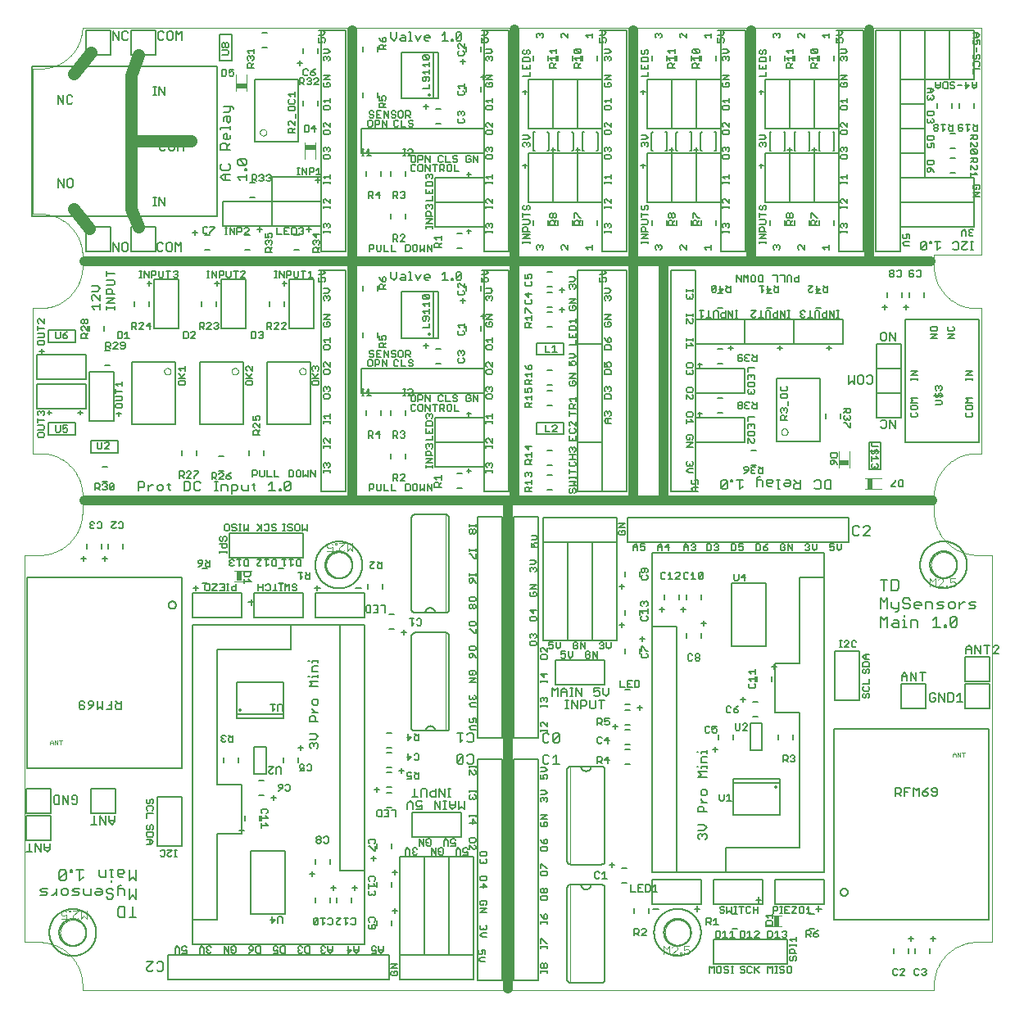
<source format=gto>
G75*
%MOIN*%
%OFA0B0*%
%FSLAX25Y25*%
%IPPOS*%
%LPD*%
%AMOC8*
5,1,8,0,0,1.08239X$1,22.5*
%
%ADD10C,0.00000*%
%ADD11C,0.00500*%
%ADD12C,0.00600*%
%ADD13C,0.00800*%
%ADD14C,0.00700*%
%ADD15C,0.04000*%
%ADD16C,0.05000*%
%ADD17C,0.00300*%
%ADD18C,0.00200*%
%ADD19C,0.01400*%
%ADD20C,0.00400*%
%ADD21R,0.02362X0.04331*%
%ADD22R,0.04331X0.02362*%
D10*
X0008491Y0022031D02*
X0008919Y0022026D01*
X0009347Y0022010D01*
X0009774Y0021984D01*
X0010201Y0021948D01*
X0010627Y0021902D01*
X0011051Y0021845D01*
X0011474Y0021778D01*
X0011895Y0021701D01*
X0012314Y0021614D01*
X0012731Y0021516D01*
X0013145Y0021409D01*
X0013557Y0021291D01*
X0013966Y0021164D01*
X0014371Y0021027D01*
X0014774Y0020880D01*
X0015172Y0020723D01*
X0015567Y0020557D01*
X0015957Y0020381D01*
X0016343Y0020196D01*
X0016725Y0020002D01*
X0017101Y0019798D01*
X0017473Y0019586D01*
X0017839Y0019364D01*
X0018200Y0019134D01*
X0018555Y0018895D01*
X0018905Y0018647D01*
X0019248Y0018392D01*
X0019585Y0018127D01*
X0019916Y0017855D01*
X0020240Y0017575D01*
X0020557Y0017288D01*
X0020867Y0016992D01*
X0021169Y0016690D01*
X0021465Y0016380D01*
X0021752Y0016063D01*
X0022032Y0015739D01*
X0022304Y0015408D01*
X0022569Y0015071D01*
X0022824Y0014728D01*
X0023072Y0014378D01*
X0023311Y0014023D01*
X0023541Y0013662D01*
X0023763Y0013296D01*
X0023975Y0012924D01*
X0024179Y0012548D01*
X0024373Y0012166D01*
X0024558Y0011780D01*
X0024734Y0011390D01*
X0024900Y0010995D01*
X0025057Y0010597D01*
X0025204Y0010194D01*
X0025341Y0009789D01*
X0025468Y0009380D01*
X0025586Y0008968D01*
X0025693Y0008554D01*
X0025791Y0008137D01*
X0025878Y0007718D01*
X0025955Y0007297D01*
X0026022Y0006874D01*
X0026079Y0006450D01*
X0026125Y0006024D01*
X0026161Y0005597D01*
X0026187Y0005170D01*
X0026203Y0004742D01*
X0026208Y0004314D01*
X0026208Y0002375D01*
X0197133Y0002375D01*
X0201739Y0002375D01*
X0372664Y0002375D01*
X0372664Y0004373D01*
X0372669Y0004801D01*
X0372685Y0005229D01*
X0372711Y0005656D01*
X0372747Y0006083D01*
X0372793Y0006509D01*
X0372850Y0006933D01*
X0372917Y0007356D01*
X0372994Y0007777D01*
X0373081Y0008196D01*
X0373179Y0008613D01*
X0373286Y0009027D01*
X0373404Y0009439D01*
X0373531Y0009848D01*
X0373668Y0010253D01*
X0373815Y0010656D01*
X0373972Y0011054D01*
X0374138Y0011449D01*
X0374314Y0011839D01*
X0374499Y0012225D01*
X0374693Y0012607D01*
X0374897Y0012983D01*
X0375109Y0013355D01*
X0375331Y0013721D01*
X0375561Y0014082D01*
X0375800Y0014437D01*
X0376048Y0014787D01*
X0376303Y0015130D01*
X0376568Y0015467D01*
X0376840Y0015798D01*
X0377120Y0016122D01*
X0377407Y0016439D01*
X0377703Y0016749D01*
X0378005Y0017051D01*
X0378315Y0017347D01*
X0378632Y0017634D01*
X0378956Y0017914D01*
X0379287Y0018186D01*
X0379624Y0018451D01*
X0379967Y0018706D01*
X0380317Y0018954D01*
X0380672Y0019193D01*
X0381033Y0019423D01*
X0381399Y0019645D01*
X0381771Y0019857D01*
X0382147Y0020061D01*
X0382529Y0020255D01*
X0382915Y0020440D01*
X0383305Y0020616D01*
X0383700Y0020782D01*
X0384098Y0020939D01*
X0384501Y0021086D01*
X0384906Y0021223D01*
X0385315Y0021350D01*
X0385727Y0021468D01*
X0386141Y0021575D01*
X0386558Y0021673D01*
X0386977Y0021760D01*
X0387398Y0021837D01*
X0387821Y0021904D01*
X0388245Y0021961D01*
X0388671Y0022007D01*
X0389098Y0022043D01*
X0389525Y0022069D01*
X0389953Y0022085D01*
X0390381Y0022090D01*
X0396286Y0022090D01*
X0396286Y0179570D01*
X0390381Y0179570D01*
X0371483Y0175633D02*
X0371485Y0175776D01*
X0371491Y0175919D01*
X0371501Y0176061D01*
X0371515Y0176203D01*
X0371533Y0176345D01*
X0371555Y0176487D01*
X0371580Y0176627D01*
X0371610Y0176767D01*
X0371644Y0176906D01*
X0371681Y0177044D01*
X0371723Y0177181D01*
X0371768Y0177316D01*
X0371817Y0177450D01*
X0371869Y0177583D01*
X0371925Y0177715D01*
X0371985Y0177844D01*
X0372049Y0177972D01*
X0372116Y0178099D01*
X0372187Y0178223D01*
X0372261Y0178345D01*
X0372338Y0178465D01*
X0372419Y0178583D01*
X0372503Y0178699D01*
X0372590Y0178812D01*
X0372680Y0178923D01*
X0372774Y0179031D01*
X0372870Y0179137D01*
X0372969Y0179239D01*
X0373072Y0179339D01*
X0373176Y0179436D01*
X0373284Y0179531D01*
X0373394Y0179622D01*
X0373507Y0179710D01*
X0373622Y0179794D01*
X0373739Y0179876D01*
X0373859Y0179954D01*
X0373980Y0180029D01*
X0374104Y0180101D01*
X0374230Y0180169D01*
X0374357Y0180233D01*
X0374487Y0180294D01*
X0374618Y0180351D01*
X0374750Y0180405D01*
X0374884Y0180454D01*
X0375019Y0180501D01*
X0375156Y0180543D01*
X0375294Y0180581D01*
X0375432Y0180616D01*
X0375572Y0180646D01*
X0375712Y0180673D01*
X0375853Y0180696D01*
X0375995Y0180715D01*
X0376137Y0180730D01*
X0376280Y0180741D01*
X0376422Y0180748D01*
X0376565Y0180751D01*
X0376708Y0180750D01*
X0376851Y0180745D01*
X0376994Y0180736D01*
X0377136Y0180723D01*
X0377278Y0180706D01*
X0377419Y0180685D01*
X0377560Y0180660D01*
X0377700Y0180632D01*
X0377839Y0180599D01*
X0377977Y0180562D01*
X0378114Y0180522D01*
X0378250Y0180478D01*
X0378385Y0180430D01*
X0378518Y0180378D01*
X0378650Y0180323D01*
X0378780Y0180264D01*
X0378909Y0180201D01*
X0379035Y0180135D01*
X0379160Y0180065D01*
X0379283Y0179992D01*
X0379403Y0179916D01*
X0379522Y0179836D01*
X0379638Y0179752D01*
X0379752Y0179666D01*
X0379863Y0179576D01*
X0379972Y0179484D01*
X0380078Y0179388D01*
X0380182Y0179290D01*
X0380283Y0179188D01*
X0380380Y0179084D01*
X0380475Y0178977D01*
X0380567Y0178868D01*
X0380656Y0178756D01*
X0380742Y0178641D01*
X0380824Y0178525D01*
X0380903Y0178405D01*
X0380979Y0178284D01*
X0381051Y0178161D01*
X0381120Y0178036D01*
X0381185Y0177909D01*
X0381247Y0177780D01*
X0381305Y0177649D01*
X0381360Y0177517D01*
X0381410Y0177383D01*
X0381457Y0177248D01*
X0381501Y0177112D01*
X0381540Y0176975D01*
X0381575Y0176836D01*
X0381607Y0176697D01*
X0381635Y0176557D01*
X0381659Y0176416D01*
X0381679Y0176274D01*
X0381695Y0176132D01*
X0381707Y0175990D01*
X0381715Y0175847D01*
X0381719Y0175704D01*
X0381719Y0175562D01*
X0381715Y0175419D01*
X0381707Y0175276D01*
X0381695Y0175134D01*
X0381679Y0174992D01*
X0381659Y0174850D01*
X0381635Y0174709D01*
X0381607Y0174569D01*
X0381575Y0174430D01*
X0381540Y0174291D01*
X0381501Y0174154D01*
X0381457Y0174018D01*
X0381410Y0173883D01*
X0381360Y0173749D01*
X0381305Y0173617D01*
X0381247Y0173486D01*
X0381185Y0173357D01*
X0381120Y0173230D01*
X0381051Y0173105D01*
X0380979Y0172982D01*
X0380903Y0172861D01*
X0380824Y0172741D01*
X0380742Y0172625D01*
X0380656Y0172510D01*
X0380567Y0172398D01*
X0380475Y0172289D01*
X0380380Y0172182D01*
X0380283Y0172078D01*
X0380182Y0171976D01*
X0380078Y0171878D01*
X0379972Y0171782D01*
X0379863Y0171690D01*
X0379752Y0171600D01*
X0379638Y0171514D01*
X0379522Y0171430D01*
X0379403Y0171350D01*
X0379283Y0171274D01*
X0379160Y0171201D01*
X0379035Y0171131D01*
X0378909Y0171065D01*
X0378780Y0171002D01*
X0378650Y0170943D01*
X0378518Y0170888D01*
X0378385Y0170836D01*
X0378250Y0170788D01*
X0378114Y0170744D01*
X0377977Y0170704D01*
X0377839Y0170667D01*
X0377700Y0170634D01*
X0377560Y0170606D01*
X0377419Y0170581D01*
X0377278Y0170560D01*
X0377136Y0170543D01*
X0376994Y0170530D01*
X0376851Y0170521D01*
X0376708Y0170516D01*
X0376565Y0170515D01*
X0376422Y0170518D01*
X0376280Y0170525D01*
X0376137Y0170536D01*
X0375995Y0170551D01*
X0375853Y0170570D01*
X0375712Y0170593D01*
X0375572Y0170620D01*
X0375432Y0170650D01*
X0375294Y0170685D01*
X0375156Y0170723D01*
X0375019Y0170765D01*
X0374884Y0170812D01*
X0374750Y0170861D01*
X0374618Y0170915D01*
X0374487Y0170972D01*
X0374357Y0171033D01*
X0374230Y0171097D01*
X0374104Y0171165D01*
X0373980Y0171237D01*
X0373859Y0171312D01*
X0373739Y0171390D01*
X0373622Y0171472D01*
X0373507Y0171556D01*
X0373394Y0171644D01*
X0373284Y0171735D01*
X0373176Y0171830D01*
X0373072Y0171927D01*
X0372969Y0172027D01*
X0372870Y0172129D01*
X0372774Y0172235D01*
X0372680Y0172343D01*
X0372590Y0172454D01*
X0372503Y0172567D01*
X0372419Y0172683D01*
X0372338Y0172801D01*
X0372261Y0172921D01*
X0372187Y0173043D01*
X0372116Y0173167D01*
X0372049Y0173294D01*
X0371985Y0173422D01*
X0371925Y0173551D01*
X0371869Y0173683D01*
X0371817Y0173816D01*
X0371768Y0173950D01*
X0371723Y0174085D01*
X0371681Y0174222D01*
X0371644Y0174360D01*
X0371610Y0174499D01*
X0371580Y0174639D01*
X0371555Y0174779D01*
X0371533Y0174921D01*
X0371515Y0175063D01*
X0371501Y0175205D01*
X0371491Y0175347D01*
X0371485Y0175490D01*
X0371483Y0175633D01*
X0372664Y0197286D02*
X0372664Y0199225D01*
X0372664Y0204225D01*
X0372665Y0204225D02*
X0372682Y0204641D01*
X0372709Y0205056D01*
X0372747Y0205470D01*
X0372794Y0205884D01*
X0372851Y0206296D01*
X0372919Y0206706D01*
X0372996Y0207115D01*
X0373083Y0207522D01*
X0373180Y0207927D01*
X0373286Y0208329D01*
X0373402Y0208728D01*
X0373528Y0209125D01*
X0373664Y0209518D01*
X0373809Y0209908D01*
X0373963Y0210294D01*
X0374127Y0210677D01*
X0374299Y0211055D01*
X0374481Y0211430D01*
X0374672Y0211799D01*
X0374872Y0212164D01*
X0375080Y0212524D01*
X0375297Y0212879D01*
X0375523Y0213229D01*
X0375757Y0213573D01*
X0375999Y0213911D01*
X0376250Y0214243D01*
X0376508Y0214569D01*
X0376774Y0214889D01*
X0377048Y0215202D01*
X0377329Y0215509D01*
X0377618Y0215808D01*
X0377914Y0216101D01*
X0378216Y0216386D01*
X0378526Y0216664D01*
X0378842Y0216935D01*
X0379165Y0217197D01*
X0379494Y0217452D01*
X0379828Y0217699D01*
X0380169Y0217938D01*
X0380516Y0218168D01*
X0380868Y0218390D01*
X0381225Y0218603D01*
X0381587Y0218808D01*
X0381954Y0219004D01*
X0382326Y0219191D01*
X0382702Y0219368D01*
X0383082Y0219537D01*
X0383466Y0219697D01*
X0383854Y0219847D01*
X0384246Y0219987D01*
X0384641Y0220119D01*
X0385039Y0220240D01*
X0385439Y0220352D01*
X0385843Y0220455D01*
X0386248Y0220547D01*
X0386656Y0220630D01*
X0387066Y0220703D01*
X0387477Y0220765D01*
X0387889Y0220818D01*
X0388303Y0220861D01*
X0388718Y0220894D01*
X0389133Y0220917D01*
X0389549Y0220930D01*
X0389965Y0220933D01*
X0390381Y0220925D01*
X0390381Y0220926D02*
X0392118Y0220926D01*
X0392118Y0280006D01*
X0390381Y0280006D01*
X0390380Y0280006D02*
X0389964Y0279999D01*
X0389548Y0280002D01*
X0389132Y0280015D01*
X0388716Y0280038D01*
X0388301Y0280072D01*
X0387887Y0280115D01*
X0387475Y0280168D01*
X0387063Y0280231D01*
X0386653Y0280304D01*
X0386246Y0280387D01*
X0385840Y0280480D01*
X0385436Y0280583D01*
X0385035Y0280695D01*
X0384638Y0280817D01*
X0384243Y0280948D01*
X0383851Y0281089D01*
X0383463Y0281240D01*
X0383078Y0281400D01*
X0382698Y0281569D01*
X0382322Y0281747D01*
X0381950Y0281934D01*
X0381583Y0282130D01*
X0381221Y0282335D01*
X0380863Y0282549D01*
X0380511Y0282771D01*
X0380165Y0283002D01*
X0379824Y0283240D01*
X0379489Y0283488D01*
X0379160Y0283743D01*
X0378838Y0284006D01*
X0378521Y0284276D01*
X0378212Y0284555D01*
X0377909Y0284840D01*
X0377613Y0285133D01*
X0377325Y0285433D01*
X0377044Y0285740D01*
X0376770Y0286054D01*
X0376504Y0286374D01*
X0376246Y0286700D01*
X0375995Y0287033D01*
X0375753Y0287371D01*
X0375519Y0287716D01*
X0375293Y0288066D01*
X0375076Y0288421D01*
X0374868Y0288781D01*
X0374668Y0289146D01*
X0374478Y0289516D01*
X0374296Y0289891D01*
X0374123Y0290270D01*
X0373960Y0290652D01*
X0373806Y0291039D01*
X0373661Y0291429D01*
X0373526Y0291823D01*
X0373400Y0292220D01*
X0373284Y0292620D01*
X0373177Y0293022D01*
X0373081Y0293427D01*
X0372994Y0293834D01*
X0372917Y0294243D01*
X0372850Y0294654D01*
X0372793Y0295066D01*
X0372746Y0295480D01*
X0372708Y0295894D01*
X0372681Y0296310D01*
X0372664Y0296726D01*
X0372664Y0296725D02*
X0372664Y0301725D01*
X0392118Y0301725D01*
X0392118Y0394225D01*
X0348993Y0394225D01*
X0343993Y0394225D01*
X0300868Y0394225D01*
X0295868Y0394225D01*
X0252743Y0394225D01*
X0247743Y0394225D01*
X0204618Y0394225D01*
X0203993Y0394225D01*
X0199618Y0394225D01*
X0138368Y0394225D01*
X0133368Y0394225D01*
X0026208Y0394225D01*
X0026207Y0394226D02*
X0026190Y0393810D01*
X0026163Y0393395D01*
X0026125Y0392981D01*
X0026078Y0392567D01*
X0026021Y0392155D01*
X0025953Y0391745D01*
X0025876Y0391336D01*
X0025789Y0390929D01*
X0025692Y0390524D01*
X0025586Y0390122D01*
X0025470Y0389723D01*
X0025344Y0389326D01*
X0025208Y0388933D01*
X0025063Y0388543D01*
X0024909Y0388157D01*
X0024745Y0387774D01*
X0024573Y0387396D01*
X0024391Y0387021D01*
X0024200Y0386652D01*
X0024000Y0386287D01*
X0023792Y0385927D01*
X0023575Y0385572D01*
X0023349Y0385222D01*
X0023115Y0384878D01*
X0022873Y0384540D01*
X0022622Y0384208D01*
X0022364Y0383882D01*
X0022098Y0383562D01*
X0021824Y0383249D01*
X0021543Y0382942D01*
X0021254Y0382643D01*
X0020958Y0382350D01*
X0020656Y0382065D01*
X0020346Y0381787D01*
X0020030Y0381516D01*
X0019707Y0381254D01*
X0019378Y0380999D01*
X0019044Y0380752D01*
X0018703Y0380513D01*
X0018356Y0380283D01*
X0018004Y0380061D01*
X0017647Y0379848D01*
X0017285Y0379643D01*
X0016918Y0379447D01*
X0016546Y0379260D01*
X0016170Y0379083D01*
X0015790Y0378914D01*
X0015406Y0378754D01*
X0015018Y0378604D01*
X0014626Y0378464D01*
X0014231Y0378332D01*
X0013833Y0378211D01*
X0013433Y0378099D01*
X0013029Y0377996D01*
X0012624Y0377904D01*
X0012216Y0377821D01*
X0011806Y0377748D01*
X0011395Y0377686D01*
X0010983Y0377633D01*
X0010569Y0377590D01*
X0010154Y0377557D01*
X0009739Y0377534D01*
X0009323Y0377521D01*
X0008907Y0377518D01*
X0008491Y0377526D01*
X0008491Y0377525D02*
X0005868Y0377525D01*
X0005868Y0318445D01*
X0008491Y0318445D01*
X0008492Y0318445D02*
X0008914Y0318452D01*
X0009337Y0318449D01*
X0009759Y0318435D01*
X0010182Y0318411D01*
X0010603Y0318376D01*
X0011023Y0318332D01*
X0011442Y0318277D01*
X0011860Y0318211D01*
X0012276Y0318136D01*
X0012690Y0318050D01*
X0013102Y0317954D01*
X0013511Y0317848D01*
X0013918Y0317732D01*
X0014321Y0317606D01*
X0014722Y0317470D01*
X0015118Y0317325D01*
X0015512Y0317170D01*
X0015901Y0317005D01*
X0016286Y0316830D01*
X0016667Y0316647D01*
X0017043Y0316454D01*
X0017414Y0316251D01*
X0017780Y0316040D01*
X0018141Y0315820D01*
X0018497Y0315591D01*
X0018846Y0315353D01*
X0019190Y0315107D01*
X0019528Y0314853D01*
X0019859Y0314590D01*
X0020183Y0314319D01*
X0020501Y0314041D01*
X0020812Y0313754D01*
X0021116Y0313460D01*
X0021413Y0313159D01*
X0021702Y0312851D01*
X0021983Y0312535D01*
X0022257Y0312213D01*
X0022523Y0311884D01*
X0022780Y0311549D01*
X0023029Y0311207D01*
X0023270Y0310860D01*
X0023502Y0310506D01*
X0023725Y0310147D01*
X0023940Y0309783D01*
X0024145Y0309414D01*
X0024342Y0309039D01*
X0024529Y0308660D01*
X0024706Y0308276D01*
X0024875Y0307889D01*
X0025033Y0307497D01*
X0025182Y0307101D01*
X0025322Y0306702D01*
X0025451Y0306300D01*
X0025571Y0305894D01*
X0025680Y0305486D01*
X0025780Y0305075D01*
X0025869Y0304662D01*
X0025948Y0304246D01*
X0026017Y0303829D01*
X0026076Y0303411D01*
X0026124Y0302991D01*
X0026163Y0302570D01*
X0026190Y0302148D01*
X0026208Y0301725D01*
X0026208Y0296725D01*
X0026207Y0296726D02*
X0026190Y0296310D01*
X0026163Y0295895D01*
X0026125Y0295481D01*
X0026078Y0295067D01*
X0026021Y0294655D01*
X0025953Y0294245D01*
X0025876Y0293836D01*
X0025789Y0293429D01*
X0025692Y0293024D01*
X0025586Y0292622D01*
X0025470Y0292223D01*
X0025344Y0291826D01*
X0025208Y0291433D01*
X0025063Y0291043D01*
X0024909Y0290657D01*
X0024745Y0290274D01*
X0024573Y0289896D01*
X0024391Y0289521D01*
X0024200Y0289152D01*
X0024000Y0288787D01*
X0023792Y0288427D01*
X0023575Y0288072D01*
X0023349Y0287722D01*
X0023115Y0287378D01*
X0022873Y0287040D01*
X0022622Y0286708D01*
X0022364Y0286382D01*
X0022098Y0286062D01*
X0021824Y0285749D01*
X0021543Y0285442D01*
X0021254Y0285143D01*
X0020958Y0284850D01*
X0020656Y0284565D01*
X0020346Y0284287D01*
X0020030Y0284016D01*
X0019707Y0283754D01*
X0019378Y0283499D01*
X0019044Y0283252D01*
X0018703Y0283013D01*
X0018356Y0282783D01*
X0018004Y0282561D01*
X0017647Y0282348D01*
X0017285Y0282143D01*
X0016918Y0281947D01*
X0016546Y0281760D01*
X0016170Y0281583D01*
X0015790Y0281414D01*
X0015406Y0281254D01*
X0015018Y0281104D01*
X0014626Y0280964D01*
X0014231Y0280832D01*
X0013833Y0280711D01*
X0013433Y0280599D01*
X0013029Y0280496D01*
X0012624Y0280404D01*
X0012216Y0280321D01*
X0011806Y0280248D01*
X0011395Y0280186D01*
X0010983Y0280133D01*
X0010569Y0280090D01*
X0010154Y0280057D01*
X0009739Y0280034D01*
X0009323Y0280021D01*
X0008907Y0280018D01*
X0008491Y0280026D01*
X0008491Y0280025D02*
X0005868Y0280025D01*
X0005868Y0220945D01*
X0008491Y0220945D01*
X0026208Y0204225D02*
X0026208Y0199225D01*
X0026208Y0197227D01*
X0026203Y0196799D01*
X0026187Y0196371D01*
X0026161Y0195944D01*
X0026125Y0195517D01*
X0026079Y0195091D01*
X0026022Y0194667D01*
X0025955Y0194244D01*
X0025878Y0193823D01*
X0025791Y0193404D01*
X0025693Y0192987D01*
X0025586Y0192573D01*
X0025468Y0192161D01*
X0025341Y0191752D01*
X0025204Y0191347D01*
X0025057Y0190944D01*
X0024900Y0190546D01*
X0024734Y0190151D01*
X0024558Y0189761D01*
X0024373Y0189375D01*
X0024179Y0188993D01*
X0023975Y0188617D01*
X0023763Y0188245D01*
X0023541Y0187879D01*
X0023311Y0187518D01*
X0023072Y0187163D01*
X0022824Y0186813D01*
X0022569Y0186470D01*
X0022304Y0186133D01*
X0022032Y0185802D01*
X0021752Y0185478D01*
X0021465Y0185161D01*
X0021169Y0184851D01*
X0020867Y0184549D01*
X0020557Y0184253D01*
X0020240Y0183966D01*
X0019916Y0183686D01*
X0019585Y0183414D01*
X0019248Y0183149D01*
X0018905Y0182894D01*
X0018555Y0182646D01*
X0018200Y0182407D01*
X0017839Y0182177D01*
X0017473Y0181955D01*
X0017101Y0181743D01*
X0016725Y0181539D01*
X0016343Y0181345D01*
X0015957Y0181160D01*
X0015567Y0180984D01*
X0015172Y0180818D01*
X0014774Y0180661D01*
X0014371Y0180514D01*
X0013966Y0180377D01*
X0013557Y0180250D01*
X0013145Y0180132D01*
X0012731Y0180025D01*
X0012314Y0179927D01*
X0011895Y0179840D01*
X0011474Y0179763D01*
X0011051Y0179696D01*
X0010627Y0179639D01*
X0010201Y0179593D01*
X0009774Y0179557D01*
X0009347Y0179531D01*
X0008919Y0179515D01*
X0008491Y0179510D01*
X0008491Y0179511D02*
X0002586Y0179511D01*
X0002586Y0022031D01*
X0008491Y0022031D01*
X0017153Y0025968D02*
X0017155Y0026111D01*
X0017161Y0026254D01*
X0017171Y0026396D01*
X0017185Y0026538D01*
X0017203Y0026680D01*
X0017225Y0026822D01*
X0017250Y0026962D01*
X0017280Y0027102D01*
X0017314Y0027241D01*
X0017351Y0027379D01*
X0017393Y0027516D01*
X0017438Y0027651D01*
X0017487Y0027785D01*
X0017539Y0027918D01*
X0017595Y0028050D01*
X0017655Y0028179D01*
X0017719Y0028307D01*
X0017786Y0028434D01*
X0017857Y0028558D01*
X0017931Y0028680D01*
X0018008Y0028800D01*
X0018089Y0028918D01*
X0018173Y0029034D01*
X0018260Y0029147D01*
X0018350Y0029258D01*
X0018444Y0029366D01*
X0018540Y0029472D01*
X0018639Y0029574D01*
X0018742Y0029674D01*
X0018846Y0029771D01*
X0018954Y0029866D01*
X0019064Y0029957D01*
X0019177Y0030045D01*
X0019292Y0030129D01*
X0019409Y0030211D01*
X0019529Y0030289D01*
X0019650Y0030364D01*
X0019774Y0030436D01*
X0019900Y0030504D01*
X0020027Y0030568D01*
X0020157Y0030629D01*
X0020288Y0030686D01*
X0020420Y0030740D01*
X0020554Y0030789D01*
X0020689Y0030836D01*
X0020826Y0030878D01*
X0020964Y0030916D01*
X0021102Y0030951D01*
X0021242Y0030981D01*
X0021382Y0031008D01*
X0021523Y0031031D01*
X0021665Y0031050D01*
X0021807Y0031065D01*
X0021950Y0031076D01*
X0022092Y0031083D01*
X0022235Y0031086D01*
X0022378Y0031085D01*
X0022521Y0031080D01*
X0022664Y0031071D01*
X0022806Y0031058D01*
X0022948Y0031041D01*
X0023089Y0031020D01*
X0023230Y0030995D01*
X0023370Y0030967D01*
X0023509Y0030934D01*
X0023647Y0030897D01*
X0023784Y0030857D01*
X0023920Y0030813D01*
X0024055Y0030765D01*
X0024188Y0030713D01*
X0024320Y0030658D01*
X0024450Y0030599D01*
X0024579Y0030536D01*
X0024705Y0030470D01*
X0024830Y0030400D01*
X0024953Y0030327D01*
X0025073Y0030251D01*
X0025192Y0030171D01*
X0025308Y0030087D01*
X0025422Y0030001D01*
X0025533Y0029911D01*
X0025642Y0029819D01*
X0025748Y0029723D01*
X0025852Y0029625D01*
X0025953Y0029523D01*
X0026050Y0029419D01*
X0026145Y0029312D01*
X0026237Y0029203D01*
X0026326Y0029091D01*
X0026412Y0028976D01*
X0026494Y0028860D01*
X0026573Y0028740D01*
X0026649Y0028619D01*
X0026721Y0028496D01*
X0026790Y0028371D01*
X0026855Y0028244D01*
X0026917Y0028115D01*
X0026975Y0027984D01*
X0027030Y0027852D01*
X0027080Y0027718D01*
X0027127Y0027583D01*
X0027171Y0027447D01*
X0027210Y0027310D01*
X0027245Y0027171D01*
X0027277Y0027032D01*
X0027305Y0026892D01*
X0027329Y0026751D01*
X0027349Y0026609D01*
X0027365Y0026467D01*
X0027377Y0026325D01*
X0027385Y0026182D01*
X0027389Y0026039D01*
X0027389Y0025897D01*
X0027385Y0025754D01*
X0027377Y0025611D01*
X0027365Y0025469D01*
X0027349Y0025327D01*
X0027329Y0025185D01*
X0027305Y0025044D01*
X0027277Y0024904D01*
X0027245Y0024765D01*
X0027210Y0024626D01*
X0027171Y0024489D01*
X0027127Y0024353D01*
X0027080Y0024218D01*
X0027030Y0024084D01*
X0026975Y0023952D01*
X0026917Y0023821D01*
X0026855Y0023692D01*
X0026790Y0023565D01*
X0026721Y0023440D01*
X0026649Y0023317D01*
X0026573Y0023196D01*
X0026494Y0023076D01*
X0026412Y0022960D01*
X0026326Y0022845D01*
X0026237Y0022733D01*
X0026145Y0022624D01*
X0026050Y0022517D01*
X0025953Y0022413D01*
X0025852Y0022311D01*
X0025748Y0022213D01*
X0025642Y0022117D01*
X0025533Y0022025D01*
X0025422Y0021935D01*
X0025308Y0021849D01*
X0025192Y0021765D01*
X0025073Y0021685D01*
X0024953Y0021609D01*
X0024830Y0021536D01*
X0024705Y0021466D01*
X0024579Y0021400D01*
X0024450Y0021337D01*
X0024320Y0021278D01*
X0024188Y0021223D01*
X0024055Y0021171D01*
X0023920Y0021123D01*
X0023784Y0021079D01*
X0023647Y0021039D01*
X0023509Y0021002D01*
X0023370Y0020969D01*
X0023230Y0020941D01*
X0023089Y0020916D01*
X0022948Y0020895D01*
X0022806Y0020878D01*
X0022664Y0020865D01*
X0022521Y0020856D01*
X0022378Y0020851D01*
X0022235Y0020850D01*
X0022092Y0020853D01*
X0021950Y0020860D01*
X0021807Y0020871D01*
X0021665Y0020886D01*
X0021523Y0020905D01*
X0021382Y0020928D01*
X0021242Y0020955D01*
X0021102Y0020985D01*
X0020964Y0021020D01*
X0020826Y0021058D01*
X0020689Y0021100D01*
X0020554Y0021147D01*
X0020420Y0021196D01*
X0020288Y0021250D01*
X0020157Y0021307D01*
X0020027Y0021368D01*
X0019900Y0021432D01*
X0019774Y0021500D01*
X0019650Y0021572D01*
X0019529Y0021647D01*
X0019409Y0021725D01*
X0019292Y0021807D01*
X0019177Y0021891D01*
X0019064Y0021979D01*
X0018954Y0022070D01*
X0018846Y0022165D01*
X0018742Y0022262D01*
X0018639Y0022362D01*
X0018540Y0022464D01*
X0018444Y0022570D01*
X0018350Y0022678D01*
X0018260Y0022789D01*
X0018173Y0022902D01*
X0018089Y0023018D01*
X0018008Y0023136D01*
X0017931Y0023256D01*
X0017857Y0023378D01*
X0017786Y0023502D01*
X0017719Y0023629D01*
X0017655Y0023757D01*
X0017595Y0023886D01*
X0017539Y0024018D01*
X0017487Y0024151D01*
X0017438Y0024285D01*
X0017393Y0024420D01*
X0017351Y0024557D01*
X0017314Y0024695D01*
X0017280Y0024834D01*
X0017250Y0024974D01*
X0017225Y0025114D01*
X0017203Y0025256D01*
X0017185Y0025398D01*
X0017171Y0025540D01*
X0017161Y0025682D01*
X0017155Y0025825D01*
X0017153Y0025968D01*
X0125420Y0175574D02*
X0125422Y0175717D01*
X0125428Y0175860D01*
X0125438Y0176002D01*
X0125452Y0176144D01*
X0125470Y0176286D01*
X0125492Y0176428D01*
X0125517Y0176568D01*
X0125547Y0176708D01*
X0125581Y0176847D01*
X0125618Y0176985D01*
X0125660Y0177122D01*
X0125705Y0177257D01*
X0125754Y0177391D01*
X0125806Y0177524D01*
X0125862Y0177656D01*
X0125922Y0177785D01*
X0125986Y0177913D01*
X0126053Y0178040D01*
X0126124Y0178164D01*
X0126198Y0178286D01*
X0126275Y0178406D01*
X0126356Y0178524D01*
X0126440Y0178640D01*
X0126527Y0178753D01*
X0126617Y0178864D01*
X0126711Y0178972D01*
X0126807Y0179078D01*
X0126906Y0179180D01*
X0127009Y0179280D01*
X0127113Y0179377D01*
X0127221Y0179472D01*
X0127331Y0179563D01*
X0127444Y0179651D01*
X0127559Y0179735D01*
X0127676Y0179817D01*
X0127796Y0179895D01*
X0127917Y0179970D01*
X0128041Y0180042D01*
X0128167Y0180110D01*
X0128294Y0180174D01*
X0128424Y0180235D01*
X0128555Y0180292D01*
X0128687Y0180346D01*
X0128821Y0180395D01*
X0128956Y0180442D01*
X0129093Y0180484D01*
X0129231Y0180522D01*
X0129369Y0180557D01*
X0129509Y0180587D01*
X0129649Y0180614D01*
X0129790Y0180637D01*
X0129932Y0180656D01*
X0130074Y0180671D01*
X0130217Y0180682D01*
X0130359Y0180689D01*
X0130502Y0180692D01*
X0130645Y0180691D01*
X0130788Y0180686D01*
X0130931Y0180677D01*
X0131073Y0180664D01*
X0131215Y0180647D01*
X0131356Y0180626D01*
X0131497Y0180601D01*
X0131637Y0180573D01*
X0131776Y0180540D01*
X0131914Y0180503D01*
X0132051Y0180463D01*
X0132187Y0180419D01*
X0132322Y0180371D01*
X0132455Y0180319D01*
X0132587Y0180264D01*
X0132717Y0180205D01*
X0132846Y0180142D01*
X0132972Y0180076D01*
X0133097Y0180006D01*
X0133220Y0179933D01*
X0133340Y0179857D01*
X0133459Y0179777D01*
X0133575Y0179693D01*
X0133689Y0179607D01*
X0133800Y0179517D01*
X0133909Y0179425D01*
X0134015Y0179329D01*
X0134119Y0179231D01*
X0134220Y0179129D01*
X0134317Y0179025D01*
X0134412Y0178918D01*
X0134504Y0178809D01*
X0134593Y0178697D01*
X0134679Y0178582D01*
X0134761Y0178466D01*
X0134840Y0178346D01*
X0134916Y0178225D01*
X0134988Y0178102D01*
X0135057Y0177977D01*
X0135122Y0177850D01*
X0135184Y0177721D01*
X0135242Y0177590D01*
X0135297Y0177458D01*
X0135347Y0177324D01*
X0135394Y0177189D01*
X0135438Y0177053D01*
X0135477Y0176916D01*
X0135512Y0176777D01*
X0135544Y0176638D01*
X0135572Y0176498D01*
X0135596Y0176357D01*
X0135616Y0176215D01*
X0135632Y0176073D01*
X0135644Y0175931D01*
X0135652Y0175788D01*
X0135656Y0175645D01*
X0135656Y0175503D01*
X0135652Y0175360D01*
X0135644Y0175217D01*
X0135632Y0175075D01*
X0135616Y0174933D01*
X0135596Y0174791D01*
X0135572Y0174650D01*
X0135544Y0174510D01*
X0135512Y0174371D01*
X0135477Y0174232D01*
X0135438Y0174095D01*
X0135394Y0173959D01*
X0135347Y0173824D01*
X0135297Y0173690D01*
X0135242Y0173558D01*
X0135184Y0173427D01*
X0135122Y0173298D01*
X0135057Y0173171D01*
X0134988Y0173046D01*
X0134916Y0172923D01*
X0134840Y0172802D01*
X0134761Y0172682D01*
X0134679Y0172566D01*
X0134593Y0172451D01*
X0134504Y0172339D01*
X0134412Y0172230D01*
X0134317Y0172123D01*
X0134220Y0172019D01*
X0134119Y0171917D01*
X0134015Y0171819D01*
X0133909Y0171723D01*
X0133800Y0171631D01*
X0133689Y0171541D01*
X0133575Y0171455D01*
X0133459Y0171371D01*
X0133340Y0171291D01*
X0133220Y0171215D01*
X0133097Y0171142D01*
X0132972Y0171072D01*
X0132846Y0171006D01*
X0132717Y0170943D01*
X0132587Y0170884D01*
X0132455Y0170829D01*
X0132322Y0170777D01*
X0132187Y0170729D01*
X0132051Y0170685D01*
X0131914Y0170645D01*
X0131776Y0170608D01*
X0131637Y0170575D01*
X0131497Y0170547D01*
X0131356Y0170522D01*
X0131215Y0170501D01*
X0131073Y0170484D01*
X0130931Y0170471D01*
X0130788Y0170462D01*
X0130645Y0170457D01*
X0130502Y0170456D01*
X0130359Y0170459D01*
X0130217Y0170466D01*
X0130074Y0170477D01*
X0129932Y0170492D01*
X0129790Y0170511D01*
X0129649Y0170534D01*
X0129509Y0170561D01*
X0129369Y0170591D01*
X0129231Y0170626D01*
X0129093Y0170664D01*
X0128956Y0170706D01*
X0128821Y0170753D01*
X0128687Y0170802D01*
X0128555Y0170856D01*
X0128424Y0170913D01*
X0128294Y0170974D01*
X0128167Y0171038D01*
X0128041Y0171106D01*
X0127917Y0171178D01*
X0127796Y0171253D01*
X0127676Y0171331D01*
X0127559Y0171413D01*
X0127444Y0171497D01*
X0127331Y0171585D01*
X0127221Y0171676D01*
X0127113Y0171771D01*
X0127009Y0171868D01*
X0126906Y0171968D01*
X0126807Y0172070D01*
X0126711Y0172176D01*
X0126617Y0172284D01*
X0126527Y0172395D01*
X0126440Y0172508D01*
X0126356Y0172624D01*
X0126275Y0172742D01*
X0126198Y0172862D01*
X0126124Y0172984D01*
X0126053Y0173108D01*
X0125986Y0173235D01*
X0125922Y0173363D01*
X0125862Y0173492D01*
X0125806Y0173624D01*
X0125754Y0173757D01*
X0125705Y0173891D01*
X0125660Y0174026D01*
X0125618Y0174163D01*
X0125581Y0174301D01*
X0125547Y0174440D01*
X0125517Y0174580D01*
X0125492Y0174720D01*
X0125470Y0174862D01*
X0125452Y0175004D01*
X0125438Y0175146D01*
X0125428Y0175288D01*
X0125422Y0175431D01*
X0125420Y0175574D01*
X0026208Y0204225D02*
X0026190Y0204648D01*
X0026163Y0205070D01*
X0026124Y0205491D01*
X0026076Y0205911D01*
X0026017Y0206329D01*
X0025948Y0206746D01*
X0025869Y0207162D01*
X0025780Y0207575D01*
X0025680Y0207986D01*
X0025571Y0208394D01*
X0025451Y0208800D01*
X0025322Y0209202D01*
X0025182Y0209601D01*
X0025033Y0209997D01*
X0024875Y0210389D01*
X0024706Y0210776D01*
X0024529Y0211160D01*
X0024342Y0211539D01*
X0024145Y0211914D01*
X0023940Y0212283D01*
X0023725Y0212647D01*
X0023502Y0213006D01*
X0023270Y0213360D01*
X0023029Y0213707D01*
X0022780Y0214049D01*
X0022523Y0214384D01*
X0022257Y0214713D01*
X0021983Y0215035D01*
X0021702Y0215351D01*
X0021413Y0215659D01*
X0021116Y0215960D01*
X0020812Y0216254D01*
X0020501Y0216541D01*
X0020183Y0216819D01*
X0019859Y0217090D01*
X0019528Y0217353D01*
X0019190Y0217607D01*
X0018846Y0217853D01*
X0018497Y0218091D01*
X0018141Y0218320D01*
X0017780Y0218540D01*
X0017414Y0218751D01*
X0017043Y0218954D01*
X0016667Y0219147D01*
X0016286Y0219330D01*
X0015901Y0219505D01*
X0015512Y0219670D01*
X0015118Y0219825D01*
X0014722Y0219970D01*
X0014321Y0220106D01*
X0013918Y0220232D01*
X0013511Y0220348D01*
X0013102Y0220454D01*
X0012690Y0220550D01*
X0012276Y0220636D01*
X0011860Y0220711D01*
X0011442Y0220777D01*
X0011023Y0220832D01*
X0010603Y0220876D01*
X0010182Y0220911D01*
X0009759Y0220935D01*
X0009337Y0220949D01*
X0008914Y0220952D01*
X0008492Y0220945D01*
X0263216Y0026027D02*
X0263218Y0026170D01*
X0263224Y0026313D01*
X0263234Y0026455D01*
X0263248Y0026597D01*
X0263266Y0026739D01*
X0263288Y0026881D01*
X0263313Y0027021D01*
X0263343Y0027161D01*
X0263377Y0027300D01*
X0263414Y0027438D01*
X0263456Y0027575D01*
X0263501Y0027710D01*
X0263550Y0027844D01*
X0263602Y0027977D01*
X0263658Y0028109D01*
X0263718Y0028238D01*
X0263782Y0028366D01*
X0263849Y0028493D01*
X0263920Y0028617D01*
X0263994Y0028739D01*
X0264071Y0028859D01*
X0264152Y0028977D01*
X0264236Y0029093D01*
X0264323Y0029206D01*
X0264413Y0029317D01*
X0264507Y0029425D01*
X0264603Y0029531D01*
X0264702Y0029633D01*
X0264805Y0029733D01*
X0264909Y0029830D01*
X0265017Y0029925D01*
X0265127Y0030016D01*
X0265240Y0030104D01*
X0265355Y0030188D01*
X0265472Y0030270D01*
X0265592Y0030348D01*
X0265713Y0030423D01*
X0265837Y0030495D01*
X0265963Y0030563D01*
X0266090Y0030627D01*
X0266220Y0030688D01*
X0266351Y0030745D01*
X0266483Y0030799D01*
X0266617Y0030848D01*
X0266752Y0030895D01*
X0266889Y0030937D01*
X0267027Y0030975D01*
X0267165Y0031010D01*
X0267305Y0031040D01*
X0267445Y0031067D01*
X0267586Y0031090D01*
X0267728Y0031109D01*
X0267870Y0031124D01*
X0268013Y0031135D01*
X0268155Y0031142D01*
X0268298Y0031145D01*
X0268441Y0031144D01*
X0268584Y0031139D01*
X0268727Y0031130D01*
X0268869Y0031117D01*
X0269011Y0031100D01*
X0269152Y0031079D01*
X0269293Y0031054D01*
X0269433Y0031026D01*
X0269572Y0030993D01*
X0269710Y0030956D01*
X0269847Y0030916D01*
X0269983Y0030872D01*
X0270118Y0030824D01*
X0270251Y0030772D01*
X0270383Y0030717D01*
X0270513Y0030658D01*
X0270642Y0030595D01*
X0270768Y0030529D01*
X0270893Y0030459D01*
X0271016Y0030386D01*
X0271136Y0030310D01*
X0271255Y0030230D01*
X0271371Y0030146D01*
X0271485Y0030060D01*
X0271596Y0029970D01*
X0271705Y0029878D01*
X0271811Y0029782D01*
X0271915Y0029684D01*
X0272016Y0029582D01*
X0272113Y0029478D01*
X0272208Y0029371D01*
X0272300Y0029262D01*
X0272389Y0029150D01*
X0272475Y0029035D01*
X0272557Y0028919D01*
X0272636Y0028799D01*
X0272712Y0028678D01*
X0272784Y0028555D01*
X0272853Y0028430D01*
X0272918Y0028303D01*
X0272980Y0028174D01*
X0273038Y0028043D01*
X0273093Y0027911D01*
X0273143Y0027777D01*
X0273190Y0027642D01*
X0273234Y0027506D01*
X0273273Y0027369D01*
X0273308Y0027230D01*
X0273340Y0027091D01*
X0273368Y0026951D01*
X0273392Y0026810D01*
X0273412Y0026668D01*
X0273428Y0026526D01*
X0273440Y0026384D01*
X0273448Y0026241D01*
X0273452Y0026098D01*
X0273452Y0025956D01*
X0273448Y0025813D01*
X0273440Y0025670D01*
X0273428Y0025528D01*
X0273412Y0025386D01*
X0273392Y0025244D01*
X0273368Y0025103D01*
X0273340Y0024963D01*
X0273308Y0024824D01*
X0273273Y0024685D01*
X0273234Y0024548D01*
X0273190Y0024412D01*
X0273143Y0024277D01*
X0273093Y0024143D01*
X0273038Y0024011D01*
X0272980Y0023880D01*
X0272918Y0023751D01*
X0272853Y0023624D01*
X0272784Y0023499D01*
X0272712Y0023376D01*
X0272636Y0023255D01*
X0272557Y0023135D01*
X0272475Y0023019D01*
X0272389Y0022904D01*
X0272300Y0022792D01*
X0272208Y0022683D01*
X0272113Y0022576D01*
X0272016Y0022472D01*
X0271915Y0022370D01*
X0271811Y0022272D01*
X0271705Y0022176D01*
X0271596Y0022084D01*
X0271485Y0021994D01*
X0271371Y0021908D01*
X0271255Y0021824D01*
X0271136Y0021744D01*
X0271016Y0021668D01*
X0270893Y0021595D01*
X0270768Y0021525D01*
X0270642Y0021459D01*
X0270513Y0021396D01*
X0270383Y0021337D01*
X0270251Y0021282D01*
X0270118Y0021230D01*
X0269983Y0021182D01*
X0269847Y0021138D01*
X0269710Y0021098D01*
X0269572Y0021061D01*
X0269433Y0021028D01*
X0269293Y0021000D01*
X0269152Y0020975D01*
X0269011Y0020954D01*
X0268869Y0020937D01*
X0268727Y0020924D01*
X0268584Y0020915D01*
X0268441Y0020910D01*
X0268298Y0020909D01*
X0268155Y0020912D01*
X0268013Y0020919D01*
X0267870Y0020930D01*
X0267728Y0020945D01*
X0267586Y0020964D01*
X0267445Y0020987D01*
X0267305Y0021014D01*
X0267165Y0021044D01*
X0267027Y0021079D01*
X0266889Y0021117D01*
X0266752Y0021159D01*
X0266617Y0021206D01*
X0266483Y0021255D01*
X0266351Y0021309D01*
X0266220Y0021366D01*
X0266090Y0021427D01*
X0265963Y0021491D01*
X0265837Y0021559D01*
X0265713Y0021631D01*
X0265592Y0021706D01*
X0265472Y0021784D01*
X0265355Y0021866D01*
X0265240Y0021950D01*
X0265127Y0022038D01*
X0265017Y0022129D01*
X0264909Y0022224D01*
X0264805Y0022321D01*
X0264702Y0022421D01*
X0264603Y0022523D01*
X0264507Y0022629D01*
X0264413Y0022737D01*
X0264323Y0022848D01*
X0264236Y0022961D01*
X0264152Y0023077D01*
X0264071Y0023195D01*
X0263994Y0023315D01*
X0263920Y0023437D01*
X0263849Y0023561D01*
X0263782Y0023688D01*
X0263718Y0023816D01*
X0263658Y0023945D01*
X0263602Y0024077D01*
X0263550Y0024210D01*
X0263501Y0024344D01*
X0263456Y0024479D01*
X0263414Y0024616D01*
X0263377Y0024754D01*
X0263343Y0024893D01*
X0263313Y0025033D01*
X0263288Y0025173D01*
X0263266Y0025315D01*
X0263248Y0025457D01*
X0263234Y0025599D01*
X0263224Y0025741D01*
X0263218Y0025884D01*
X0263216Y0026027D01*
X0390381Y0179569D02*
X0389953Y0179574D01*
X0389525Y0179590D01*
X0389098Y0179616D01*
X0388671Y0179652D01*
X0388245Y0179698D01*
X0387821Y0179755D01*
X0387398Y0179822D01*
X0386977Y0179899D01*
X0386558Y0179986D01*
X0386141Y0180084D01*
X0385727Y0180191D01*
X0385315Y0180309D01*
X0384906Y0180436D01*
X0384501Y0180573D01*
X0384098Y0180720D01*
X0383700Y0180877D01*
X0383305Y0181043D01*
X0382915Y0181219D01*
X0382529Y0181404D01*
X0382147Y0181598D01*
X0381771Y0181802D01*
X0381399Y0182014D01*
X0381033Y0182236D01*
X0380672Y0182466D01*
X0380317Y0182705D01*
X0379967Y0182953D01*
X0379624Y0183208D01*
X0379287Y0183473D01*
X0378956Y0183745D01*
X0378632Y0184025D01*
X0378315Y0184312D01*
X0378005Y0184608D01*
X0377703Y0184910D01*
X0377407Y0185220D01*
X0377120Y0185537D01*
X0376840Y0185861D01*
X0376568Y0186192D01*
X0376303Y0186529D01*
X0376048Y0186872D01*
X0375800Y0187222D01*
X0375561Y0187577D01*
X0375331Y0187938D01*
X0375109Y0188304D01*
X0374897Y0188676D01*
X0374693Y0189052D01*
X0374499Y0189434D01*
X0374314Y0189820D01*
X0374138Y0190210D01*
X0373972Y0190605D01*
X0373815Y0191003D01*
X0373668Y0191406D01*
X0373531Y0191811D01*
X0373404Y0192220D01*
X0373286Y0192632D01*
X0373179Y0193046D01*
X0373081Y0193463D01*
X0372994Y0193882D01*
X0372917Y0194303D01*
X0372850Y0194726D01*
X0372793Y0195150D01*
X0372747Y0195576D01*
X0372711Y0196003D01*
X0372685Y0196430D01*
X0372669Y0196858D01*
X0372664Y0197286D01*
D11*
X0360008Y0207351D02*
X0360008Y0210053D01*
X0358657Y0210053D01*
X0358206Y0209603D01*
X0358206Y0207801D01*
X0358657Y0207351D01*
X0360008Y0207351D01*
X0357061Y0207351D02*
X0355260Y0207351D01*
X0355260Y0207801D01*
X0357061Y0209603D01*
X0357061Y0210053D01*
X0349930Y0215366D02*
X0349930Y0216267D01*
X0349479Y0216718D01*
X0348578Y0215817D02*
X0348578Y0215366D01*
X0348128Y0214916D01*
X0347678Y0214916D01*
X0347227Y0215366D01*
X0347227Y0216267D01*
X0347678Y0216718D01*
X0347227Y0217863D02*
X0347227Y0219664D01*
X0347227Y0218763D02*
X0349930Y0218763D01*
X0349029Y0219664D01*
X0349479Y0220809D02*
X0349930Y0221259D01*
X0349930Y0222160D01*
X0349479Y0222611D01*
X0349029Y0222611D01*
X0348578Y0222160D01*
X0348578Y0221259D01*
X0348128Y0220809D01*
X0347678Y0220809D01*
X0347227Y0221259D01*
X0347227Y0222160D01*
X0347678Y0222611D01*
X0347678Y0223756D02*
X0349930Y0223756D01*
X0349930Y0225557D02*
X0347678Y0225557D01*
X0347227Y0225107D01*
X0347227Y0224206D01*
X0347678Y0223756D01*
X0346777Y0221710D02*
X0350380Y0221710D01*
X0349930Y0215366D02*
X0349479Y0214916D01*
X0349029Y0214916D01*
X0348578Y0215366D01*
X0333284Y0216348D02*
X0332834Y0217249D01*
X0331933Y0218150D01*
X0331933Y0216799D01*
X0331482Y0216348D01*
X0331032Y0216348D01*
X0330582Y0216799D01*
X0330582Y0217700D01*
X0331032Y0218150D01*
X0331933Y0218150D01*
X0332834Y0219295D02*
X0333284Y0219745D01*
X0333284Y0221096D01*
X0330582Y0221096D01*
X0330582Y0219745D01*
X0331032Y0219295D01*
X0332834Y0219295D01*
X0338311Y0231594D02*
X0336509Y0233395D01*
X0336059Y0233395D01*
X0336509Y0234540D02*
X0336059Y0234991D01*
X0336059Y0235891D01*
X0336509Y0236342D01*
X0336059Y0237487D02*
X0336960Y0238388D01*
X0336960Y0237937D02*
X0336960Y0239288D01*
X0336059Y0239288D02*
X0338761Y0239288D01*
X0338761Y0237937D01*
X0338311Y0237487D01*
X0337410Y0237487D01*
X0336960Y0237937D01*
X0338311Y0236342D02*
X0338761Y0235891D01*
X0338761Y0234991D01*
X0338311Y0234540D01*
X0337860Y0234540D01*
X0337410Y0234991D01*
X0336960Y0234540D01*
X0336509Y0234540D01*
X0337410Y0234991D02*
X0337410Y0235441D01*
X0338761Y0233395D02*
X0338761Y0231594D01*
X0338311Y0231594D01*
X0334754Y0235100D02*
X0334754Y0237100D01*
X0328754Y0237100D02*
X0328754Y0235100D01*
X0312970Y0234598D02*
X0310268Y0234598D01*
X0310268Y0235950D01*
X0310718Y0236400D01*
X0311619Y0236400D01*
X0312070Y0235950D01*
X0312070Y0234598D01*
X0312070Y0235499D02*
X0312970Y0236400D01*
X0312520Y0237545D02*
X0312970Y0237995D01*
X0312970Y0238896D01*
X0312520Y0239346D01*
X0312070Y0239346D01*
X0311619Y0238896D01*
X0311619Y0238446D01*
X0311619Y0238896D02*
X0311169Y0239346D01*
X0310718Y0239346D01*
X0310268Y0238896D01*
X0310268Y0237995D01*
X0310718Y0237545D01*
X0313421Y0240491D02*
X0313421Y0242293D01*
X0312520Y0243438D02*
X0312970Y0243888D01*
X0312970Y0244789D01*
X0312520Y0245239D01*
X0310718Y0245239D01*
X0310268Y0244789D01*
X0310268Y0243888D01*
X0310718Y0243438D01*
X0312520Y0243438D01*
X0312520Y0246384D02*
X0312970Y0246835D01*
X0312970Y0247736D01*
X0312520Y0248186D01*
X0312520Y0246384D02*
X0310718Y0246384D01*
X0310268Y0246835D01*
X0310268Y0247736D01*
X0310718Y0248186D01*
X0299706Y0248606D02*
X0299706Y0249957D01*
X0297004Y0249957D01*
X0297004Y0248606D01*
X0297454Y0248156D01*
X0299256Y0248156D01*
X0299706Y0248606D01*
X0299256Y0247011D02*
X0299706Y0246560D01*
X0299706Y0245660D01*
X0299256Y0245209D01*
X0298805Y0245209D01*
X0298355Y0245660D01*
X0297905Y0245209D01*
X0297454Y0245209D01*
X0297004Y0245660D01*
X0297004Y0246560D01*
X0297454Y0247011D01*
X0298355Y0246110D02*
X0298355Y0245660D01*
X0295504Y0245475D02*
X0275504Y0245475D01*
X0275504Y0255475D01*
X0295504Y0255475D01*
X0295504Y0245475D01*
X0296269Y0241795D02*
X0297170Y0241795D01*
X0297620Y0241345D01*
X0298765Y0241795D02*
X0299666Y0240895D01*
X0299216Y0240895D02*
X0300567Y0240895D01*
X0300567Y0241795D02*
X0300567Y0239093D01*
X0299216Y0239093D01*
X0298765Y0239543D01*
X0298765Y0240444D01*
X0299216Y0240895D01*
X0297620Y0239543D02*
X0297170Y0239093D01*
X0296269Y0239093D01*
X0295819Y0239543D01*
X0295819Y0239994D01*
X0296269Y0240444D01*
X0295819Y0240895D01*
X0295819Y0241345D01*
X0296269Y0241795D01*
X0296269Y0240444D02*
X0296720Y0240444D01*
X0294674Y0239994D02*
X0294674Y0239543D01*
X0294223Y0239093D01*
X0293323Y0239093D01*
X0292872Y0239543D01*
X0292872Y0239994D01*
X0293323Y0240444D01*
X0294223Y0240444D01*
X0294674Y0239994D01*
X0294223Y0240444D02*
X0294674Y0240895D01*
X0294674Y0241345D01*
X0294223Y0241795D01*
X0293323Y0241795D01*
X0292872Y0241345D01*
X0292872Y0240895D01*
X0293323Y0240444D01*
X0297004Y0235850D02*
X0297004Y0234049D01*
X0297004Y0232904D02*
X0297004Y0231102D01*
X0297004Y0229957D02*
X0297004Y0228606D01*
X0297454Y0228156D01*
X0299256Y0228156D01*
X0299706Y0228606D01*
X0299706Y0229957D01*
X0297004Y0229957D01*
X0298355Y0232003D02*
X0298355Y0232904D01*
X0299706Y0232904D02*
X0297004Y0232904D01*
X0299706Y0232904D02*
X0299706Y0231102D01*
X0299256Y0227011D02*
X0299706Y0226560D01*
X0299706Y0225660D01*
X0299256Y0225209D01*
X0298805Y0225209D01*
X0297004Y0227011D01*
X0297004Y0225209D01*
X0295504Y0225475D02*
X0275504Y0225475D01*
X0275504Y0235475D01*
X0295504Y0235475D01*
X0295504Y0225475D01*
X0298254Y0222225D02*
X0300254Y0222225D01*
X0300254Y0216225D02*
X0298254Y0216225D01*
X0298769Y0215545D02*
X0299670Y0215545D01*
X0300120Y0215095D01*
X0301265Y0215545D02*
X0302166Y0214645D01*
X0301716Y0214645D02*
X0303067Y0214645D01*
X0303067Y0215545D02*
X0303067Y0212843D01*
X0301716Y0212843D01*
X0301265Y0213293D01*
X0301265Y0214194D01*
X0301716Y0214645D01*
X0300120Y0213293D02*
X0299670Y0212843D01*
X0298769Y0212843D01*
X0298319Y0213293D01*
X0298319Y0213744D01*
X0298769Y0214194D01*
X0298319Y0214645D01*
X0298319Y0215095D01*
X0298769Y0215545D01*
X0298769Y0214194D02*
X0299220Y0214194D01*
X0297174Y0214194D02*
X0295823Y0214194D01*
X0295372Y0214645D01*
X0295372Y0215095D01*
X0295823Y0215545D01*
X0296723Y0215545D01*
X0297174Y0215095D01*
X0297174Y0214194D01*
X0296273Y0213293D01*
X0295372Y0212843D01*
X0276581Y0210225D02*
X0275230Y0210225D01*
X0275680Y0209325D01*
X0275680Y0208874D01*
X0275230Y0208424D01*
X0274329Y0208424D01*
X0273879Y0208874D01*
X0273879Y0209775D01*
X0274329Y0210225D01*
X0276581Y0210225D02*
X0276581Y0208424D01*
X0276581Y0207279D02*
X0274780Y0207279D01*
X0273879Y0206378D01*
X0274780Y0205477D01*
X0276581Y0205477D01*
X0275504Y0205475D02*
X0265504Y0205475D01*
X0265504Y0295475D01*
X0275504Y0295475D01*
X0275504Y0205475D01*
X0274706Y0212977D02*
X0272905Y0212977D01*
X0272004Y0213878D01*
X0272905Y0214779D01*
X0274706Y0214779D01*
X0274256Y0215924D02*
X0273805Y0215924D01*
X0273355Y0216374D01*
X0272905Y0215924D01*
X0272454Y0215924D01*
X0272004Y0216374D01*
X0272004Y0217275D01*
X0272454Y0217725D01*
X0273355Y0216825D02*
X0273355Y0216374D01*
X0274256Y0215924D02*
X0274706Y0216374D01*
X0274706Y0217275D01*
X0274256Y0217725D01*
X0274706Y0223602D02*
X0272004Y0223602D01*
X0274706Y0225404D01*
X0272004Y0225404D01*
X0272454Y0226549D02*
X0273355Y0226549D01*
X0273355Y0227450D01*
X0274256Y0228350D02*
X0272454Y0228350D01*
X0272004Y0227900D01*
X0272004Y0226999D01*
X0272454Y0226549D01*
X0274256Y0226549D02*
X0274706Y0226999D01*
X0274706Y0227900D01*
X0274256Y0228350D01*
X0272004Y0232977D02*
X0272004Y0234779D01*
X0272004Y0233878D02*
X0274706Y0233878D01*
X0273805Y0234779D01*
X0274256Y0235924D02*
X0272454Y0235924D01*
X0272004Y0236374D01*
X0272004Y0237275D01*
X0272454Y0237725D01*
X0274256Y0237725D01*
X0274706Y0237275D01*
X0274706Y0236374D01*
X0274256Y0235924D01*
X0276557Y0237002D02*
X0278359Y0237002D01*
X0277458Y0237902D02*
X0277458Y0236101D01*
X0274256Y0242977D02*
X0274706Y0243428D01*
X0274706Y0244328D01*
X0274256Y0244779D01*
X0274256Y0245924D02*
X0274706Y0246374D01*
X0274706Y0247275D01*
X0274256Y0247725D01*
X0272454Y0247725D01*
X0272004Y0247275D01*
X0272004Y0246374D01*
X0272454Y0245924D01*
X0274256Y0245924D01*
X0272004Y0244779D02*
X0272004Y0242977D01*
X0273805Y0242977D02*
X0272004Y0244779D01*
X0273805Y0242977D02*
X0274256Y0242977D01*
X0284504Y0243475D02*
X0286504Y0243475D01*
X0286504Y0237475D02*
X0284504Y0237475D01*
X0297004Y0235850D02*
X0299706Y0235850D01*
X0299706Y0251102D02*
X0299706Y0252904D01*
X0297004Y0252904D01*
X0297004Y0251102D01*
X0298355Y0252003D02*
X0298355Y0252904D01*
X0297004Y0254049D02*
X0297004Y0255850D01*
X0299706Y0255850D01*
X0299216Y0258468D02*
X0298765Y0258918D01*
X0298765Y0259819D01*
X0299216Y0260270D01*
X0300567Y0260270D01*
X0300567Y0261170D02*
X0300567Y0258468D01*
X0299216Y0258468D01*
X0297620Y0258918D02*
X0297170Y0258468D01*
X0296269Y0258468D01*
X0295819Y0258918D01*
X0295819Y0259369D01*
X0296269Y0259819D01*
X0295819Y0260270D01*
X0295819Y0260720D01*
X0296269Y0261170D01*
X0297170Y0261170D01*
X0297620Y0260720D01*
X0298765Y0261170D02*
X0299666Y0260270D01*
X0296720Y0259819D02*
X0296269Y0259819D01*
X0294674Y0259369D02*
X0294223Y0259819D01*
X0292872Y0259819D01*
X0292872Y0260720D02*
X0292872Y0258918D01*
X0293323Y0258468D01*
X0294223Y0258468D01*
X0294674Y0258918D01*
X0294674Y0259369D01*
X0294674Y0260720D02*
X0294223Y0261170D01*
X0293323Y0261170D01*
X0292872Y0260720D01*
X0289958Y0262976D02*
X0289958Y0264777D01*
X0289057Y0263877D02*
X0290859Y0263877D01*
X0286504Y0263475D02*
X0284504Y0263475D01*
X0284504Y0257475D02*
X0286504Y0257475D01*
X0278359Y0257002D02*
X0276557Y0257002D01*
X0277458Y0257902D02*
X0277458Y0256101D01*
X0274706Y0256374D02*
X0274256Y0255924D01*
X0272454Y0255924D01*
X0272004Y0256374D01*
X0272004Y0257275D01*
X0272454Y0257725D01*
X0274256Y0257725D01*
X0274706Y0257275D01*
X0274706Y0256374D01*
X0274256Y0254779D02*
X0274706Y0254328D01*
X0274706Y0253428D01*
X0274256Y0252977D01*
X0273805Y0252977D01*
X0273355Y0253428D01*
X0272905Y0252977D01*
X0272454Y0252977D01*
X0272004Y0253428D01*
X0272004Y0254328D01*
X0272454Y0254779D01*
X0273355Y0253878D02*
X0273355Y0253428D01*
X0272004Y0263960D02*
X0272004Y0265761D01*
X0272004Y0264860D02*
X0274706Y0264860D01*
X0273805Y0265761D01*
X0274706Y0266825D02*
X0274706Y0267725D01*
X0274706Y0267275D02*
X0272004Y0267275D01*
X0272004Y0267725D02*
X0272004Y0266825D01*
X0275504Y0265475D02*
X0275504Y0275475D01*
X0295504Y0275475D01*
X0315504Y0275475D01*
X0335504Y0275475D01*
X0335504Y0265475D01*
X0315504Y0265475D01*
X0315504Y0275475D01*
X0315504Y0265475D01*
X0295504Y0265475D01*
X0295504Y0275475D01*
X0295504Y0265475D01*
X0275504Y0265475D01*
X0274256Y0273960D02*
X0274706Y0274410D01*
X0274706Y0275311D01*
X0274256Y0275761D01*
X0274706Y0276825D02*
X0274706Y0277725D01*
X0274706Y0277275D02*
X0272004Y0277275D01*
X0272004Y0277725D02*
X0272004Y0276825D01*
X0272004Y0275761D02*
X0273805Y0273960D01*
X0274256Y0273960D01*
X0272004Y0273960D02*
X0272004Y0275761D01*
X0277202Y0278975D02*
X0279003Y0278975D01*
X0278103Y0278975D02*
X0278103Y0276273D01*
X0279003Y0277174D01*
X0280148Y0276273D02*
X0281950Y0276273D01*
X0281049Y0276273D02*
X0281049Y0278975D01*
X0283095Y0278525D02*
X0283095Y0276273D01*
X0284896Y0276273D02*
X0284896Y0278525D01*
X0284446Y0278975D01*
X0283545Y0278975D01*
X0283095Y0278525D01*
X0284504Y0279975D02*
X0286504Y0279975D01*
X0287843Y0278975D02*
X0287843Y0276273D01*
X0286492Y0276273D01*
X0286041Y0276723D01*
X0286041Y0277624D01*
X0286492Y0278075D01*
X0287843Y0278075D01*
X0288988Y0278975D02*
X0288988Y0276273D01*
X0290789Y0276273D02*
X0288988Y0278975D01*
X0290789Y0278975D02*
X0290789Y0276273D01*
X0291853Y0276273D02*
X0292754Y0276273D01*
X0292303Y0276273D02*
X0292303Y0278975D01*
X0291853Y0278975D02*
X0292754Y0278975D01*
X0298452Y0278975D02*
X0300253Y0278975D01*
X0298452Y0277174D01*
X0298452Y0276723D01*
X0298902Y0276273D01*
X0299803Y0276273D01*
X0300253Y0276723D01*
X0301398Y0276273D02*
X0303200Y0276273D01*
X0302299Y0276273D02*
X0302299Y0278975D01*
X0304345Y0278525D02*
X0304345Y0276273D01*
X0306146Y0276273D02*
X0306146Y0278525D01*
X0305696Y0278975D01*
X0304795Y0278975D01*
X0304345Y0278525D01*
X0304504Y0279975D02*
X0306504Y0279975D01*
X0307742Y0278075D02*
X0309093Y0278075D01*
X0309093Y0278975D02*
X0309093Y0276273D01*
X0307742Y0276273D01*
X0307291Y0276723D01*
X0307291Y0277624D01*
X0307742Y0278075D01*
X0310238Y0278975D02*
X0310238Y0276273D01*
X0312039Y0276273D02*
X0310238Y0278975D01*
X0312039Y0278975D02*
X0312039Y0276273D01*
X0313103Y0276273D02*
X0314004Y0276273D01*
X0313553Y0276273D02*
X0313553Y0278975D01*
X0313103Y0278975D02*
X0314004Y0278975D01*
X0318452Y0278525D02*
X0318902Y0278975D01*
X0319803Y0278975D01*
X0320253Y0278525D01*
X0319353Y0277624D02*
X0318902Y0277624D01*
X0318452Y0278075D01*
X0318452Y0278525D01*
X0318902Y0277624D02*
X0318452Y0277174D01*
X0318452Y0276723D01*
X0318902Y0276273D01*
X0319803Y0276273D01*
X0320253Y0276723D01*
X0321398Y0276273D02*
X0323200Y0276273D01*
X0322299Y0276273D02*
X0322299Y0278975D01*
X0324345Y0278525D02*
X0324345Y0276273D01*
X0326146Y0276273D02*
X0326146Y0278525D01*
X0325696Y0278975D01*
X0324795Y0278975D01*
X0324345Y0278525D01*
X0324504Y0279975D02*
X0326504Y0279975D01*
X0327742Y0278075D02*
X0329093Y0278075D01*
X0329093Y0278975D02*
X0329093Y0276273D01*
X0327742Y0276273D01*
X0327291Y0276723D01*
X0327291Y0277624D01*
X0327742Y0278075D01*
X0330238Y0278975D02*
X0330238Y0276273D01*
X0332039Y0276273D02*
X0330238Y0278975D01*
X0332039Y0278975D02*
X0332039Y0276273D01*
X0333103Y0276273D02*
X0334004Y0276273D01*
X0333553Y0276273D02*
X0333553Y0278975D01*
X0333103Y0278975D02*
X0334004Y0278975D01*
X0329317Y0286593D02*
X0327966Y0286593D01*
X0327515Y0287043D01*
X0327515Y0287944D01*
X0327966Y0288395D01*
X0329317Y0288395D01*
X0329317Y0289295D02*
X0329317Y0286593D01*
X0328416Y0288395D02*
X0327515Y0289295D01*
X0326370Y0287944D02*
X0324569Y0287944D01*
X0325019Y0289295D02*
X0325019Y0286593D01*
X0326370Y0287944D01*
X0326504Y0285975D02*
X0324504Y0285975D01*
X0323424Y0287043D02*
X0322973Y0286593D01*
X0322073Y0286593D01*
X0321622Y0287043D01*
X0321622Y0287494D01*
X0323424Y0289295D01*
X0321622Y0289295D01*
X0317754Y0290648D02*
X0317754Y0293350D01*
X0317754Y0292450D02*
X0316403Y0292450D01*
X0315952Y0291999D01*
X0315952Y0291098D01*
X0316403Y0290648D01*
X0317754Y0290648D01*
X0314807Y0290648D02*
X0314807Y0292900D01*
X0314357Y0293350D01*
X0313456Y0293350D01*
X0313006Y0292900D01*
X0313006Y0290648D01*
X0311861Y0290648D02*
X0311861Y0293350D01*
X0310059Y0293350D01*
X0308914Y0293350D02*
X0308914Y0290648D01*
X0309317Y0289295D02*
X0309317Y0286593D01*
X0307966Y0286593D01*
X0307515Y0287043D01*
X0307515Y0287944D01*
X0307966Y0288395D01*
X0309317Y0288395D01*
X0308416Y0288395D02*
X0307515Y0289295D01*
X0306370Y0287944D02*
X0304569Y0287944D01*
X0303424Y0287494D02*
X0302523Y0286593D01*
X0302523Y0289295D01*
X0303424Y0289295D02*
X0301622Y0289295D01*
X0301670Y0290648D02*
X0303021Y0290648D01*
X0303021Y0293350D01*
X0301670Y0293350D01*
X0301220Y0292900D01*
X0301220Y0291098D01*
X0301670Y0290648D01*
X0300075Y0291098D02*
X0300075Y0292900D01*
X0299624Y0293350D01*
X0298724Y0293350D01*
X0298273Y0292900D01*
X0298273Y0291098D01*
X0298724Y0290648D01*
X0299624Y0290648D01*
X0300075Y0291098D01*
X0297128Y0290648D02*
X0297128Y0293350D01*
X0296227Y0292450D01*
X0295327Y0293350D01*
X0295327Y0290648D01*
X0294182Y0290648D02*
X0292380Y0293350D01*
X0292380Y0290648D01*
X0294182Y0290648D02*
X0294182Y0293350D01*
X0289942Y0289295D02*
X0289942Y0286593D01*
X0288591Y0286593D01*
X0288140Y0287043D01*
X0288140Y0287944D01*
X0288591Y0288395D01*
X0289942Y0288395D01*
X0289041Y0288395D02*
X0288140Y0289295D01*
X0286995Y0287944D02*
X0285194Y0287944D01*
X0285644Y0289295D02*
X0285644Y0286593D01*
X0286995Y0287944D01*
X0286504Y0285975D02*
X0284504Y0285975D01*
X0283598Y0286593D02*
X0282698Y0286593D01*
X0282247Y0287043D01*
X0284049Y0288845D01*
X0283598Y0289295D01*
X0282698Y0289295D01*
X0282247Y0288845D01*
X0282247Y0287043D01*
X0283598Y0286593D02*
X0284049Y0287043D01*
X0284049Y0288845D01*
X0274706Y0287725D02*
X0274706Y0286825D01*
X0274706Y0287275D02*
X0272004Y0287275D01*
X0272004Y0287725D02*
X0272004Y0286825D01*
X0272454Y0285761D02*
X0272004Y0285311D01*
X0272004Y0284410D01*
X0272454Y0283960D01*
X0272905Y0283960D01*
X0273355Y0284410D01*
X0273355Y0284860D01*
X0273355Y0284410D02*
X0273805Y0283960D01*
X0274256Y0283960D01*
X0274706Y0284410D01*
X0274706Y0285311D01*
X0274256Y0285761D01*
X0285868Y0302975D02*
X0295868Y0302975D01*
X0295868Y0392975D01*
X0285868Y0392975D01*
X0285868Y0302975D01*
X0281868Y0303850D02*
X0281868Y0305652D01*
X0281868Y0304751D02*
X0279166Y0304751D01*
X0280066Y0303850D01*
X0271868Y0303850D02*
X0270066Y0305652D01*
X0269616Y0305652D01*
X0269166Y0305202D01*
X0269166Y0304301D01*
X0269616Y0303850D01*
X0271868Y0303850D02*
X0271868Y0305652D01*
X0273868Y0313850D02*
X0273868Y0315850D01*
X0274561Y0315245D02*
X0275011Y0315696D01*
X0275912Y0315696D01*
X0276362Y0315245D01*
X0276362Y0313894D01*
X0277263Y0313894D02*
X0274561Y0313894D01*
X0274561Y0315245D01*
X0274561Y0316841D02*
X0274561Y0318642D01*
X0275011Y0318642D01*
X0276813Y0316841D01*
X0277263Y0316841D01*
X0277263Y0315696D02*
X0276362Y0314795D01*
X0277868Y0313850D02*
X0277868Y0315850D01*
X0283868Y0315850D02*
X0283868Y0313850D01*
X0286666Y0314041D02*
X0287116Y0314491D01*
X0287566Y0314491D01*
X0288017Y0314041D01*
X0288467Y0314491D01*
X0288918Y0314491D01*
X0289368Y0314041D01*
X0289368Y0313140D01*
X0288918Y0312690D01*
X0289368Y0311626D02*
X0289368Y0310725D01*
X0289368Y0311176D02*
X0286666Y0311176D01*
X0286666Y0311626D02*
X0286666Y0310725D01*
X0287116Y0312690D02*
X0286666Y0313140D01*
X0286666Y0314041D01*
X0288017Y0314041D02*
X0288017Y0313591D01*
X0289368Y0320725D02*
X0289368Y0321626D01*
X0289368Y0321176D02*
X0286666Y0321176D01*
X0286666Y0321626D02*
X0286666Y0320725D01*
X0287116Y0322690D02*
X0286666Y0323140D01*
X0286666Y0324041D01*
X0287116Y0324491D01*
X0287566Y0324491D01*
X0289368Y0322690D01*
X0289368Y0324491D01*
X0285868Y0322975D02*
X0275868Y0322975D01*
X0265868Y0322975D01*
X0255868Y0322975D01*
X0255868Y0342975D01*
X0265868Y0342975D01*
X0265868Y0322975D01*
X0265868Y0342975D01*
X0275868Y0342975D01*
X0275868Y0322975D01*
X0275868Y0342975D01*
X0285868Y0342975D01*
X0285868Y0322975D01*
X0286666Y0330725D02*
X0286666Y0331626D01*
X0286666Y0331176D02*
X0289368Y0331176D01*
X0289368Y0331626D02*
X0289368Y0330725D01*
X0289368Y0332690D02*
X0289368Y0334491D01*
X0289368Y0333591D02*
X0286666Y0333591D01*
X0287566Y0332690D01*
X0287116Y0340725D02*
X0288918Y0340725D01*
X0289368Y0341176D01*
X0289368Y0342077D01*
X0288918Y0342527D01*
X0287116Y0342527D01*
X0286666Y0342077D01*
X0286666Y0341176D01*
X0287116Y0340725D01*
X0287116Y0343672D02*
X0286666Y0344122D01*
X0286666Y0345023D01*
X0287116Y0345473D01*
X0287566Y0345473D01*
X0288017Y0345023D01*
X0288467Y0345473D01*
X0288918Y0345473D01*
X0289368Y0345023D01*
X0289368Y0344122D01*
X0288918Y0343672D01*
X0288017Y0344573D02*
X0288017Y0345023D01*
X0284005Y0344726D02*
X0284005Y0351025D01*
X0284014Y0351078D01*
X0284020Y0351131D01*
X0284021Y0351184D01*
X0284019Y0351238D01*
X0284012Y0351291D01*
X0284002Y0351344D01*
X0283989Y0351395D01*
X0283971Y0351446D01*
X0283951Y0351495D01*
X0283926Y0351543D01*
X0283898Y0351589D01*
X0283868Y0351633D01*
X0283834Y0351674D01*
X0283797Y0351713D01*
X0283757Y0351749D01*
X0283715Y0351782D01*
X0283671Y0351812D01*
X0283625Y0351839D01*
X0283577Y0351863D01*
X0283527Y0351883D01*
X0283476Y0351899D01*
X0283424Y0351912D01*
X0285868Y0352975D02*
X0275868Y0352975D01*
X0265868Y0352975D01*
X0255868Y0352975D01*
X0255868Y0372975D01*
X0265868Y0372975D01*
X0265868Y0352975D01*
X0265868Y0372975D01*
X0275868Y0372975D01*
X0275868Y0352975D01*
X0275868Y0372975D01*
X0285868Y0372975D01*
X0285868Y0352975D01*
X0286666Y0352077D02*
X0287116Y0352527D01*
X0288918Y0352527D01*
X0289368Y0352077D01*
X0289368Y0351176D01*
X0288918Y0350725D01*
X0287116Y0350725D01*
X0286666Y0351176D01*
X0286666Y0352077D01*
X0287116Y0353672D02*
X0286666Y0354122D01*
X0286666Y0355023D01*
X0287116Y0355473D01*
X0287566Y0355473D01*
X0289368Y0353672D01*
X0289368Y0355473D01*
X0288918Y0360725D02*
X0289368Y0361176D01*
X0289368Y0362077D01*
X0288918Y0362527D01*
X0287116Y0362527D01*
X0286666Y0362077D01*
X0286666Y0361176D01*
X0287116Y0360725D01*
X0288918Y0360725D01*
X0289368Y0363672D02*
X0289368Y0365473D01*
X0289368Y0364573D02*
X0286666Y0364573D01*
X0287566Y0363672D01*
X0287116Y0370100D02*
X0288918Y0370100D01*
X0289368Y0370551D01*
X0289368Y0371452D01*
X0288918Y0371902D01*
X0288017Y0371902D01*
X0288017Y0371001D01*
X0287116Y0370100D02*
X0286666Y0370551D01*
X0286666Y0371452D01*
X0287116Y0371902D01*
X0286666Y0373047D02*
X0289368Y0374848D01*
X0286666Y0374848D01*
X0286666Y0373047D02*
X0289368Y0373047D01*
X0288918Y0380725D02*
X0289368Y0381176D01*
X0289368Y0382077D01*
X0288918Y0382527D01*
X0288467Y0382527D01*
X0288017Y0382077D01*
X0288017Y0381626D01*
X0288017Y0382077D02*
X0287566Y0382527D01*
X0287116Y0382527D01*
X0286666Y0382077D01*
X0286666Y0381176D01*
X0287116Y0380725D01*
X0286666Y0383672D02*
X0288467Y0383672D01*
X0289368Y0384573D01*
X0288467Y0385473D01*
X0286666Y0385473D01*
X0287043Y0388225D02*
X0287493Y0388676D01*
X0287493Y0389577D01*
X0287043Y0390027D01*
X0286142Y0390027D01*
X0285691Y0389577D01*
X0285691Y0389126D01*
X0286142Y0388225D01*
X0284791Y0388225D01*
X0284791Y0390027D01*
X0284791Y0391172D02*
X0286592Y0391172D01*
X0287493Y0392073D01*
X0286592Y0392973D01*
X0284791Y0392973D01*
X0281868Y0391902D02*
X0281868Y0390100D01*
X0281868Y0391001D02*
X0279166Y0391001D01*
X0280066Y0390100D01*
X0276723Y0385608D02*
X0277173Y0385158D01*
X0277173Y0384257D01*
X0276723Y0383806D01*
X0274921Y0385608D01*
X0276723Y0385608D01*
X0276723Y0383806D02*
X0274921Y0383806D01*
X0274471Y0384257D01*
X0274471Y0385158D01*
X0274921Y0385608D01*
X0273868Y0382725D02*
X0273868Y0380725D01*
X0274471Y0381761D02*
X0277173Y0381761D01*
X0277173Y0382661D02*
X0277173Y0380860D01*
X0277868Y0380725D02*
X0277868Y0382725D01*
X0277173Y0379715D02*
X0276272Y0378814D01*
X0276272Y0379265D02*
X0276272Y0377913D01*
X0277173Y0377913D02*
X0274471Y0377913D01*
X0274471Y0379265D01*
X0274921Y0379715D01*
X0275822Y0379715D01*
X0276272Y0379265D01*
X0275372Y0380860D02*
X0274471Y0381761D01*
X0267868Y0382725D02*
X0267868Y0380725D01*
X0267173Y0380860D02*
X0267173Y0382661D01*
X0267173Y0381761D02*
X0264471Y0381761D01*
X0265372Y0380860D01*
X0264921Y0379715D02*
X0265822Y0379715D01*
X0266272Y0379265D01*
X0266272Y0377913D01*
X0267173Y0377913D02*
X0264471Y0377913D01*
X0264471Y0379265D01*
X0264921Y0379715D01*
X0263868Y0380725D02*
X0263868Y0382725D01*
X0265372Y0383806D02*
X0264471Y0384707D01*
X0267173Y0384707D01*
X0267173Y0383806D02*
X0267173Y0385608D01*
X0269616Y0390100D02*
X0269166Y0390551D01*
X0269166Y0391452D01*
X0269616Y0391902D01*
X0270066Y0391902D01*
X0271868Y0390100D01*
X0271868Y0391902D01*
X0261868Y0391452D02*
X0261868Y0390551D01*
X0261418Y0390100D01*
X0260517Y0391001D02*
X0260517Y0391452D01*
X0260967Y0391902D01*
X0261418Y0391902D01*
X0261868Y0391452D01*
X0260517Y0391452D02*
X0260066Y0391902D01*
X0259616Y0391902D01*
X0259166Y0391452D01*
X0259166Y0390551D01*
X0259616Y0390100D01*
X0255868Y0385116D02*
X0256318Y0384666D01*
X0256318Y0383765D01*
X0255868Y0383315D01*
X0254967Y0383765D02*
X0254516Y0383315D01*
X0254066Y0383315D01*
X0253616Y0383765D01*
X0253616Y0384666D01*
X0254066Y0385116D01*
X0254967Y0384666D02*
X0255417Y0385116D01*
X0255868Y0385116D01*
X0254967Y0384666D02*
X0254967Y0383765D01*
X0255868Y0382170D02*
X0254066Y0382170D01*
X0253616Y0381720D01*
X0253616Y0380368D01*
X0256318Y0380368D01*
X0256318Y0381720D01*
X0255868Y0382170D01*
X0257868Y0382725D02*
X0257868Y0380725D01*
X0256318Y0379223D02*
X0256318Y0377422D01*
X0253616Y0377422D01*
X0253616Y0379223D01*
X0254967Y0378323D02*
X0254967Y0377422D01*
X0256318Y0376277D02*
X0256318Y0374475D01*
X0253616Y0374475D01*
X0254342Y0368955D02*
X0254342Y0367154D01*
X0253441Y0368055D02*
X0255243Y0368055D01*
X0266272Y0378814D02*
X0267173Y0379715D01*
X0283868Y0380725D02*
X0283868Y0382725D01*
X0301741Y0381720D02*
X0301741Y0380368D01*
X0304443Y0380368D01*
X0304443Y0381720D01*
X0303993Y0382170D01*
X0302191Y0382170D01*
X0301741Y0381720D01*
X0302191Y0383315D02*
X0301741Y0383765D01*
X0301741Y0384666D01*
X0302191Y0385116D01*
X0303092Y0384666D02*
X0303542Y0385116D01*
X0303993Y0385116D01*
X0304443Y0384666D01*
X0304443Y0383765D01*
X0303993Y0383315D01*
X0303092Y0383765D02*
X0302641Y0383315D01*
X0302191Y0383315D01*
X0303092Y0383765D02*
X0303092Y0384666D01*
X0305993Y0382725D02*
X0305993Y0380725D01*
X0304443Y0379223D02*
X0304443Y0377422D01*
X0301741Y0377422D01*
X0301741Y0379223D01*
X0303092Y0378323D02*
X0303092Y0377422D01*
X0304443Y0376277D02*
X0304443Y0374475D01*
X0301741Y0374475D01*
X0303993Y0372975D02*
X0313993Y0372975D01*
X0313993Y0352975D01*
X0303993Y0352975D01*
X0303993Y0372975D01*
X0302467Y0368955D02*
X0302467Y0367154D01*
X0301566Y0368055D02*
X0303368Y0368055D01*
X0312596Y0377913D02*
X0312596Y0379265D01*
X0313046Y0379715D01*
X0313947Y0379715D01*
X0314397Y0379265D01*
X0314397Y0377913D01*
X0315298Y0377913D02*
X0312596Y0377913D01*
X0314397Y0378814D02*
X0315298Y0379715D01*
X0315298Y0380860D02*
X0315298Y0382661D01*
X0315993Y0382725D02*
X0315993Y0380725D01*
X0315298Y0381761D02*
X0312596Y0381761D01*
X0313497Y0380860D01*
X0311993Y0380725D02*
X0311993Y0382725D01*
X0313497Y0383806D02*
X0312596Y0384707D01*
X0315298Y0384707D01*
X0315298Y0383806D02*
X0315298Y0385608D01*
X0317741Y0390100D02*
X0317291Y0390551D01*
X0317291Y0391452D01*
X0317741Y0391902D01*
X0318191Y0391902D01*
X0319993Y0390100D01*
X0319993Y0391902D01*
X0323046Y0385608D02*
X0324848Y0383806D01*
X0325298Y0384257D01*
X0325298Y0385158D01*
X0324848Y0385608D01*
X0323046Y0385608D01*
X0322596Y0385158D01*
X0322596Y0384257D01*
X0323046Y0383806D01*
X0324848Y0383806D01*
X0325298Y0382661D02*
X0325298Y0380860D01*
X0325993Y0380725D02*
X0325993Y0382725D01*
X0325298Y0381761D02*
X0322596Y0381761D01*
X0323497Y0380860D01*
X0323947Y0379715D02*
X0324397Y0379265D01*
X0324397Y0377913D01*
X0325298Y0377913D02*
X0322596Y0377913D01*
X0322596Y0379265D01*
X0323046Y0379715D01*
X0323947Y0379715D01*
X0324397Y0378814D02*
X0325298Y0379715D01*
X0321993Y0380725D02*
X0321993Y0382725D01*
X0328191Y0390100D02*
X0327291Y0391001D01*
X0329993Y0391001D01*
X0329993Y0390100D02*
X0329993Y0391902D01*
X0332916Y0391172D02*
X0334717Y0391172D01*
X0335618Y0392073D01*
X0334717Y0392973D01*
X0332916Y0392973D01*
X0333993Y0392975D02*
X0343993Y0392975D01*
X0343993Y0302975D01*
X0333993Y0302975D01*
X0333993Y0392975D01*
X0334267Y0390027D02*
X0333816Y0389577D01*
X0333816Y0389126D01*
X0334267Y0388225D01*
X0332916Y0388225D01*
X0332916Y0390027D01*
X0334267Y0390027D02*
X0335168Y0390027D01*
X0335618Y0389577D01*
X0335618Y0388676D01*
X0335168Y0388225D01*
X0334791Y0385473D02*
X0336592Y0385473D01*
X0337493Y0384573D01*
X0336592Y0383672D01*
X0334791Y0383672D01*
X0335241Y0382527D02*
X0335691Y0382527D01*
X0336142Y0382077D01*
X0336592Y0382527D01*
X0337043Y0382527D01*
X0337493Y0382077D01*
X0337493Y0381176D01*
X0337043Y0380725D01*
X0336142Y0381626D02*
X0336142Y0382077D01*
X0335241Y0382527D02*
X0334791Y0382077D01*
X0334791Y0381176D01*
X0335241Y0380725D01*
X0331993Y0380725D02*
X0331993Y0382725D01*
X0334791Y0374848D02*
X0337493Y0374848D01*
X0334791Y0373047D01*
X0337493Y0373047D01*
X0337043Y0371902D02*
X0336142Y0371902D01*
X0336142Y0371001D01*
X0337043Y0370100D02*
X0337493Y0370551D01*
X0337493Y0371452D01*
X0337043Y0371902D01*
X0337043Y0370100D02*
X0335241Y0370100D01*
X0334791Y0370551D01*
X0334791Y0371452D01*
X0335241Y0371902D01*
X0333993Y0372975D02*
X0323993Y0372975D01*
X0313993Y0372975D01*
X0313993Y0352975D01*
X0323993Y0352975D01*
X0323993Y0372975D01*
X0323993Y0352975D01*
X0333993Y0352975D01*
X0333993Y0372975D01*
X0337493Y0365473D02*
X0337493Y0363672D01*
X0337493Y0364573D02*
X0334791Y0364573D01*
X0335691Y0363672D01*
X0335241Y0362527D02*
X0334791Y0362077D01*
X0334791Y0361176D01*
X0335241Y0360725D01*
X0337043Y0360725D01*
X0337493Y0361176D01*
X0337493Y0362077D01*
X0337043Y0362527D01*
X0335241Y0362527D01*
X0335241Y0355473D02*
X0334791Y0355023D01*
X0334791Y0354122D01*
X0335241Y0353672D01*
X0335241Y0352527D02*
X0334791Y0352077D01*
X0334791Y0351176D01*
X0335241Y0350725D01*
X0337043Y0350725D01*
X0337493Y0351176D01*
X0337493Y0352077D01*
X0337043Y0352527D01*
X0335241Y0352527D01*
X0337493Y0353672D02*
X0335691Y0355473D01*
X0335241Y0355473D01*
X0337493Y0355473D02*
X0337493Y0353672D01*
X0332130Y0351025D02*
X0332130Y0344726D01*
X0332132Y0344679D01*
X0332131Y0344631D01*
X0332126Y0344584D01*
X0332117Y0344537D01*
X0332105Y0344491D01*
X0332090Y0344446D01*
X0332071Y0344402D01*
X0332050Y0344360D01*
X0332025Y0344319D01*
X0331997Y0344281D01*
X0331966Y0344245D01*
X0331933Y0344211D01*
X0331897Y0344179D01*
X0331859Y0344151D01*
X0331819Y0344125D01*
X0331777Y0344102D01*
X0331734Y0344083D01*
X0331689Y0344067D01*
X0331643Y0344054D01*
X0331596Y0344045D01*
X0331549Y0344039D01*
X0333993Y0342975D02*
X0333993Y0322975D01*
X0323993Y0322975D01*
X0313993Y0322975D01*
X0303993Y0322975D01*
X0303993Y0342975D01*
X0313993Y0342975D01*
X0313993Y0322975D01*
X0313993Y0342975D01*
X0323993Y0342975D01*
X0323993Y0322975D01*
X0323993Y0342975D01*
X0333993Y0342975D01*
X0334791Y0342077D02*
X0335241Y0342527D01*
X0337043Y0342527D01*
X0337493Y0342077D01*
X0337493Y0341176D01*
X0337043Y0340725D01*
X0335241Y0340725D01*
X0334791Y0341176D01*
X0334791Y0342077D01*
X0335241Y0343672D02*
X0334791Y0344122D01*
X0334791Y0345023D01*
X0335241Y0345473D01*
X0335691Y0345473D01*
X0336142Y0345023D01*
X0336592Y0345473D01*
X0337043Y0345473D01*
X0337493Y0345023D01*
X0337493Y0344122D01*
X0337043Y0343672D01*
X0336142Y0344573D02*
X0336142Y0345023D01*
X0332130Y0351025D02*
X0332139Y0351078D01*
X0332145Y0351131D01*
X0332146Y0351184D01*
X0332144Y0351238D01*
X0332137Y0351291D01*
X0332127Y0351344D01*
X0332114Y0351395D01*
X0332096Y0351446D01*
X0332076Y0351495D01*
X0332051Y0351543D01*
X0332023Y0351589D01*
X0331993Y0351633D01*
X0331959Y0351674D01*
X0331922Y0351713D01*
X0331882Y0351749D01*
X0331840Y0351782D01*
X0331796Y0351812D01*
X0331750Y0351839D01*
X0331702Y0351863D01*
X0331652Y0351883D01*
X0331601Y0351899D01*
X0331549Y0351912D01*
X0326437Y0351912D02*
X0326386Y0351903D01*
X0326336Y0351889D01*
X0326287Y0351872D01*
X0326240Y0351851D01*
X0326194Y0351827D01*
X0326150Y0351800D01*
X0326109Y0351769D01*
X0326069Y0351735D01*
X0326033Y0351699D01*
X0325999Y0351659D01*
X0325968Y0351618D01*
X0325941Y0351574D01*
X0325917Y0351528D01*
X0325896Y0351481D01*
X0325879Y0351432D01*
X0325865Y0351382D01*
X0325856Y0351331D01*
X0325850Y0351280D01*
X0325848Y0351228D01*
X0325850Y0351176D01*
X0325856Y0351125D01*
X0325856Y0344826D01*
X0325850Y0344775D01*
X0325848Y0344723D01*
X0325850Y0344671D01*
X0325856Y0344620D01*
X0325865Y0344569D01*
X0325879Y0344519D01*
X0325896Y0344470D01*
X0325917Y0344423D01*
X0325941Y0344377D01*
X0325968Y0344333D01*
X0325999Y0344292D01*
X0326033Y0344252D01*
X0326069Y0344216D01*
X0326109Y0344182D01*
X0326150Y0344151D01*
X0326194Y0344124D01*
X0326240Y0344100D01*
X0326287Y0344079D01*
X0326336Y0344062D01*
X0326386Y0344048D01*
X0326437Y0344039D01*
X0324893Y0344528D02*
X0323091Y0344528D01*
X0322130Y0344726D02*
X0322130Y0351025D01*
X0322139Y0351078D01*
X0322145Y0351131D01*
X0322146Y0351184D01*
X0322144Y0351238D01*
X0322137Y0351291D01*
X0322127Y0351344D01*
X0322114Y0351395D01*
X0322096Y0351446D01*
X0322076Y0351495D01*
X0322051Y0351543D01*
X0322023Y0351589D01*
X0321993Y0351633D01*
X0321959Y0351674D01*
X0321922Y0351713D01*
X0321882Y0351749D01*
X0321840Y0351782D01*
X0321796Y0351812D01*
X0321750Y0351839D01*
X0321702Y0351863D01*
X0321652Y0351883D01*
X0321601Y0351899D01*
X0321549Y0351912D01*
X0316437Y0351912D02*
X0316386Y0351903D01*
X0316336Y0351889D01*
X0316287Y0351872D01*
X0316240Y0351851D01*
X0316194Y0351827D01*
X0316150Y0351800D01*
X0316109Y0351769D01*
X0316069Y0351735D01*
X0316033Y0351699D01*
X0315999Y0351659D01*
X0315968Y0351618D01*
X0315941Y0351574D01*
X0315917Y0351528D01*
X0315896Y0351481D01*
X0315879Y0351432D01*
X0315865Y0351382D01*
X0315856Y0351331D01*
X0315850Y0351280D01*
X0315848Y0351228D01*
X0315850Y0351176D01*
X0315856Y0351125D01*
X0315856Y0344826D01*
X0315850Y0344775D01*
X0315848Y0344723D01*
X0315850Y0344671D01*
X0315856Y0344620D01*
X0315865Y0344569D01*
X0315879Y0344519D01*
X0315896Y0344470D01*
X0315917Y0344423D01*
X0315941Y0344377D01*
X0315968Y0344333D01*
X0315999Y0344292D01*
X0316033Y0344252D01*
X0316069Y0344216D01*
X0316109Y0344182D01*
X0316150Y0344151D01*
X0316194Y0344124D01*
X0316240Y0344100D01*
X0316287Y0344079D01*
X0316336Y0344062D01*
X0316386Y0344048D01*
X0316437Y0344039D01*
X0314893Y0344528D02*
X0313091Y0344528D01*
X0312130Y0344726D02*
X0312130Y0351025D01*
X0312139Y0351078D01*
X0312145Y0351131D01*
X0312146Y0351184D01*
X0312144Y0351238D01*
X0312137Y0351291D01*
X0312127Y0351344D01*
X0312114Y0351395D01*
X0312096Y0351446D01*
X0312076Y0351495D01*
X0312051Y0351543D01*
X0312023Y0351589D01*
X0311993Y0351633D01*
X0311959Y0351674D01*
X0311922Y0351713D01*
X0311882Y0351749D01*
X0311840Y0351782D01*
X0311796Y0351812D01*
X0311750Y0351839D01*
X0311702Y0351863D01*
X0311652Y0351883D01*
X0311601Y0351899D01*
X0311549Y0351912D01*
X0306437Y0351912D02*
X0306386Y0351903D01*
X0306336Y0351889D01*
X0306287Y0351872D01*
X0306240Y0351851D01*
X0306194Y0351827D01*
X0306150Y0351800D01*
X0306109Y0351769D01*
X0306069Y0351735D01*
X0306033Y0351699D01*
X0305999Y0351659D01*
X0305968Y0351618D01*
X0305941Y0351574D01*
X0305917Y0351528D01*
X0305896Y0351481D01*
X0305879Y0351432D01*
X0305865Y0351382D01*
X0305856Y0351331D01*
X0305850Y0351280D01*
X0305848Y0351228D01*
X0305850Y0351176D01*
X0305856Y0351125D01*
X0305856Y0344826D01*
X0305850Y0344775D01*
X0305848Y0344723D01*
X0305850Y0344671D01*
X0305856Y0344620D01*
X0305865Y0344569D01*
X0305879Y0344519D01*
X0305896Y0344470D01*
X0305917Y0344423D01*
X0305941Y0344377D01*
X0305968Y0344333D01*
X0305999Y0344292D01*
X0306033Y0344252D01*
X0306069Y0344216D01*
X0306109Y0344182D01*
X0306150Y0344151D01*
X0306194Y0344124D01*
X0306240Y0344100D01*
X0306287Y0344079D01*
X0306336Y0344062D01*
X0306386Y0344048D01*
X0306437Y0344039D01*
X0304443Y0346176D02*
X0303993Y0345725D01*
X0304443Y0346176D02*
X0304443Y0347077D01*
X0303993Y0347527D01*
X0303542Y0347527D01*
X0303092Y0347077D01*
X0303092Y0346626D01*
X0303092Y0347077D02*
X0302641Y0347527D01*
X0302191Y0347527D01*
X0301741Y0347077D01*
X0301741Y0346176D01*
X0302191Y0345725D01*
X0301741Y0348672D02*
X0303542Y0348672D01*
X0304443Y0349573D01*
X0303542Y0350473D01*
X0301741Y0350473D01*
X0311549Y0344039D02*
X0311596Y0344045D01*
X0311643Y0344054D01*
X0311689Y0344067D01*
X0311734Y0344083D01*
X0311777Y0344102D01*
X0311819Y0344125D01*
X0311859Y0344151D01*
X0311897Y0344179D01*
X0311933Y0344211D01*
X0311966Y0344245D01*
X0311997Y0344281D01*
X0312025Y0344319D01*
X0312050Y0344360D01*
X0312071Y0344402D01*
X0312090Y0344446D01*
X0312105Y0344491D01*
X0312117Y0344537D01*
X0312126Y0344584D01*
X0312131Y0344631D01*
X0312132Y0344679D01*
X0312130Y0344726D01*
X0313992Y0345429D02*
X0313992Y0343627D01*
X0321549Y0344039D02*
X0321596Y0344045D01*
X0321643Y0344054D01*
X0321689Y0344067D01*
X0321734Y0344083D01*
X0321777Y0344102D01*
X0321819Y0344125D01*
X0321859Y0344151D01*
X0321897Y0344179D01*
X0321933Y0344211D01*
X0321966Y0344245D01*
X0321997Y0344281D01*
X0322025Y0344319D01*
X0322050Y0344360D01*
X0322071Y0344402D01*
X0322090Y0344446D01*
X0322105Y0344491D01*
X0322117Y0344537D01*
X0322126Y0344584D01*
X0322131Y0344631D01*
X0322132Y0344679D01*
X0322130Y0344726D01*
X0323992Y0345429D02*
X0323992Y0343627D01*
X0334791Y0333591D02*
X0337493Y0333591D01*
X0337493Y0334491D02*
X0337493Y0332690D01*
X0337493Y0331626D02*
X0337493Y0330725D01*
X0337493Y0331176D02*
X0334791Y0331176D01*
X0334791Y0331626D02*
X0334791Y0330725D01*
X0335691Y0332690D02*
X0334791Y0333591D01*
X0335241Y0324491D02*
X0334791Y0324041D01*
X0334791Y0323140D01*
X0335241Y0322690D01*
X0334791Y0321626D02*
X0334791Y0320725D01*
X0334791Y0321176D02*
X0337493Y0321176D01*
X0337493Y0321626D02*
X0337493Y0320725D01*
X0337493Y0322690D02*
X0335691Y0324491D01*
X0335241Y0324491D01*
X0337493Y0324491D02*
X0337493Y0322690D01*
X0331993Y0315850D02*
X0331993Y0313850D01*
X0334791Y0314041D02*
X0335241Y0314491D01*
X0335691Y0314491D01*
X0336142Y0314041D01*
X0336592Y0314491D01*
X0337043Y0314491D01*
X0337493Y0314041D01*
X0337493Y0313140D01*
X0337043Y0312690D01*
X0337493Y0311626D02*
X0337493Y0310725D01*
X0337493Y0311176D02*
X0334791Y0311176D01*
X0334791Y0311626D02*
X0334791Y0310725D01*
X0335241Y0312690D02*
X0334791Y0313140D01*
X0334791Y0314041D01*
X0336142Y0314041D02*
X0336142Y0313591D01*
X0329993Y0305652D02*
X0329993Y0303850D01*
X0329993Y0304751D02*
X0327291Y0304751D01*
X0328191Y0303850D01*
X0319993Y0303850D02*
X0318191Y0305652D01*
X0317741Y0305652D01*
X0317291Y0305202D01*
X0317291Y0304301D01*
X0317741Y0303850D01*
X0319993Y0303850D02*
X0319993Y0305652D01*
X0321993Y0313850D02*
X0321993Y0315850D01*
X0322686Y0315245D02*
X0323136Y0315696D01*
X0324037Y0315696D01*
X0324487Y0315245D01*
X0324487Y0313894D01*
X0325388Y0313894D02*
X0322686Y0313894D01*
X0322686Y0315245D01*
X0322686Y0316841D02*
X0322686Y0318642D01*
X0323136Y0318642D01*
X0324938Y0316841D01*
X0325388Y0316841D01*
X0325388Y0315696D02*
X0324487Y0314795D01*
X0325993Y0313850D02*
X0325993Y0315850D01*
X0315993Y0315850D02*
X0315993Y0313850D01*
X0315388Y0313894D02*
X0312686Y0313894D01*
X0312686Y0315245D01*
X0313136Y0315696D01*
X0314037Y0315696D01*
X0314487Y0315245D01*
X0314487Y0313894D01*
X0314487Y0314795D02*
X0315388Y0315696D01*
X0314938Y0316841D02*
X0314487Y0316841D01*
X0314037Y0317291D01*
X0314037Y0318192D01*
X0314487Y0318642D01*
X0314938Y0318642D01*
X0315388Y0318192D01*
X0315388Y0317291D01*
X0314938Y0316841D01*
X0314037Y0317291D02*
X0313586Y0316841D01*
X0313136Y0316841D01*
X0312686Y0317291D01*
X0312686Y0318192D01*
X0313136Y0318642D01*
X0313586Y0318642D01*
X0314037Y0318192D01*
X0311993Y0315850D02*
X0311993Y0313850D01*
X0305993Y0313850D02*
X0305993Y0315850D01*
X0304443Y0315559D02*
X0303993Y0316009D01*
X0301741Y0316009D01*
X0301741Y0317154D02*
X0301741Y0318956D01*
X0301741Y0318055D02*
X0304443Y0318055D01*
X0303993Y0320101D02*
X0304443Y0320551D01*
X0304443Y0321452D01*
X0303993Y0321902D01*
X0303542Y0321902D01*
X0303092Y0321452D01*
X0303092Y0320551D01*
X0302641Y0320101D01*
X0302191Y0320101D01*
X0301741Y0320551D01*
X0301741Y0321452D01*
X0302191Y0321902D01*
X0304443Y0315559D02*
X0304443Y0314658D01*
X0303993Y0314208D01*
X0301741Y0314208D01*
X0302191Y0313063D02*
X0301741Y0312612D01*
X0301741Y0311261D01*
X0304443Y0311261D01*
X0303542Y0311261D02*
X0303542Y0312612D01*
X0303092Y0313063D01*
X0302191Y0313063D01*
X0301741Y0310116D02*
X0304443Y0310116D01*
X0301741Y0308315D01*
X0304443Y0308315D01*
X0304443Y0307251D02*
X0304443Y0306350D01*
X0304443Y0306801D02*
X0301741Y0306801D01*
X0301741Y0307251D02*
X0301741Y0306350D01*
X0307291Y0305202D02*
X0307741Y0305652D01*
X0308191Y0305652D01*
X0308642Y0305202D01*
X0309092Y0305652D01*
X0309543Y0305652D01*
X0309993Y0305202D01*
X0309993Y0304301D01*
X0309543Y0303850D01*
X0308642Y0304751D02*
X0308642Y0305202D01*
X0307291Y0305202D02*
X0307291Y0304301D01*
X0307741Y0303850D01*
X0307113Y0293350D02*
X0308914Y0293350D01*
X0305019Y0289295D02*
X0305019Y0286593D01*
X0306370Y0287944D01*
X0306504Y0285975D02*
X0304504Y0285975D01*
X0309958Y0264777D02*
X0309958Y0262976D01*
X0309057Y0263877D02*
X0310859Y0263877D01*
X0329057Y0263877D02*
X0330859Y0263877D01*
X0329958Y0264777D02*
X0329958Y0262976D01*
X0349254Y0265475D02*
X0349254Y0255475D01*
X0359254Y0255475D01*
X0359254Y0265475D01*
X0349254Y0265475D01*
X0349254Y0255475D02*
X0359254Y0255475D01*
X0359254Y0245475D01*
X0349254Y0245475D01*
X0349254Y0255475D01*
X0349254Y0245475D02*
X0359254Y0245475D01*
X0359254Y0235475D01*
X0349254Y0235475D01*
X0349254Y0245475D01*
X0363177Y0243420D02*
X0365879Y0243420D01*
X0365879Y0241618D02*
X0363177Y0241618D01*
X0364077Y0242519D01*
X0363177Y0243420D01*
X0363627Y0240473D02*
X0363177Y0240023D01*
X0363177Y0239122D01*
X0363627Y0238672D01*
X0365428Y0238672D01*
X0365879Y0239122D01*
X0365879Y0240023D01*
X0365428Y0240473D01*
X0363627Y0240473D01*
X0363627Y0237527D02*
X0363177Y0237077D01*
X0363177Y0236176D01*
X0363627Y0235725D01*
X0365428Y0235725D01*
X0365879Y0236176D01*
X0365879Y0237077D01*
X0365428Y0237527D01*
X0373177Y0240725D02*
X0375428Y0240725D01*
X0375879Y0241176D01*
X0375879Y0242077D01*
X0375428Y0242527D01*
X0373177Y0242527D01*
X0373627Y0243672D02*
X0373177Y0244122D01*
X0373177Y0245023D01*
X0373627Y0245473D01*
X0374528Y0245023D02*
X0374528Y0244122D01*
X0374077Y0243672D01*
X0373627Y0243672D01*
X0372726Y0244573D02*
X0376329Y0244573D01*
X0375879Y0245023D02*
X0375428Y0245473D01*
X0374978Y0245473D01*
X0374528Y0245023D01*
X0375879Y0245023D02*
X0375879Y0244122D01*
X0375428Y0243672D01*
X0375428Y0246618D02*
X0375879Y0247069D01*
X0375879Y0247970D01*
X0375428Y0248420D01*
X0374978Y0248420D01*
X0374528Y0247970D01*
X0374528Y0247519D01*
X0374528Y0247970D02*
X0374077Y0248420D01*
X0373627Y0248420D01*
X0373177Y0247970D01*
X0373177Y0247069D01*
X0373627Y0246618D01*
X0365879Y0250725D02*
X0365879Y0251626D01*
X0365879Y0251176D02*
X0363177Y0251176D01*
X0363177Y0251626D02*
X0363177Y0250725D01*
X0363177Y0252690D02*
X0365879Y0254491D01*
X0363177Y0254491D01*
X0363177Y0252690D02*
X0365879Y0252690D01*
X0371377Y0267779D02*
X0374079Y0269580D01*
X0371377Y0269580D01*
X0371827Y0270725D02*
X0373628Y0270725D01*
X0374079Y0271176D01*
X0374079Y0272077D01*
X0373628Y0272527D01*
X0371827Y0272527D01*
X0371377Y0272077D01*
X0371377Y0271176D01*
X0371827Y0270725D01*
X0371377Y0267779D02*
X0374079Y0267779D01*
X0378177Y0267779D02*
X0380879Y0269580D01*
X0378177Y0269580D01*
X0378627Y0270725D02*
X0378177Y0271176D01*
X0378177Y0272077D01*
X0378627Y0272527D01*
X0380428Y0272527D02*
X0380879Y0272077D01*
X0380879Y0271176D01*
X0380428Y0270725D01*
X0378627Y0270725D01*
X0378177Y0267779D02*
X0380879Y0267779D01*
X0385677Y0254491D02*
X0388379Y0254491D01*
X0385677Y0252690D01*
X0388379Y0252690D01*
X0388379Y0251626D02*
X0388379Y0250725D01*
X0388379Y0251176D02*
X0385677Y0251176D01*
X0385677Y0251626D02*
X0385677Y0250725D01*
X0385677Y0243420D02*
X0388379Y0243420D01*
X0388379Y0241618D02*
X0385677Y0241618D01*
X0386577Y0242519D01*
X0385677Y0243420D01*
X0386127Y0240473D02*
X0385677Y0240023D01*
X0385677Y0239122D01*
X0386127Y0238672D01*
X0387928Y0238672D01*
X0388379Y0239122D01*
X0388379Y0240023D01*
X0387928Y0240473D01*
X0386127Y0240473D01*
X0386127Y0237527D02*
X0385677Y0237077D01*
X0385677Y0236176D01*
X0386127Y0235725D01*
X0387928Y0235725D01*
X0388379Y0236176D01*
X0388379Y0237077D01*
X0387928Y0237527D01*
X0361304Y0279475D02*
X0361304Y0281475D01*
X0360304Y0280475D02*
X0362304Y0280475D01*
X0362504Y0284475D02*
X0362504Y0286475D01*
X0359754Y0286475D02*
X0359754Y0284475D01*
X0353754Y0284475D02*
X0353754Y0286475D01*
X0352554Y0281475D02*
X0352554Y0279475D01*
X0351554Y0280475D02*
X0353554Y0280475D01*
X0355019Y0292843D02*
X0354569Y0293293D01*
X0354569Y0293744D01*
X0355019Y0294194D01*
X0355920Y0294194D01*
X0356370Y0293744D01*
X0356370Y0293293D01*
X0355920Y0292843D01*
X0355019Y0292843D01*
X0355019Y0294194D02*
X0354569Y0294645D01*
X0354569Y0295095D01*
X0355019Y0295545D01*
X0355920Y0295545D01*
X0356370Y0295095D01*
X0356370Y0294645D01*
X0355920Y0294194D01*
X0357515Y0293293D02*
X0357966Y0292843D01*
X0358866Y0292843D01*
X0359317Y0293293D01*
X0359317Y0295095D01*
X0358866Y0295545D01*
X0357966Y0295545D01*
X0357515Y0295095D01*
X0362694Y0295095D02*
X0362694Y0293293D01*
X0363144Y0292843D01*
X0364045Y0292843D01*
X0364495Y0293293D01*
X0364495Y0293744D01*
X0364045Y0294194D01*
X0362694Y0294194D01*
X0362694Y0295095D02*
X0363144Y0295545D01*
X0364045Y0295545D01*
X0364495Y0295095D01*
X0365640Y0295095D02*
X0366091Y0295545D01*
X0366991Y0295545D01*
X0367442Y0295095D01*
X0367442Y0293293D01*
X0366991Y0292843D01*
X0366091Y0292843D01*
X0365640Y0293293D01*
X0368504Y0286475D02*
X0368504Y0284475D01*
X0358993Y0302975D02*
X0348993Y0302975D01*
X0348993Y0392975D01*
X0358993Y0392975D01*
X0368993Y0392975D01*
X0378993Y0392975D01*
X0378993Y0372975D01*
X0368993Y0372975D01*
X0358993Y0372975D01*
X0358993Y0362975D01*
X0368993Y0362975D01*
X0368993Y0352975D01*
X0358993Y0352975D01*
X0358993Y0362975D01*
X0368993Y0362975D01*
X0368993Y0372975D01*
X0368993Y0392975D01*
X0368993Y0372975D01*
X0358993Y0372975D01*
X0358993Y0392975D01*
X0358993Y0302975D01*
X0360769Y0305477D02*
X0362570Y0305477D01*
X0360769Y0305477D02*
X0359868Y0306378D01*
X0360769Y0307279D01*
X0362570Y0307279D01*
X0362570Y0308424D02*
X0362570Y0310225D01*
X0361219Y0310225D01*
X0361670Y0309325D01*
X0361670Y0308874D01*
X0361219Y0308424D01*
X0360318Y0308424D01*
X0359868Y0308874D01*
X0359868Y0309775D01*
X0360318Y0310225D01*
X0358993Y0312975D02*
X0358993Y0322975D01*
X0388993Y0322975D01*
X0388993Y0312975D01*
X0358993Y0312975D01*
X0358993Y0322975D02*
X0358993Y0332975D01*
X0388993Y0332975D01*
X0388993Y0322975D01*
X0358993Y0322975D01*
X0358993Y0332975D02*
X0358993Y0342975D01*
X0358993Y0352975D01*
X0368993Y0352975D01*
X0368993Y0342975D01*
X0358993Y0342975D01*
X0368993Y0342975D01*
X0368993Y0332975D01*
X0358993Y0332975D01*
X0369868Y0335928D02*
X0370318Y0335477D01*
X0370769Y0335477D01*
X0371219Y0335928D01*
X0371219Y0337279D01*
X0370318Y0337279D01*
X0369868Y0336828D01*
X0369868Y0335928D01*
X0371219Y0337279D02*
X0372120Y0336378D01*
X0372570Y0335477D01*
X0372120Y0338424D02*
X0370318Y0338424D01*
X0369868Y0338874D01*
X0369868Y0340225D01*
X0372570Y0340225D01*
X0372570Y0338874D01*
X0372120Y0338424D01*
X0372570Y0345477D02*
X0372570Y0347279D01*
X0371219Y0347279D01*
X0371670Y0346378D01*
X0371670Y0345928D01*
X0371219Y0345477D01*
X0370318Y0345477D01*
X0369868Y0345928D01*
X0369868Y0346828D01*
X0370318Y0347279D01*
X0370318Y0348424D02*
X0372120Y0348424D01*
X0372570Y0348874D01*
X0372570Y0350225D01*
X0369868Y0350225D01*
X0369868Y0348874D01*
X0370318Y0348424D01*
X0373061Y0352203D02*
X0372610Y0352654D01*
X0372610Y0353104D01*
X0373061Y0353554D01*
X0373962Y0353554D01*
X0374412Y0353104D01*
X0374412Y0352654D01*
X0373962Y0352203D01*
X0373061Y0352203D01*
X0373061Y0353554D02*
X0372610Y0354005D01*
X0372610Y0354455D01*
X0373061Y0354905D01*
X0373962Y0354905D01*
X0374412Y0354455D01*
X0374412Y0354005D01*
X0373962Y0353554D01*
X0375557Y0354905D02*
X0377358Y0354905D01*
X0376458Y0354905D02*
X0376458Y0352203D01*
X0377358Y0353104D01*
X0378503Y0353554D02*
X0378954Y0354005D01*
X0380305Y0354005D01*
X0380305Y0354905D02*
X0380305Y0352203D01*
X0378954Y0352203D01*
X0378503Y0352654D01*
X0378503Y0353554D01*
X0379404Y0354005D02*
X0378503Y0354905D01*
X0379243Y0350975D02*
X0381243Y0350975D01*
X0382610Y0352654D02*
X0383061Y0352203D01*
X0383962Y0352203D01*
X0384412Y0352654D01*
X0384412Y0353104D01*
X0383962Y0353554D01*
X0382610Y0353554D01*
X0382610Y0352654D02*
X0382610Y0354455D01*
X0383061Y0354905D01*
X0383962Y0354905D01*
X0384412Y0354455D01*
X0385557Y0354905D02*
X0387358Y0354905D01*
X0386458Y0354905D02*
X0386458Y0352203D01*
X0387358Y0353104D01*
X0388503Y0353554D02*
X0388954Y0354005D01*
X0390305Y0354005D01*
X0390305Y0354905D02*
X0390305Y0352203D01*
X0388954Y0352203D01*
X0388503Y0352654D01*
X0388503Y0353554D01*
X0389404Y0354005D02*
X0388503Y0354905D01*
X0388574Y0350538D02*
X0388574Y0349187D01*
X0389024Y0348737D01*
X0389925Y0348737D01*
X0390375Y0349187D01*
X0390375Y0350538D01*
X0387673Y0350538D01*
X0388574Y0349638D02*
X0387673Y0348737D01*
X0387673Y0347592D02*
X0389475Y0345790D01*
X0389925Y0345790D01*
X0390375Y0346241D01*
X0390375Y0347141D01*
X0389925Y0347592D01*
X0387673Y0347592D02*
X0387673Y0345790D01*
X0388123Y0344645D02*
X0389925Y0342844D01*
X0388123Y0342844D01*
X0387673Y0343294D01*
X0387673Y0344195D01*
X0388123Y0344645D01*
X0389925Y0344645D01*
X0390375Y0344195D01*
X0390375Y0343294D01*
X0389925Y0342844D01*
X0390375Y0341163D02*
X0390375Y0339812D01*
X0389925Y0339362D01*
X0389024Y0339362D01*
X0388574Y0339812D01*
X0388574Y0341163D01*
X0388574Y0340263D02*
X0387673Y0339362D01*
X0387673Y0338217D02*
X0389475Y0336415D01*
X0389925Y0336415D01*
X0390375Y0336866D01*
X0390375Y0337766D01*
X0389925Y0338217D01*
X0387673Y0338217D02*
X0387673Y0336415D01*
X0387673Y0335270D02*
X0387673Y0333469D01*
X0387673Y0334370D02*
X0390375Y0334370D01*
X0389475Y0335270D01*
X0389068Y0330225D02*
X0388618Y0329775D01*
X0388618Y0328874D01*
X0389068Y0328424D01*
X0389969Y0328424D01*
X0389969Y0329325D01*
X0390870Y0330225D02*
X0389068Y0330225D01*
X0390870Y0330225D02*
X0391320Y0329775D01*
X0391320Y0328874D01*
X0390870Y0328424D01*
X0391320Y0327279D02*
X0388618Y0325477D01*
X0391320Y0325477D01*
X0391320Y0327279D02*
X0388618Y0327279D01*
X0381243Y0334975D02*
X0379243Y0334975D01*
X0379243Y0340975D02*
X0381243Y0340975D01*
X0381243Y0344975D02*
X0379243Y0344975D01*
X0387673Y0341163D02*
X0390375Y0341163D01*
X0372570Y0355928D02*
X0372120Y0355477D01*
X0371670Y0355477D01*
X0371219Y0355928D01*
X0370769Y0355477D01*
X0370318Y0355477D01*
X0369868Y0355928D01*
X0369868Y0356828D01*
X0370318Y0357279D01*
X0370318Y0358424D02*
X0372120Y0358424D01*
X0372570Y0358874D01*
X0372570Y0360225D01*
X0369868Y0360225D01*
X0369868Y0358874D01*
X0370318Y0358424D01*
X0372120Y0357279D02*
X0372570Y0356828D01*
X0372570Y0355928D01*
X0371219Y0355928D02*
X0371219Y0356378D01*
X0374118Y0361350D02*
X0374118Y0363350D01*
X0372570Y0365303D02*
X0372120Y0364852D01*
X0371670Y0364852D01*
X0371219Y0365303D01*
X0370769Y0364852D01*
X0370318Y0364852D01*
X0369868Y0365303D01*
X0369868Y0366203D01*
X0370318Y0366654D01*
X0369868Y0367799D02*
X0371670Y0367799D01*
X0372570Y0368700D01*
X0371670Y0369600D01*
X0369868Y0369600D01*
X0371219Y0369600D02*
X0371219Y0367799D01*
X0372120Y0366654D02*
X0372570Y0366203D01*
X0372570Y0365303D01*
X0371219Y0365303D02*
X0371219Y0365753D01*
X0374360Y0369398D02*
X0373459Y0370299D01*
X0373459Y0372100D01*
X0373459Y0370749D02*
X0375260Y0370749D01*
X0375260Y0370299D02*
X0374360Y0369398D01*
X0375260Y0370299D02*
X0375260Y0372100D01*
X0376405Y0371650D02*
X0376856Y0372100D01*
X0378207Y0372100D01*
X0378207Y0369398D01*
X0376856Y0369398D01*
X0376405Y0369848D01*
X0376405Y0371650D01*
X0378993Y0372975D02*
X0388993Y0372975D01*
X0388993Y0392975D01*
X0378993Y0392975D01*
X0378993Y0372975D01*
X0379802Y0372100D02*
X0380703Y0372100D01*
X0381153Y0371650D01*
X0380703Y0370749D02*
X0379802Y0370749D01*
X0379352Y0371200D01*
X0379352Y0371650D01*
X0379802Y0372100D01*
X0380703Y0370749D02*
X0381153Y0370299D01*
X0381153Y0369848D01*
X0380703Y0369398D01*
X0379802Y0369398D01*
X0379352Y0369848D01*
X0382298Y0370749D02*
X0384100Y0370749D01*
X0385245Y0370749D02*
X0387046Y0370749D01*
X0385695Y0369398D01*
X0385695Y0372100D01*
X0388191Y0372100D02*
X0388191Y0370299D01*
X0389092Y0369398D01*
X0389993Y0370299D01*
X0389993Y0372100D01*
X0389993Y0370749D02*
X0388191Y0370749D01*
X0388618Y0375566D02*
X0388618Y0377368D01*
X0391320Y0377368D01*
X0390870Y0378513D02*
X0391320Y0378963D01*
X0391320Y0379864D01*
X0390870Y0380314D01*
X0389068Y0380314D01*
X0388618Y0379864D01*
X0388618Y0378963D01*
X0389068Y0378513D01*
X0389068Y0381459D02*
X0388618Y0381910D01*
X0388618Y0382810D01*
X0389068Y0383261D01*
X0389969Y0382810D02*
X0389969Y0381910D01*
X0389519Y0381459D01*
X0389068Y0381459D01*
X0389969Y0382810D02*
X0390420Y0383261D01*
X0390870Y0383261D01*
X0391320Y0382810D01*
X0391320Y0381910D01*
X0390870Y0381459D01*
X0389969Y0384406D02*
X0389969Y0386207D01*
X0389969Y0387352D02*
X0389068Y0387352D01*
X0388618Y0387803D01*
X0388618Y0388703D01*
X0389068Y0389154D01*
X0389969Y0389154D02*
X0390420Y0388253D01*
X0390420Y0387803D01*
X0389969Y0387352D01*
X0391320Y0387352D02*
X0391320Y0389154D01*
X0389969Y0389154D01*
X0389969Y0390299D02*
X0389969Y0392100D01*
X0390420Y0392100D02*
X0391320Y0391200D01*
X0390420Y0390299D01*
X0388618Y0390299D01*
X0388618Y0392100D02*
X0390420Y0392100D01*
X0388868Y0363350D02*
X0388868Y0361350D01*
X0382868Y0361350D02*
X0382868Y0363350D01*
X0380118Y0363350D02*
X0380118Y0361350D01*
X0384896Y0312100D02*
X0383995Y0311200D01*
X0383995Y0309398D01*
X0385796Y0309398D02*
X0385796Y0311200D01*
X0384896Y0312100D01*
X0386941Y0311650D02*
X0387392Y0312100D01*
X0388293Y0312100D01*
X0388743Y0311650D01*
X0387842Y0310749D02*
X0387392Y0310749D01*
X0386941Y0311200D01*
X0386941Y0311650D01*
X0387392Y0310749D02*
X0386941Y0310299D01*
X0386941Y0309848D01*
X0387392Y0309398D01*
X0388293Y0309398D01*
X0388743Y0309848D01*
X0309543Y0390100D02*
X0309993Y0390551D01*
X0309993Y0391452D01*
X0309543Y0391902D01*
X0309092Y0391902D01*
X0308642Y0391452D01*
X0308642Y0391001D01*
X0308642Y0391452D02*
X0308191Y0391902D01*
X0307741Y0391902D01*
X0307291Y0391452D01*
X0307291Y0390551D01*
X0307741Y0390100D01*
X0278312Y0351912D02*
X0278261Y0351903D01*
X0278211Y0351889D01*
X0278162Y0351872D01*
X0278115Y0351851D01*
X0278069Y0351827D01*
X0278025Y0351800D01*
X0277984Y0351769D01*
X0277944Y0351735D01*
X0277908Y0351699D01*
X0277874Y0351659D01*
X0277843Y0351618D01*
X0277816Y0351574D01*
X0277792Y0351528D01*
X0277771Y0351481D01*
X0277754Y0351432D01*
X0277740Y0351382D01*
X0277731Y0351331D01*
X0277725Y0351280D01*
X0277723Y0351228D01*
X0277725Y0351176D01*
X0277731Y0351125D01*
X0277731Y0344826D01*
X0277725Y0344775D01*
X0277723Y0344723D01*
X0277725Y0344671D01*
X0277731Y0344620D01*
X0277740Y0344569D01*
X0277754Y0344519D01*
X0277771Y0344470D01*
X0277792Y0344423D01*
X0277816Y0344377D01*
X0277843Y0344333D01*
X0277874Y0344292D01*
X0277908Y0344252D01*
X0277944Y0344216D01*
X0277984Y0344182D01*
X0278025Y0344151D01*
X0278069Y0344124D01*
X0278115Y0344100D01*
X0278162Y0344079D01*
X0278211Y0344062D01*
X0278261Y0344048D01*
X0278312Y0344039D01*
X0276768Y0344528D02*
X0274966Y0344528D01*
X0274005Y0344726D02*
X0274005Y0351025D01*
X0274014Y0351078D01*
X0274020Y0351131D01*
X0274021Y0351184D01*
X0274019Y0351238D01*
X0274012Y0351291D01*
X0274002Y0351344D01*
X0273989Y0351395D01*
X0273971Y0351446D01*
X0273951Y0351495D01*
X0273926Y0351543D01*
X0273898Y0351589D01*
X0273868Y0351633D01*
X0273834Y0351674D01*
X0273797Y0351713D01*
X0273757Y0351749D01*
X0273715Y0351782D01*
X0273671Y0351812D01*
X0273625Y0351839D01*
X0273577Y0351863D01*
X0273527Y0351883D01*
X0273476Y0351899D01*
X0273424Y0351912D01*
X0268312Y0351912D02*
X0268261Y0351903D01*
X0268211Y0351889D01*
X0268162Y0351872D01*
X0268115Y0351851D01*
X0268069Y0351827D01*
X0268025Y0351800D01*
X0267984Y0351769D01*
X0267944Y0351735D01*
X0267908Y0351699D01*
X0267874Y0351659D01*
X0267843Y0351618D01*
X0267816Y0351574D01*
X0267792Y0351528D01*
X0267771Y0351481D01*
X0267754Y0351432D01*
X0267740Y0351382D01*
X0267731Y0351331D01*
X0267725Y0351280D01*
X0267723Y0351228D01*
X0267725Y0351176D01*
X0267731Y0351125D01*
X0267731Y0344826D01*
X0267725Y0344775D01*
X0267723Y0344723D01*
X0267725Y0344671D01*
X0267731Y0344620D01*
X0267740Y0344569D01*
X0267754Y0344519D01*
X0267771Y0344470D01*
X0267792Y0344423D01*
X0267816Y0344377D01*
X0267843Y0344333D01*
X0267874Y0344292D01*
X0267908Y0344252D01*
X0267944Y0344216D01*
X0267984Y0344182D01*
X0268025Y0344151D01*
X0268069Y0344124D01*
X0268115Y0344100D01*
X0268162Y0344079D01*
X0268211Y0344062D01*
X0268261Y0344048D01*
X0268312Y0344039D01*
X0266768Y0344528D02*
X0264966Y0344528D01*
X0264005Y0344726D02*
X0264005Y0351025D01*
X0264014Y0351078D01*
X0264020Y0351131D01*
X0264021Y0351184D01*
X0264019Y0351238D01*
X0264012Y0351291D01*
X0264002Y0351344D01*
X0263989Y0351395D01*
X0263971Y0351446D01*
X0263951Y0351495D01*
X0263926Y0351543D01*
X0263898Y0351589D01*
X0263868Y0351633D01*
X0263834Y0351674D01*
X0263797Y0351713D01*
X0263757Y0351749D01*
X0263715Y0351782D01*
X0263671Y0351812D01*
X0263625Y0351839D01*
X0263577Y0351863D01*
X0263527Y0351883D01*
X0263476Y0351899D01*
X0263424Y0351912D01*
X0258312Y0351912D02*
X0258261Y0351903D01*
X0258211Y0351889D01*
X0258162Y0351872D01*
X0258115Y0351851D01*
X0258069Y0351827D01*
X0258025Y0351800D01*
X0257984Y0351769D01*
X0257944Y0351735D01*
X0257908Y0351699D01*
X0257874Y0351659D01*
X0257843Y0351618D01*
X0257816Y0351574D01*
X0257792Y0351528D01*
X0257771Y0351481D01*
X0257754Y0351432D01*
X0257740Y0351382D01*
X0257731Y0351331D01*
X0257725Y0351280D01*
X0257723Y0351228D01*
X0257725Y0351176D01*
X0257731Y0351125D01*
X0257731Y0344826D01*
X0257725Y0344775D01*
X0257723Y0344723D01*
X0257725Y0344671D01*
X0257731Y0344620D01*
X0257740Y0344569D01*
X0257754Y0344519D01*
X0257771Y0344470D01*
X0257792Y0344423D01*
X0257816Y0344377D01*
X0257843Y0344333D01*
X0257874Y0344292D01*
X0257908Y0344252D01*
X0257944Y0344216D01*
X0257984Y0344182D01*
X0258025Y0344151D01*
X0258069Y0344124D01*
X0258115Y0344100D01*
X0258162Y0344079D01*
X0258211Y0344062D01*
X0258261Y0344048D01*
X0258312Y0344039D01*
X0256318Y0346176D02*
X0255868Y0345725D01*
X0256318Y0346176D02*
X0256318Y0347077D01*
X0255868Y0347527D01*
X0255417Y0347527D01*
X0254967Y0347077D01*
X0254967Y0346626D01*
X0254967Y0347077D02*
X0254516Y0347527D01*
X0254066Y0347527D01*
X0253616Y0347077D01*
X0253616Y0346176D01*
X0254066Y0345725D01*
X0253616Y0348672D02*
X0255417Y0348672D01*
X0256318Y0349573D01*
X0255417Y0350473D01*
X0253616Y0350473D01*
X0263424Y0344039D02*
X0263471Y0344045D01*
X0263518Y0344054D01*
X0263564Y0344067D01*
X0263609Y0344083D01*
X0263652Y0344102D01*
X0263694Y0344125D01*
X0263734Y0344151D01*
X0263772Y0344179D01*
X0263808Y0344211D01*
X0263841Y0344245D01*
X0263872Y0344281D01*
X0263900Y0344319D01*
X0263925Y0344360D01*
X0263946Y0344402D01*
X0263965Y0344446D01*
X0263980Y0344491D01*
X0263992Y0344537D01*
X0264001Y0344584D01*
X0264006Y0344631D01*
X0264007Y0344679D01*
X0264005Y0344726D01*
X0265867Y0345429D02*
X0265867Y0343627D01*
X0273424Y0344039D02*
X0273471Y0344045D01*
X0273518Y0344054D01*
X0273564Y0344067D01*
X0273609Y0344083D01*
X0273652Y0344102D01*
X0273694Y0344125D01*
X0273734Y0344151D01*
X0273772Y0344179D01*
X0273808Y0344211D01*
X0273841Y0344245D01*
X0273872Y0344281D01*
X0273900Y0344319D01*
X0273925Y0344360D01*
X0273946Y0344402D01*
X0273965Y0344446D01*
X0273980Y0344491D01*
X0273992Y0344537D01*
X0274001Y0344584D01*
X0274006Y0344631D01*
X0274007Y0344679D01*
X0274005Y0344726D01*
X0275867Y0345429D02*
X0275867Y0343627D01*
X0283424Y0344039D02*
X0283471Y0344045D01*
X0283518Y0344054D01*
X0283564Y0344067D01*
X0283609Y0344083D01*
X0283652Y0344102D01*
X0283694Y0344125D01*
X0283734Y0344151D01*
X0283772Y0344179D01*
X0283808Y0344211D01*
X0283841Y0344245D01*
X0283872Y0344281D01*
X0283900Y0344319D01*
X0283925Y0344360D01*
X0283946Y0344402D01*
X0283965Y0344446D01*
X0283980Y0344491D01*
X0283992Y0344537D01*
X0284001Y0344584D01*
X0284006Y0344631D01*
X0284007Y0344679D01*
X0284005Y0344726D01*
X0301566Y0338055D02*
X0303368Y0338055D01*
X0302467Y0338955D02*
X0302467Y0337154D01*
X0267263Y0318192D02*
X0267263Y0317291D01*
X0266813Y0316841D01*
X0266362Y0316841D01*
X0265912Y0317291D01*
X0265912Y0318192D01*
X0266362Y0318642D01*
X0266813Y0318642D01*
X0267263Y0318192D01*
X0265912Y0318192D02*
X0265461Y0318642D01*
X0265011Y0318642D01*
X0264561Y0318192D01*
X0264561Y0317291D01*
X0265011Y0316841D01*
X0265461Y0316841D01*
X0265912Y0317291D01*
X0265912Y0315696D02*
X0265011Y0315696D01*
X0264561Y0315245D01*
X0264561Y0313894D01*
X0267263Y0313894D01*
X0267868Y0313850D02*
X0267868Y0315850D01*
X0267263Y0315696D02*
X0266362Y0314795D01*
X0266362Y0315245D02*
X0266362Y0313894D01*
X0266362Y0315245D02*
X0265912Y0315696D01*
X0263868Y0315850D02*
X0263868Y0313850D01*
X0257868Y0313850D02*
X0257868Y0315850D01*
X0256318Y0315559D02*
X0255868Y0316009D01*
X0253616Y0316009D01*
X0253616Y0317154D02*
X0253616Y0318956D01*
X0253616Y0318055D02*
X0256318Y0318055D01*
X0255868Y0320101D02*
X0256318Y0320551D01*
X0256318Y0321452D01*
X0255868Y0321902D01*
X0255417Y0321902D01*
X0254967Y0321452D01*
X0254967Y0320551D01*
X0254516Y0320101D01*
X0254066Y0320101D01*
X0253616Y0320551D01*
X0253616Y0321452D01*
X0254066Y0321902D01*
X0256318Y0315559D02*
X0256318Y0314658D01*
X0255868Y0314208D01*
X0253616Y0314208D01*
X0254066Y0313063D02*
X0254967Y0313063D01*
X0255417Y0312612D01*
X0255417Y0311261D01*
X0256318Y0311261D02*
X0253616Y0311261D01*
X0253616Y0312612D01*
X0254066Y0313063D01*
X0253616Y0310116D02*
X0256318Y0310116D01*
X0253616Y0308315D01*
X0256318Y0308315D01*
X0256318Y0307251D02*
X0256318Y0306350D01*
X0256318Y0306801D02*
X0253616Y0306801D01*
X0253616Y0307251D02*
X0253616Y0306350D01*
X0259166Y0305202D02*
X0259616Y0305652D01*
X0260066Y0305652D01*
X0260517Y0305202D01*
X0260967Y0305652D01*
X0261418Y0305652D01*
X0261868Y0305202D01*
X0261868Y0304301D01*
X0261418Y0303850D01*
X0260517Y0304751D02*
X0260517Y0305202D01*
X0259166Y0305202D02*
X0259166Y0304301D01*
X0259616Y0303850D01*
X0247743Y0302975D02*
X0237743Y0302975D01*
X0237743Y0392975D01*
X0247743Y0392975D01*
X0247743Y0302975D01*
X0247743Y0295475D02*
X0237743Y0295475D01*
X0227743Y0295475D01*
X0227743Y0265475D01*
X0237743Y0265475D01*
X0237743Y0295475D01*
X0237743Y0205475D01*
X0227743Y0205475D01*
X0227743Y0225475D01*
X0237743Y0225475D01*
X0237743Y0205475D01*
X0247743Y0205475D01*
X0247743Y0295475D01*
X0239368Y0294573D02*
X0238467Y0295473D01*
X0236666Y0295473D01*
X0236666Y0293672D02*
X0238467Y0293672D01*
X0239368Y0294573D01*
X0238918Y0292527D02*
X0239368Y0292077D01*
X0239368Y0291176D01*
X0238918Y0290725D01*
X0238017Y0290725D02*
X0237566Y0291626D01*
X0237566Y0292077D01*
X0238017Y0292527D01*
X0238918Y0292527D01*
X0238017Y0290725D02*
X0236666Y0290725D01*
X0236666Y0292527D01*
X0238541Y0287973D02*
X0240342Y0287973D01*
X0241243Y0287073D01*
X0240342Y0286172D01*
X0238541Y0286172D01*
X0238991Y0285027D02*
X0239441Y0285027D01*
X0239892Y0284577D01*
X0240342Y0285027D01*
X0240793Y0285027D01*
X0241243Y0284577D01*
X0241243Y0283676D01*
X0240793Y0283225D01*
X0239892Y0284126D02*
X0239892Y0284577D01*
X0238991Y0285027D02*
X0238541Y0284577D01*
X0238541Y0283676D01*
X0238991Y0283225D01*
X0238541Y0277348D02*
X0241243Y0277348D01*
X0238541Y0275547D01*
X0241243Y0275547D01*
X0240793Y0274402D02*
X0239892Y0274402D01*
X0239892Y0273501D01*
X0240793Y0272600D02*
X0241243Y0273051D01*
X0241243Y0273952D01*
X0240793Y0274402D01*
X0240793Y0272600D02*
X0238991Y0272600D01*
X0238541Y0273051D01*
X0238541Y0273952D01*
X0238991Y0274402D01*
X0238541Y0267973D02*
X0238991Y0267073D01*
X0239892Y0266172D01*
X0239892Y0267523D01*
X0240342Y0267973D01*
X0240793Y0267973D01*
X0241243Y0267523D01*
X0241243Y0266622D01*
X0240793Y0266172D01*
X0239892Y0266172D01*
X0240793Y0265027D02*
X0238991Y0265027D01*
X0238541Y0264577D01*
X0238541Y0263225D01*
X0241243Y0263225D01*
X0241243Y0264577D01*
X0240793Y0265027D01*
X0237743Y0265475D02*
X0227743Y0265475D01*
X0227743Y0225475D01*
X0237743Y0225475D01*
X0237743Y0265475D01*
X0238541Y0257973D02*
X0238541Y0256172D01*
X0239892Y0256172D01*
X0239441Y0257073D01*
X0239441Y0257523D01*
X0239892Y0257973D01*
X0240793Y0257973D01*
X0241243Y0257523D01*
X0241243Y0256622D01*
X0240793Y0256172D01*
X0240793Y0255027D02*
X0238991Y0255027D01*
X0238541Y0254577D01*
X0238541Y0253225D01*
X0241243Y0253225D01*
X0241243Y0254577D01*
X0240793Y0255027D01*
X0240793Y0247973D02*
X0241243Y0247523D01*
X0241243Y0246622D01*
X0240793Y0246172D01*
X0240793Y0245027D02*
X0238991Y0245027D01*
X0238541Y0244577D01*
X0238541Y0243225D01*
X0241243Y0243225D01*
X0241243Y0244577D01*
X0240793Y0245027D01*
X0238991Y0246172D02*
X0238541Y0246622D01*
X0238541Y0247523D01*
X0238991Y0247973D01*
X0239441Y0247973D01*
X0239892Y0247523D01*
X0240342Y0247973D01*
X0240793Y0247973D01*
X0239892Y0247523D02*
X0239892Y0247073D01*
X0240342Y0237973D02*
X0240793Y0237973D01*
X0241243Y0237523D01*
X0241243Y0236622D01*
X0240793Y0236172D01*
X0241243Y0235027D02*
X0239441Y0235027D01*
X0238541Y0234126D01*
X0239441Y0233225D01*
X0241243Y0233225D01*
X0239892Y0233225D02*
X0239892Y0235027D01*
X0238991Y0236172D02*
X0238541Y0236622D01*
X0238541Y0237523D01*
X0238991Y0237973D01*
X0239441Y0237973D01*
X0239892Y0237523D01*
X0240342Y0237973D01*
X0239892Y0237523D02*
X0239892Y0237073D01*
X0226943Y0237162D02*
X0224241Y0237162D01*
X0224241Y0238062D02*
X0224241Y0236261D01*
X0224691Y0233955D02*
X0224241Y0233505D01*
X0224241Y0232604D01*
X0224691Y0232154D01*
X0224691Y0231009D02*
X0224241Y0230559D01*
X0224241Y0229658D01*
X0224691Y0229207D01*
X0226493Y0229207D01*
X0226943Y0229658D01*
X0226943Y0230559D01*
X0226493Y0231009D01*
X0226943Y0232154D02*
X0225141Y0233955D01*
X0224691Y0233955D01*
X0226943Y0233955D02*
X0226943Y0232154D01*
X0226943Y0228062D02*
X0226943Y0226261D01*
X0224241Y0226261D01*
X0224241Y0228062D01*
X0225592Y0227162D02*
X0225592Y0226261D01*
X0226042Y0223330D02*
X0226493Y0223330D01*
X0226943Y0222880D01*
X0226943Y0221979D01*
X0226493Y0221529D01*
X0226943Y0220384D02*
X0224241Y0220384D01*
X0224691Y0221529D02*
X0224241Y0221979D01*
X0224241Y0222880D01*
X0224691Y0223330D01*
X0225141Y0223330D01*
X0225592Y0222880D01*
X0226042Y0223330D01*
X0225592Y0222880D02*
X0225592Y0222430D01*
X0225592Y0220384D02*
X0225592Y0218582D01*
X0226943Y0218582D02*
X0224241Y0218582D01*
X0224691Y0217437D02*
X0224241Y0216987D01*
X0224241Y0216086D01*
X0224691Y0215636D01*
X0226493Y0215636D01*
X0226943Y0216086D01*
X0226943Y0216987D01*
X0226493Y0217437D01*
X0224241Y0214491D02*
X0224241Y0212689D01*
X0224241Y0213590D02*
X0226943Y0213590D01*
X0226943Y0211626D02*
X0226943Y0210725D01*
X0226943Y0211175D02*
X0224241Y0211175D01*
X0224241Y0210725D02*
X0224241Y0211626D01*
X0224241Y0209580D02*
X0226943Y0209580D01*
X0226042Y0208679D01*
X0226943Y0207778D01*
X0224241Y0207778D01*
X0224691Y0206633D02*
X0224241Y0206183D01*
X0224241Y0205282D01*
X0224691Y0204832D01*
X0225141Y0204832D01*
X0225592Y0205282D01*
X0225592Y0206183D01*
X0226042Y0206633D01*
X0226493Y0206633D01*
X0226943Y0206183D01*
X0226943Y0205282D01*
X0226493Y0204832D01*
X0217493Y0206225D02*
X0215493Y0206225D01*
X0215493Y0212225D02*
X0217493Y0212225D01*
X0217493Y0216225D02*
X0215493Y0216225D01*
X0215493Y0222225D02*
X0217493Y0222225D01*
X0217483Y0229699D02*
X0219284Y0231500D01*
X0219284Y0231951D01*
X0218834Y0232401D01*
X0217933Y0232401D01*
X0217483Y0231951D01*
X0217483Y0229699D02*
X0219284Y0229699D01*
X0216338Y0229699D02*
X0214536Y0229699D01*
X0214536Y0232401D01*
X0215493Y0240600D02*
X0217493Y0240600D01*
X0217493Y0246600D02*
X0215493Y0246600D01*
X0215493Y0248725D02*
X0217493Y0248725D01*
X0217493Y0254725D02*
X0215493Y0254725D01*
X0209048Y0255507D02*
X0209048Y0256408D01*
X0208598Y0256858D01*
X0208147Y0256858D01*
X0207697Y0256408D01*
X0207697Y0255056D01*
X0208598Y0255056D01*
X0209048Y0255507D01*
X0207697Y0255056D02*
X0206796Y0255957D01*
X0206346Y0256858D01*
X0206346Y0253011D02*
X0209048Y0253011D01*
X0209048Y0253911D02*
X0209048Y0252110D01*
X0209048Y0250965D02*
X0208147Y0250064D01*
X0208147Y0250515D02*
X0208147Y0249163D01*
X0209048Y0249163D02*
X0206346Y0249163D01*
X0206346Y0250515D01*
X0206796Y0250965D01*
X0207697Y0250965D01*
X0208147Y0250515D01*
X0207247Y0252110D02*
X0206346Y0253011D01*
X0206346Y0247483D02*
X0206346Y0245681D01*
X0207697Y0245681D01*
X0207247Y0246582D01*
X0207247Y0247033D01*
X0207697Y0247483D01*
X0208598Y0247483D01*
X0209048Y0247033D01*
X0209048Y0246132D01*
X0208598Y0245681D01*
X0209048Y0244536D02*
X0209048Y0242735D01*
X0209048Y0243636D02*
X0206346Y0243636D01*
X0207247Y0242735D01*
X0207697Y0241590D02*
X0208147Y0241140D01*
X0208147Y0239788D01*
X0209048Y0239788D02*
X0206346Y0239788D01*
X0206346Y0241140D01*
X0206796Y0241590D01*
X0207697Y0241590D01*
X0208147Y0240689D02*
X0209048Y0241590D01*
X0224241Y0240559D02*
X0224241Y0239207D01*
X0226943Y0239207D01*
X0226042Y0239207D02*
X0226042Y0240559D01*
X0225592Y0241009D01*
X0224691Y0241009D01*
X0224241Y0240559D01*
X0225141Y0242154D02*
X0224241Y0243055D01*
X0226943Y0243055D01*
X0226943Y0243955D02*
X0226943Y0242154D01*
X0226943Y0241009D02*
X0226042Y0240108D01*
X0226493Y0248582D02*
X0224691Y0248582D01*
X0224241Y0249033D01*
X0224241Y0249934D01*
X0224691Y0250384D01*
X0225592Y0250384D02*
X0225592Y0249483D01*
X0225592Y0250384D02*
X0226493Y0250384D01*
X0226943Y0249934D01*
X0226943Y0249033D01*
X0226493Y0248582D01*
X0226943Y0251529D02*
X0224241Y0251529D01*
X0226943Y0253330D01*
X0224241Y0253330D01*
X0224241Y0256707D02*
X0225592Y0256707D01*
X0225141Y0257608D01*
X0225141Y0258059D01*
X0225592Y0258509D01*
X0226493Y0258509D01*
X0226943Y0258059D01*
X0226943Y0257158D01*
X0226493Y0256707D01*
X0224241Y0256707D02*
X0224241Y0258509D01*
X0224241Y0259654D02*
X0226042Y0259654D01*
X0226943Y0260555D01*
X0226042Y0261455D01*
X0224241Y0261455D01*
X0224241Y0265189D02*
X0226943Y0265189D01*
X0226943Y0266991D01*
X0226943Y0268136D02*
X0224241Y0268136D01*
X0224241Y0269937D01*
X0224241Y0271082D02*
X0224241Y0272434D01*
X0224691Y0272884D01*
X0226493Y0272884D01*
X0226943Y0272434D01*
X0226943Y0271082D01*
X0224241Y0271082D01*
X0225592Y0269037D02*
X0225592Y0268136D01*
X0226943Y0268136D02*
X0226943Y0269937D01*
X0226943Y0274029D02*
X0226943Y0275830D01*
X0226943Y0274930D02*
X0224241Y0274930D01*
X0225141Y0274029D01*
X0224691Y0279207D02*
X0226493Y0279207D01*
X0226943Y0279658D01*
X0226943Y0280559D01*
X0226493Y0281009D01*
X0225592Y0281009D01*
X0225592Y0280108D01*
X0224691Y0279207D02*
X0224241Y0279658D01*
X0224241Y0280559D01*
X0224691Y0281009D01*
X0224241Y0282154D02*
X0226943Y0283955D01*
X0224241Y0283955D01*
X0224241Y0282154D02*
X0226943Y0282154D01*
X0222493Y0279400D02*
X0220493Y0279400D01*
X0221493Y0278400D02*
X0221493Y0280400D01*
X0217493Y0280600D02*
X0215493Y0280600D01*
X0215493Y0278475D02*
X0217493Y0278475D01*
X0217493Y0272475D02*
X0215493Y0272475D01*
X0209048Y0272288D02*
X0206346Y0272288D01*
X0206346Y0273640D01*
X0206796Y0274090D01*
X0207697Y0274090D01*
X0208147Y0273640D01*
X0208147Y0272288D01*
X0208147Y0273189D02*
X0209048Y0274090D01*
X0209048Y0275235D02*
X0209048Y0277036D01*
X0209048Y0276136D02*
X0206346Y0276136D01*
X0207247Y0275235D01*
X0206346Y0278181D02*
X0206346Y0279983D01*
X0206796Y0279983D01*
X0208598Y0278181D01*
X0209048Y0278181D01*
X0208598Y0281663D02*
X0209048Y0282114D01*
X0209048Y0283015D01*
X0208598Y0283465D01*
X0207697Y0284610D02*
X0207697Y0286411D01*
X0209048Y0285961D02*
X0206346Y0285961D01*
X0207697Y0284610D01*
X0206796Y0283465D02*
X0206346Y0283015D01*
X0206346Y0282114D01*
X0206796Y0281663D01*
X0208598Y0281663D01*
X0208598Y0289163D02*
X0209048Y0289614D01*
X0209048Y0290515D01*
X0208598Y0290965D01*
X0208598Y0292110D02*
X0209048Y0292560D01*
X0209048Y0293461D01*
X0208598Y0293911D01*
X0207697Y0293911D01*
X0207247Y0293461D01*
X0207247Y0293011D01*
X0207697Y0292110D01*
X0206346Y0292110D01*
X0206346Y0293911D01*
X0206796Y0290965D02*
X0206346Y0290515D01*
X0206346Y0289614D01*
X0206796Y0289163D01*
X0208598Y0289163D01*
X0215493Y0288725D02*
X0217493Y0288725D01*
X0217493Y0286600D02*
X0215493Y0286600D01*
X0220493Y0287525D02*
X0222493Y0287525D01*
X0221493Y0286525D02*
X0221493Y0288525D01*
X0224241Y0288408D02*
X0224241Y0289309D01*
X0224691Y0289759D01*
X0225141Y0289759D01*
X0225592Y0289309D01*
X0226042Y0289759D01*
X0226493Y0289759D01*
X0226943Y0289309D01*
X0226943Y0288408D01*
X0226493Y0287957D01*
X0225592Y0288858D02*
X0225592Y0289309D01*
X0224241Y0288408D02*
X0224691Y0287957D01*
X0224241Y0290904D02*
X0226042Y0290904D01*
X0226943Y0291805D01*
X0226042Y0292705D01*
X0224241Y0292705D01*
X0217493Y0294725D02*
X0215493Y0294725D01*
X0213293Y0303850D02*
X0213743Y0304301D01*
X0213743Y0305202D01*
X0213293Y0305652D01*
X0212842Y0305652D01*
X0212392Y0305202D01*
X0212392Y0304751D01*
X0212392Y0305202D02*
X0211941Y0305652D01*
X0211491Y0305652D01*
X0211041Y0305202D01*
X0211041Y0304301D01*
X0211491Y0303850D01*
X0208193Y0306350D02*
X0208193Y0307251D01*
X0208193Y0306801D02*
X0205491Y0306801D01*
X0205491Y0307251D02*
X0205491Y0306350D01*
X0205491Y0308315D02*
X0208193Y0310116D01*
X0205491Y0310116D01*
X0205491Y0311261D02*
X0205491Y0312612D01*
X0205941Y0313063D01*
X0206842Y0313063D01*
X0207292Y0312612D01*
X0207292Y0311261D01*
X0208193Y0311261D02*
X0205491Y0311261D01*
X0205491Y0308315D02*
X0208193Y0308315D01*
X0209743Y0313850D02*
X0209743Y0315850D01*
X0208193Y0315559D02*
X0207743Y0316009D01*
X0205491Y0316009D01*
X0205491Y0317154D02*
X0205491Y0318956D01*
X0205491Y0318055D02*
X0208193Y0318055D01*
X0207743Y0320101D02*
X0208193Y0320551D01*
X0208193Y0321452D01*
X0207743Y0321902D01*
X0207292Y0321902D01*
X0206842Y0321452D01*
X0206842Y0320551D01*
X0206391Y0320101D01*
X0205941Y0320101D01*
X0205491Y0320551D01*
X0205491Y0321452D01*
X0205941Y0321902D01*
X0207743Y0322975D02*
X0217743Y0322975D01*
X0217743Y0342975D01*
X0207743Y0342975D01*
X0207743Y0322975D01*
X0208193Y0315559D02*
X0208193Y0314658D01*
X0207743Y0314208D01*
X0205491Y0314208D01*
X0215743Y0313850D02*
X0215743Y0315850D01*
X0216436Y0315245D02*
X0216886Y0315696D01*
X0217787Y0315696D01*
X0218237Y0315245D01*
X0218237Y0313894D01*
X0219138Y0313894D02*
X0216436Y0313894D01*
X0216436Y0315245D01*
X0216886Y0316841D02*
X0217336Y0316841D01*
X0217787Y0317291D01*
X0217787Y0318192D01*
X0218237Y0318642D01*
X0218688Y0318642D01*
X0219138Y0318192D01*
X0219138Y0317291D01*
X0218688Y0316841D01*
X0218237Y0316841D01*
X0217787Y0317291D01*
X0217787Y0318192D02*
X0217336Y0318642D01*
X0216886Y0318642D01*
X0216436Y0318192D01*
X0216436Y0317291D01*
X0216886Y0316841D01*
X0218237Y0314795D02*
X0219138Y0315696D01*
X0219743Y0315850D02*
X0219743Y0313850D01*
X0225743Y0313850D02*
X0225743Y0315850D01*
X0226436Y0315245D02*
X0226886Y0315696D01*
X0227787Y0315696D01*
X0228237Y0315245D01*
X0228237Y0313894D01*
X0229138Y0313894D02*
X0226436Y0313894D01*
X0226436Y0315245D01*
X0226436Y0316841D02*
X0226436Y0318642D01*
X0226886Y0318642D01*
X0228688Y0316841D01*
X0229138Y0316841D01*
X0229138Y0315696D02*
X0228237Y0314795D01*
X0229743Y0313850D02*
X0229743Y0315850D01*
X0235743Y0315850D02*
X0235743Y0313850D01*
X0238541Y0314041D02*
X0238991Y0314491D01*
X0239441Y0314491D01*
X0239892Y0314041D01*
X0240342Y0314491D01*
X0240793Y0314491D01*
X0241243Y0314041D01*
X0241243Y0313140D01*
X0240793Y0312690D01*
X0241243Y0311626D02*
X0241243Y0310725D01*
X0241243Y0311176D02*
X0238541Y0311176D01*
X0238541Y0311626D02*
X0238541Y0310725D01*
X0238991Y0312690D02*
X0238541Y0313140D01*
X0238541Y0314041D01*
X0239892Y0314041D02*
X0239892Y0313591D01*
X0241243Y0320725D02*
X0241243Y0321626D01*
X0241243Y0321176D02*
X0238541Y0321176D01*
X0238541Y0321626D02*
X0238541Y0320725D01*
X0238991Y0322690D02*
X0238541Y0323140D01*
X0238541Y0324041D01*
X0238991Y0324491D01*
X0239441Y0324491D01*
X0241243Y0322690D01*
X0241243Y0324491D01*
X0237743Y0322975D02*
X0227743Y0322975D01*
X0217743Y0322975D01*
X0217743Y0342975D01*
X0227743Y0342975D01*
X0227743Y0322975D01*
X0227743Y0342975D01*
X0237743Y0342975D01*
X0237743Y0322975D01*
X0238541Y0330725D02*
X0238541Y0331626D01*
X0238541Y0331176D02*
X0241243Y0331176D01*
X0241243Y0331626D02*
X0241243Y0330725D01*
X0241243Y0332690D02*
X0241243Y0334491D01*
X0241243Y0333591D02*
X0238541Y0333591D01*
X0239441Y0332690D01*
X0238991Y0340725D02*
X0240793Y0340725D01*
X0241243Y0341176D01*
X0241243Y0342077D01*
X0240793Y0342527D01*
X0238991Y0342527D01*
X0238541Y0342077D01*
X0238541Y0341176D01*
X0238991Y0340725D01*
X0238991Y0343672D02*
X0238541Y0344122D01*
X0238541Y0345023D01*
X0238991Y0345473D01*
X0239441Y0345473D01*
X0239892Y0345023D01*
X0240342Y0345473D01*
X0240793Y0345473D01*
X0241243Y0345023D01*
X0241243Y0344122D01*
X0240793Y0343672D01*
X0239892Y0344573D02*
X0239892Y0345023D01*
X0235880Y0344726D02*
X0235880Y0351025D01*
X0235889Y0351078D01*
X0235895Y0351131D01*
X0235896Y0351184D01*
X0235894Y0351238D01*
X0235887Y0351291D01*
X0235877Y0351344D01*
X0235864Y0351395D01*
X0235846Y0351446D01*
X0235826Y0351495D01*
X0235801Y0351543D01*
X0235773Y0351589D01*
X0235743Y0351633D01*
X0235709Y0351674D01*
X0235672Y0351713D01*
X0235632Y0351749D01*
X0235590Y0351782D01*
X0235546Y0351812D01*
X0235500Y0351839D01*
X0235452Y0351863D01*
X0235402Y0351883D01*
X0235351Y0351899D01*
X0235299Y0351912D01*
X0237743Y0352975D02*
X0227743Y0352975D01*
X0217743Y0352975D01*
X0207743Y0352975D01*
X0207743Y0372975D01*
X0217743Y0372975D01*
X0217743Y0352975D01*
X0217743Y0372975D01*
X0227743Y0372975D01*
X0227743Y0352975D01*
X0227743Y0372975D01*
X0237743Y0372975D01*
X0237743Y0352975D01*
X0238541Y0352077D02*
X0238991Y0352527D01*
X0240793Y0352527D01*
X0241243Y0352077D01*
X0241243Y0351176D01*
X0240793Y0350725D01*
X0238991Y0350725D01*
X0238541Y0351176D01*
X0238541Y0352077D01*
X0238991Y0353672D02*
X0238541Y0354122D01*
X0238541Y0355023D01*
X0238991Y0355473D01*
X0239441Y0355473D01*
X0241243Y0353672D01*
X0241243Y0355473D01*
X0240793Y0360725D02*
X0241243Y0361176D01*
X0241243Y0362077D01*
X0240793Y0362527D01*
X0238991Y0362527D01*
X0238541Y0362077D01*
X0238541Y0361176D01*
X0238991Y0360725D01*
X0240793Y0360725D01*
X0241243Y0363672D02*
X0241243Y0365473D01*
X0241243Y0364573D02*
X0238541Y0364573D01*
X0239441Y0363672D01*
X0238991Y0370100D02*
X0240793Y0370100D01*
X0241243Y0370551D01*
X0241243Y0371452D01*
X0240793Y0371902D01*
X0239892Y0371902D01*
X0239892Y0371001D01*
X0238991Y0370100D02*
X0238541Y0370551D01*
X0238541Y0371452D01*
X0238991Y0371902D01*
X0238541Y0373047D02*
X0241243Y0374848D01*
X0238541Y0374848D01*
X0238541Y0373047D02*
X0241243Y0373047D01*
X0240793Y0380725D02*
X0241243Y0381176D01*
X0241243Y0382077D01*
X0240793Y0382527D01*
X0240342Y0382527D01*
X0239892Y0382077D01*
X0239892Y0381626D01*
X0239892Y0382077D02*
X0239441Y0382527D01*
X0238991Y0382527D01*
X0238541Y0382077D01*
X0238541Y0381176D01*
X0238991Y0380725D01*
X0238541Y0383672D02*
X0240342Y0383672D01*
X0241243Y0384573D01*
X0240342Y0385473D01*
X0238541Y0385473D01*
X0238918Y0388225D02*
X0239368Y0388676D01*
X0239368Y0389577D01*
X0238918Y0390027D01*
X0238017Y0390027D01*
X0237566Y0389577D01*
X0237566Y0389126D01*
X0238017Y0388225D01*
X0236666Y0388225D01*
X0236666Y0390027D01*
X0236666Y0391172D02*
X0238467Y0391172D01*
X0239368Y0392073D01*
X0238467Y0392973D01*
X0236666Y0392973D01*
X0233743Y0391902D02*
X0233743Y0390100D01*
X0233743Y0391001D02*
X0231041Y0391001D01*
X0231941Y0390100D01*
X0228598Y0385608D02*
X0229048Y0385158D01*
X0229048Y0384257D01*
X0228598Y0383806D01*
X0226796Y0385608D01*
X0228598Y0385608D01*
X0228598Y0383806D02*
X0226796Y0383806D01*
X0226346Y0384257D01*
X0226346Y0385158D01*
X0226796Y0385608D01*
X0225743Y0382725D02*
X0225743Y0380725D01*
X0226346Y0381761D02*
X0229048Y0381761D01*
X0229048Y0382661D02*
X0229048Y0380860D01*
X0229743Y0380725D02*
X0229743Y0382725D01*
X0229048Y0379715D02*
X0228147Y0378814D01*
X0228147Y0379265D02*
X0228147Y0377913D01*
X0229048Y0377913D02*
X0226346Y0377913D01*
X0226346Y0379265D01*
X0226796Y0379715D01*
X0227697Y0379715D01*
X0228147Y0379265D01*
X0227247Y0380860D02*
X0226346Y0381761D01*
X0219743Y0382725D02*
X0219743Y0380725D01*
X0219048Y0380860D02*
X0219048Y0382661D01*
X0219048Y0381761D02*
X0216346Y0381761D01*
X0217247Y0380860D01*
X0216796Y0379715D02*
X0217697Y0379715D01*
X0218147Y0379265D01*
X0218147Y0377913D01*
X0219048Y0377913D02*
X0216346Y0377913D01*
X0216346Y0379265D01*
X0216796Y0379715D01*
X0215743Y0380725D02*
X0215743Y0382725D01*
X0217247Y0383806D02*
X0216346Y0384707D01*
X0219048Y0384707D01*
X0219048Y0383806D02*
X0219048Y0385608D01*
X0221491Y0390100D02*
X0221041Y0390551D01*
X0221041Y0391452D01*
X0221491Y0391902D01*
X0221941Y0391902D01*
X0223743Y0390100D01*
X0223743Y0391902D01*
X0213743Y0391452D02*
X0213743Y0390551D01*
X0213293Y0390100D01*
X0212392Y0391001D02*
X0212392Y0391452D01*
X0212842Y0391902D01*
X0213293Y0391902D01*
X0213743Y0391452D01*
X0212392Y0391452D02*
X0211941Y0391902D01*
X0211491Y0391902D01*
X0211041Y0391452D01*
X0211041Y0390551D01*
X0211491Y0390100D01*
X0207743Y0385116D02*
X0208193Y0384666D01*
X0208193Y0383765D01*
X0207743Y0383315D01*
X0206842Y0383765D02*
X0206391Y0383315D01*
X0205941Y0383315D01*
X0205491Y0383765D01*
X0205491Y0384666D01*
X0205941Y0385116D01*
X0206842Y0384666D02*
X0207292Y0385116D01*
X0207743Y0385116D01*
X0206842Y0384666D02*
X0206842Y0383765D01*
X0207743Y0382170D02*
X0205941Y0382170D01*
X0205491Y0381720D01*
X0205491Y0380368D01*
X0208193Y0380368D01*
X0208193Y0381720D01*
X0207743Y0382170D01*
X0209743Y0382725D02*
X0209743Y0380725D01*
X0208193Y0379223D02*
X0208193Y0377422D01*
X0205491Y0377422D01*
X0205491Y0379223D01*
X0206842Y0378323D02*
X0206842Y0377422D01*
X0208193Y0376277D02*
X0208193Y0374475D01*
X0205491Y0374475D01*
X0206217Y0368955D02*
X0206217Y0367154D01*
X0205316Y0368055D02*
X0207118Y0368055D01*
X0218147Y0378814D02*
X0219048Y0379715D01*
X0235743Y0380725D02*
X0235743Y0382725D01*
X0230187Y0351912D02*
X0230136Y0351903D01*
X0230086Y0351889D01*
X0230037Y0351872D01*
X0229990Y0351851D01*
X0229944Y0351827D01*
X0229900Y0351800D01*
X0229859Y0351769D01*
X0229819Y0351735D01*
X0229783Y0351699D01*
X0229749Y0351659D01*
X0229718Y0351618D01*
X0229691Y0351574D01*
X0229667Y0351528D01*
X0229646Y0351481D01*
X0229629Y0351432D01*
X0229615Y0351382D01*
X0229606Y0351331D01*
X0229600Y0351280D01*
X0229598Y0351228D01*
X0229600Y0351176D01*
X0229606Y0351125D01*
X0229606Y0344826D01*
X0229600Y0344775D01*
X0229598Y0344723D01*
X0229600Y0344671D01*
X0229606Y0344620D01*
X0229615Y0344569D01*
X0229629Y0344519D01*
X0229646Y0344470D01*
X0229667Y0344423D01*
X0229691Y0344377D01*
X0229718Y0344333D01*
X0229749Y0344292D01*
X0229783Y0344252D01*
X0229819Y0344216D01*
X0229859Y0344182D01*
X0229900Y0344151D01*
X0229944Y0344124D01*
X0229990Y0344100D01*
X0230037Y0344079D01*
X0230086Y0344062D01*
X0230136Y0344048D01*
X0230187Y0344039D01*
X0228643Y0344528D02*
X0226841Y0344528D01*
X0225880Y0344726D02*
X0225880Y0351025D01*
X0225889Y0351078D01*
X0225895Y0351131D01*
X0225896Y0351184D01*
X0225894Y0351238D01*
X0225887Y0351291D01*
X0225877Y0351344D01*
X0225864Y0351395D01*
X0225846Y0351446D01*
X0225826Y0351495D01*
X0225801Y0351543D01*
X0225773Y0351589D01*
X0225743Y0351633D01*
X0225709Y0351674D01*
X0225672Y0351713D01*
X0225632Y0351749D01*
X0225590Y0351782D01*
X0225546Y0351812D01*
X0225500Y0351839D01*
X0225452Y0351863D01*
X0225402Y0351883D01*
X0225351Y0351899D01*
X0225299Y0351912D01*
X0220187Y0351912D02*
X0220136Y0351903D01*
X0220086Y0351889D01*
X0220037Y0351872D01*
X0219990Y0351851D01*
X0219944Y0351827D01*
X0219900Y0351800D01*
X0219859Y0351769D01*
X0219819Y0351735D01*
X0219783Y0351699D01*
X0219749Y0351659D01*
X0219718Y0351618D01*
X0219691Y0351574D01*
X0219667Y0351528D01*
X0219646Y0351481D01*
X0219629Y0351432D01*
X0219615Y0351382D01*
X0219606Y0351331D01*
X0219600Y0351280D01*
X0219598Y0351228D01*
X0219600Y0351176D01*
X0219606Y0351125D01*
X0219606Y0344826D01*
X0219600Y0344775D01*
X0219598Y0344723D01*
X0219600Y0344671D01*
X0219606Y0344620D01*
X0219615Y0344569D01*
X0219629Y0344519D01*
X0219646Y0344470D01*
X0219667Y0344423D01*
X0219691Y0344377D01*
X0219718Y0344333D01*
X0219749Y0344292D01*
X0219783Y0344252D01*
X0219819Y0344216D01*
X0219859Y0344182D01*
X0219900Y0344151D01*
X0219944Y0344124D01*
X0219990Y0344100D01*
X0220037Y0344079D01*
X0220086Y0344062D01*
X0220136Y0344048D01*
X0220187Y0344039D01*
X0218643Y0344528D02*
X0216841Y0344528D01*
X0215880Y0344726D02*
X0215880Y0351025D01*
X0215889Y0351078D01*
X0215895Y0351131D01*
X0215896Y0351184D01*
X0215894Y0351238D01*
X0215887Y0351291D01*
X0215877Y0351344D01*
X0215864Y0351395D01*
X0215846Y0351446D01*
X0215826Y0351495D01*
X0215801Y0351543D01*
X0215773Y0351589D01*
X0215743Y0351633D01*
X0215709Y0351674D01*
X0215672Y0351713D01*
X0215632Y0351749D01*
X0215590Y0351782D01*
X0215546Y0351812D01*
X0215500Y0351839D01*
X0215452Y0351863D01*
X0215402Y0351883D01*
X0215351Y0351899D01*
X0215299Y0351912D01*
X0210187Y0351912D02*
X0210136Y0351903D01*
X0210086Y0351889D01*
X0210037Y0351872D01*
X0209990Y0351851D01*
X0209944Y0351827D01*
X0209900Y0351800D01*
X0209859Y0351769D01*
X0209819Y0351735D01*
X0209783Y0351699D01*
X0209749Y0351659D01*
X0209718Y0351618D01*
X0209691Y0351574D01*
X0209667Y0351528D01*
X0209646Y0351481D01*
X0209629Y0351432D01*
X0209615Y0351382D01*
X0209606Y0351331D01*
X0209600Y0351280D01*
X0209598Y0351228D01*
X0209600Y0351176D01*
X0209606Y0351125D01*
X0209606Y0344826D01*
X0209600Y0344775D01*
X0209598Y0344723D01*
X0209600Y0344671D01*
X0209606Y0344620D01*
X0209615Y0344569D01*
X0209629Y0344519D01*
X0209646Y0344470D01*
X0209667Y0344423D01*
X0209691Y0344377D01*
X0209718Y0344333D01*
X0209749Y0344292D01*
X0209783Y0344252D01*
X0209819Y0344216D01*
X0209859Y0344182D01*
X0209900Y0344151D01*
X0209944Y0344124D01*
X0209990Y0344100D01*
X0210037Y0344079D01*
X0210086Y0344062D01*
X0210136Y0344048D01*
X0210187Y0344039D01*
X0208193Y0346176D02*
X0207743Y0345725D01*
X0208193Y0346176D02*
X0208193Y0347077D01*
X0207743Y0347527D01*
X0207292Y0347527D01*
X0206842Y0347077D01*
X0206842Y0346626D01*
X0206842Y0347077D02*
X0206391Y0347527D01*
X0205941Y0347527D01*
X0205491Y0347077D01*
X0205491Y0346176D01*
X0205941Y0345725D01*
X0205491Y0348672D02*
X0207292Y0348672D01*
X0208193Y0349573D01*
X0207292Y0350473D01*
X0205491Y0350473D01*
X0215299Y0344039D02*
X0215346Y0344045D01*
X0215393Y0344054D01*
X0215439Y0344067D01*
X0215484Y0344083D01*
X0215527Y0344102D01*
X0215569Y0344125D01*
X0215609Y0344151D01*
X0215647Y0344179D01*
X0215683Y0344211D01*
X0215716Y0344245D01*
X0215747Y0344281D01*
X0215775Y0344319D01*
X0215800Y0344360D01*
X0215821Y0344402D01*
X0215840Y0344446D01*
X0215855Y0344491D01*
X0215867Y0344537D01*
X0215876Y0344584D01*
X0215881Y0344631D01*
X0215882Y0344679D01*
X0215880Y0344726D01*
X0217742Y0345429D02*
X0217742Y0343627D01*
X0225299Y0344039D02*
X0225346Y0344045D01*
X0225393Y0344054D01*
X0225439Y0344067D01*
X0225484Y0344083D01*
X0225527Y0344102D01*
X0225569Y0344125D01*
X0225609Y0344151D01*
X0225647Y0344179D01*
X0225683Y0344211D01*
X0225716Y0344245D01*
X0225747Y0344281D01*
X0225775Y0344319D01*
X0225800Y0344360D01*
X0225821Y0344402D01*
X0225840Y0344446D01*
X0225855Y0344491D01*
X0225867Y0344537D01*
X0225876Y0344584D01*
X0225881Y0344631D01*
X0225882Y0344679D01*
X0225880Y0344726D01*
X0227742Y0345429D02*
X0227742Y0343627D01*
X0235299Y0344039D02*
X0235346Y0344045D01*
X0235393Y0344054D01*
X0235439Y0344067D01*
X0235484Y0344083D01*
X0235527Y0344102D01*
X0235569Y0344125D01*
X0235609Y0344151D01*
X0235647Y0344179D01*
X0235683Y0344211D01*
X0235716Y0344245D01*
X0235747Y0344281D01*
X0235775Y0344319D01*
X0235800Y0344360D01*
X0235821Y0344402D01*
X0235840Y0344446D01*
X0235855Y0344491D01*
X0235867Y0344537D01*
X0235876Y0344584D01*
X0235881Y0344631D01*
X0235882Y0344679D01*
X0235880Y0344726D01*
X0253441Y0338055D02*
X0255243Y0338055D01*
X0254342Y0338955D02*
X0254342Y0337154D01*
X0233743Y0305652D02*
X0233743Y0303850D01*
X0233743Y0304751D02*
X0231041Y0304751D01*
X0231941Y0303850D01*
X0223743Y0303850D02*
X0221941Y0305652D01*
X0221491Y0305652D01*
X0221041Y0305202D01*
X0221041Y0304301D01*
X0221491Y0303850D01*
X0223743Y0303850D02*
X0223743Y0305652D01*
X0199618Y0302975D02*
X0189618Y0302975D01*
X0189618Y0392975D01*
X0199618Y0392975D01*
X0199618Y0302975D01*
X0199618Y0295475D02*
X0189618Y0295475D01*
X0189618Y0205475D01*
X0199618Y0205475D01*
X0199618Y0295475D01*
X0191243Y0294573D02*
X0190342Y0295473D01*
X0188541Y0295473D01*
X0188541Y0293672D02*
X0190342Y0293672D01*
X0191243Y0294573D01*
X0190793Y0292527D02*
X0191243Y0292077D01*
X0191243Y0291176D01*
X0190793Y0290725D01*
X0189892Y0290725D02*
X0189441Y0291626D01*
X0189441Y0292077D01*
X0189892Y0292527D01*
X0190793Y0292527D01*
X0189892Y0290725D02*
X0188541Y0290725D01*
X0188541Y0292527D01*
X0188243Y0288975D02*
X0188243Y0286975D01*
X0190416Y0286172D02*
X0192217Y0286172D01*
X0193118Y0287073D01*
X0192217Y0287973D01*
X0190416Y0287973D01*
X0190866Y0285027D02*
X0191316Y0285027D01*
X0191767Y0284577D01*
X0192217Y0285027D01*
X0192668Y0285027D01*
X0193118Y0284577D01*
X0193118Y0283676D01*
X0192668Y0283225D01*
X0191767Y0284126D02*
X0191767Y0284577D01*
X0190866Y0285027D02*
X0190416Y0284577D01*
X0190416Y0283676D01*
X0190866Y0283225D01*
X0189443Y0277725D02*
X0189443Y0275725D01*
X0190416Y0275547D02*
X0193118Y0277348D01*
X0190416Y0277348D01*
X0190443Y0276725D02*
X0188443Y0276725D01*
X0190416Y0275547D02*
X0193118Y0275547D01*
X0192668Y0274402D02*
X0191767Y0274402D01*
X0191767Y0273501D01*
X0192668Y0272600D02*
X0193118Y0273051D01*
X0193118Y0273952D01*
X0192668Y0274402D01*
X0192668Y0272600D02*
X0190866Y0272600D01*
X0190416Y0273051D01*
X0190416Y0273952D01*
X0190866Y0274402D01*
X0188243Y0272725D02*
X0188243Y0270725D01*
X0190416Y0267073D02*
X0193118Y0267073D01*
X0193118Y0267973D02*
X0193118Y0266172D01*
X0192668Y0265027D02*
X0190866Y0265027D01*
X0190416Y0264577D01*
X0190416Y0263676D01*
X0190866Y0263225D01*
X0192668Y0263225D01*
X0193118Y0263676D01*
X0193118Y0264577D01*
X0192668Y0265027D01*
X0191316Y0266172D02*
X0190416Y0267073D01*
X0182243Y0270725D02*
X0182243Y0272725D01*
X0181563Y0273010D02*
X0178861Y0273010D01*
X0179761Y0272109D01*
X0179311Y0270964D02*
X0178861Y0270514D01*
X0178861Y0269613D01*
X0179311Y0269162D01*
X0181113Y0269162D01*
X0181563Y0269613D01*
X0181563Y0270514D01*
X0181113Y0270964D01*
X0181563Y0272109D02*
X0181563Y0273910D01*
X0181043Y0281975D02*
X0181043Y0283975D01*
X0180043Y0282975D02*
X0182043Y0282975D01*
X0181098Y0285413D02*
X0181548Y0285864D01*
X0181548Y0286765D01*
X0181098Y0287215D01*
X0182243Y0286975D02*
X0182243Y0288975D01*
X0181548Y0288360D02*
X0179747Y0290161D01*
X0179296Y0290161D01*
X0178846Y0289711D01*
X0178846Y0288810D01*
X0179296Y0288360D01*
X0179296Y0287215D02*
X0178846Y0286765D01*
X0178846Y0285864D01*
X0179296Y0285413D01*
X0181098Y0285413D01*
X0181548Y0288360D02*
X0181548Y0290161D01*
X0180618Y0304350D02*
X0178618Y0304350D01*
X0178618Y0310350D02*
X0180618Y0310350D01*
X0182546Y0311377D02*
X0184348Y0311377D01*
X0183447Y0312277D02*
X0183447Y0310476D01*
X0189618Y0312975D02*
X0189618Y0322975D01*
X0169618Y0322975D01*
X0169618Y0312975D01*
X0189618Y0312975D01*
X0190416Y0313140D02*
X0190416Y0314041D01*
X0190866Y0314491D01*
X0191316Y0314491D01*
X0191767Y0314041D01*
X0192217Y0314491D01*
X0192668Y0314491D01*
X0193118Y0314041D01*
X0193118Y0313140D01*
X0192668Y0312690D01*
X0193118Y0311626D02*
X0193118Y0310725D01*
X0193118Y0311176D02*
X0190416Y0311176D01*
X0190416Y0311626D02*
X0190416Y0310725D01*
X0190866Y0312690D02*
X0190416Y0313140D01*
X0191767Y0313591D02*
X0191767Y0314041D01*
X0193118Y0320725D02*
X0193118Y0321626D01*
X0193118Y0321176D02*
X0190416Y0321176D01*
X0190416Y0321626D02*
X0190416Y0320725D01*
X0190866Y0322690D02*
X0190416Y0323140D01*
X0190416Y0324041D01*
X0190866Y0324491D01*
X0191316Y0324491D01*
X0193118Y0322690D01*
X0193118Y0324491D01*
X0189618Y0322975D02*
X0189618Y0332975D01*
X0169618Y0332975D01*
X0169618Y0322975D01*
X0189618Y0322975D01*
X0190416Y0330725D02*
X0190416Y0331626D01*
X0190416Y0331176D02*
X0193118Y0331176D01*
X0193118Y0331626D02*
X0193118Y0330725D01*
X0193118Y0332690D02*
X0193118Y0334491D01*
X0193118Y0333591D02*
X0190416Y0333591D01*
X0191316Y0332690D01*
X0187116Y0339475D02*
X0187116Y0342178D01*
X0185315Y0342178D02*
X0187116Y0339475D01*
X0185315Y0339475D02*
X0185315Y0342178D01*
X0184170Y0341727D02*
X0183719Y0342178D01*
X0182818Y0342178D01*
X0182368Y0341727D01*
X0182368Y0339926D01*
X0182818Y0339475D01*
X0183719Y0339475D01*
X0184170Y0339926D01*
X0184170Y0340827D01*
X0183269Y0340827D01*
X0178813Y0340376D02*
X0178813Y0339926D01*
X0178362Y0339475D01*
X0177461Y0339475D01*
X0177011Y0339926D01*
X0177461Y0340827D02*
X0177011Y0341277D01*
X0177011Y0341727D01*
X0177461Y0342178D01*
X0178362Y0342178D01*
X0178813Y0341727D01*
X0178362Y0340827D02*
X0178813Y0340376D01*
X0178362Y0340827D02*
X0177461Y0340827D01*
X0175866Y0339475D02*
X0174065Y0339475D01*
X0174065Y0342178D01*
X0172920Y0341727D02*
X0172469Y0342178D01*
X0171568Y0342178D01*
X0171118Y0341727D01*
X0171118Y0339926D01*
X0171568Y0339475D01*
X0172469Y0339475D01*
X0172920Y0339926D01*
X0173005Y0338428D02*
X0173456Y0337977D01*
X0173456Y0337077D01*
X0173005Y0336626D01*
X0171654Y0336626D01*
X0171654Y0335725D02*
X0171654Y0338428D01*
X0173005Y0338428D01*
X0174601Y0337977D02*
X0174601Y0336176D01*
X0175051Y0335725D01*
X0175952Y0335725D01*
X0176402Y0336176D01*
X0176402Y0337977D01*
X0175952Y0338428D01*
X0175051Y0338428D01*
X0174601Y0337977D01*
X0172555Y0336626D02*
X0173456Y0335725D01*
X0169608Y0335725D02*
X0169608Y0338428D01*
X0168708Y0338428D02*
X0170509Y0338428D01*
X0167563Y0338428D02*
X0167563Y0335725D01*
X0165761Y0338428D01*
X0165761Y0335725D01*
X0164616Y0336176D02*
X0164616Y0337977D01*
X0164166Y0338428D01*
X0163265Y0338428D01*
X0162815Y0337977D01*
X0162815Y0336176D01*
X0163265Y0335725D01*
X0164166Y0335725D01*
X0164616Y0336176D01*
X0166491Y0334491D02*
X0166941Y0334491D01*
X0167392Y0334041D01*
X0167842Y0334491D01*
X0168293Y0334491D01*
X0168743Y0334041D01*
X0168743Y0333140D01*
X0168293Y0332690D01*
X0168293Y0331545D02*
X0166491Y0331545D01*
X0166041Y0331095D01*
X0166041Y0329743D01*
X0168743Y0329743D01*
X0168743Y0331095D01*
X0168293Y0331545D01*
X0166491Y0332690D02*
X0166041Y0333140D01*
X0166041Y0334041D01*
X0166491Y0334491D01*
X0167392Y0334041D02*
X0167392Y0333591D01*
X0168743Y0328598D02*
X0168743Y0326797D01*
X0166041Y0326797D01*
X0166041Y0328598D01*
X0167392Y0327698D02*
X0167392Y0326797D01*
X0168743Y0325652D02*
X0168743Y0323850D01*
X0166041Y0323850D01*
X0166491Y0322259D02*
X0166941Y0322259D01*
X0167392Y0321809D01*
X0167842Y0322259D01*
X0168293Y0322259D01*
X0168743Y0321809D01*
X0168743Y0320908D01*
X0168293Y0320458D01*
X0167392Y0321359D02*
X0167392Y0321809D01*
X0166491Y0322259D02*
X0166041Y0321809D01*
X0166041Y0320908D01*
X0166491Y0320458D01*
X0166491Y0319313D02*
X0167392Y0319313D01*
X0167842Y0318862D01*
X0167842Y0317511D01*
X0168743Y0317511D02*
X0166041Y0317511D01*
X0166041Y0318862D01*
X0166491Y0319313D01*
X0166041Y0316366D02*
X0168743Y0316366D01*
X0166041Y0314565D01*
X0168743Y0314565D01*
X0168743Y0313501D02*
X0168743Y0312600D01*
X0168743Y0313051D02*
X0166041Y0313051D01*
X0166041Y0313501D02*
X0166041Y0312600D01*
X0169471Y0308636D02*
X0172173Y0308636D01*
X0172173Y0309536D02*
X0172173Y0307735D01*
X0172173Y0306590D02*
X0171272Y0305689D01*
X0171272Y0306140D02*
X0171272Y0304788D01*
X0172173Y0304788D02*
X0169471Y0304788D01*
X0169471Y0306140D01*
X0169921Y0306590D01*
X0170822Y0306590D01*
X0171272Y0306140D01*
X0170372Y0307735D02*
X0169471Y0308636D01*
X0168367Y0305928D02*
X0168367Y0303225D01*
X0166565Y0305928D01*
X0166565Y0303225D01*
X0165420Y0303225D02*
X0165420Y0305928D01*
X0163619Y0305928D02*
X0163619Y0303225D01*
X0164519Y0304126D01*
X0165420Y0303225D01*
X0162474Y0303676D02*
X0162474Y0305477D01*
X0162023Y0305928D01*
X0161122Y0305928D01*
X0160672Y0305477D01*
X0160672Y0303676D01*
X0161122Y0303225D01*
X0162023Y0303225D01*
X0162474Y0303676D01*
X0159527Y0303676D02*
X0159527Y0305477D01*
X0159077Y0305928D01*
X0157726Y0305928D01*
X0157726Y0303225D01*
X0159077Y0303225D01*
X0159527Y0303676D01*
X0157429Y0307295D02*
X0155628Y0307295D01*
X0157429Y0309097D01*
X0157429Y0309547D01*
X0156979Y0309998D01*
X0156078Y0309998D01*
X0155628Y0309547D01*
X0154483Y0309547D02*
X0154483Y0308646D01*
X0154032Y0308196D01*
X0152681Y0308196D01*
X0152681Y0307295D02*
X0152681Y0309998D01*
X0154032Y0309998D01*
X0154483Y0309547D01*
X0153582Y0308196D02*
X0154483Y0307295D01*
X0151833Y0305928D02*
X0151833Y0303225D01*
X0153634Y0303225D01*
X0150688Y0303225D02*
X0148886Y0303225D01*
X0148886Y0305928D01*
X0147741Y0305928D02*
X0147741Y0303676D01*
X0147291Y0303225D01*
X0146390Y0303225D01*
X0145940Y0303676D01*
X0145940Y0305928D01*
X0144795Y0305477D02*
X0144795Y0304577D01*
X0144344Y0304126D01*
X0142993Y0304126D01*
X0142993Y0303225D02*
X0142993Y0305928D01*
X0144344Y0305928D01*
X0144795Y0305477D01*
X0133368Y0302975D02*
X0123368Y0302975D01*
X0123368Y0392975D01*
X0133368Y0392975D01*
X0133368Y0302975D01*
X0133368Y0295475D02*
X0133368Y0205475D01*
X0123368Y0205475D01*
X0123368Y0295475D01*
X0133368Y0295475D01*
X0140368Y0288975D02*
X0140368Y0286975D01*
X0146368Y0286975D02*
X0146368Y0288975D01*
X0146971Y0289265D02*
X0147421Y0289715D01*
X0148322Y0289715D01*
X0148772Y0289265D01*
X0148772Y0287913D01*
X0149673Y0287913D02*
X0146971Y0287913D01*
X0146971Y0289265D01*
X0148772Y0288814D02*
X0149673Y0289715D01*
X0149223Y0290860D02*
X0149673Y0291310D01*
X0149673Y0292211D01*
X0149223Y0292661D01*
X0148772Y0292661D01*
X0148322Y0292211D01*
X0148322Y0290860D01*
X0149223Y0290860D01*
X0148322Y0290860D02*
X0147421Y0291761D01*
X0146971Y0292661D01*
X0164666Y0285113D02*
X0165116Y0285563D01*
X0166918Y0283761D01*
X0167368Y0284212D01*
X0167368Y0285113D01*
X0166918Y0285563D01*
X0165116Y0285563D01*
X0164666Y0285113D02*
X0164666Y0284212D01*
X0165116Y0283761D01*
X0166918Y0283761D01*
X0167368Y0282616D02*
X0167368Y0280815D01*
X0167368Y0281716D02*
X0164666Y0281716D01*
X0165566Y0280815D01*
X0167368Y0279670D02*
X0167368Y0277868D01*
X0167368Y0278769D02*
X0164666Y0278769D01*
X0165566Y0277868D01*
X0165116Y0276723D02*
X0164666Y0276273D01*
X0164666Y0275372D01*
X0165116Y0274922D01*
X0165566Y0274922D01*
X0166017Y0275372D01*
X0166017Y0276723D01*
X0166918Y0276723D02*
X0165116Y0276723D01*
X0166918Y0276723D02*
X0167368Y0276273D01*
X0167368Y0275372D01*
X0166918Y0274922D01*
X0167368Y0273777D02*
X0167368Y0271975D01*
X0164666Y0271975D01*
X0165868Y0265675D02*
X0165868Y0263675D01*
X0164868Y0264675D02*
X0166868Y0264675D01*
X0169868Y0263475D02*
X0171868Y0263475D01*
X0171868Y0257475D02*
X0169868Y0257475D01*
X0178846Y0258364D02*
X0179296Y0257913D01*
X0181098Y0257913D01*
X0181548Y0258364D01*
X0181548Y0259265D01*
X0181098Y0259715D01*
X0181098Y0260860D02*
X0181548Y0261310D01*
X0181548Y0262211D01*
X0181098Y0262661D01*
X0180647Y0262661D01*
X0180197Y0262211D01*
X0180197Y0261761D01*
X0180197Y0262211D02*
X0179747Y0262661D01*
X0179296Y0262661D01*
X0178846Y0262211D01*
X0178846Y0261310D01*
X0179296Y0260860D01*
X0179296Y0259715D02*
X0178846Y0259265D01*
X0178846Y0258364D01*
X0189618Y0255475D02*
X0189618Y0245475D01*
X0139618Y0245475D01*
X0139618Y0255475D01*
X0189618Y0255475D01*
X0190416Y0254577D02*
X0190866Y0255027D01*
X0192668Y0255027D01*
X0193118Y0254577D01*
X0193118Y0253676D01*
X0192668Y0253225D01*
X0190866Y0253225D01*
X0190416Y0253676D01*
X0190416Y0254577D01*
X0190866Y0256172D02*
X0190416Y0256622D01*
X0190416Y0257523D01*
X0190866Y0257973D01*
X0191316Y0257973D01*
X0193118Y0256172D01*
X0193118Y0257973D01*
X0192668Y0247973D02*
X0193118Y0247523D01*
X0193118Y0246622D01*
X0192668Y0246172D01*
X0192668Y0245027D02*
X0190866Y0245027D01*
X0190416Y0244577D01*
X0190416Y0243676D01*
X0190866Y0243225D01*
X0192668Y0243225D01*
X0193118Y0243676D01*
X0193118Y0244577D01*
X0192668Y0245027D01*
X0190866Y0246172D02*
X0190416Y0246622D01*
X0190416Y0247523D01*
X0190866Y0247973D01*
X0191316Y0247973D01*
X0191767Y0247523D01*
X0192217Y0247973D01*
X0192668Y0247973D01*
X0191767Y0247523D02*
X0191767Y0247073D01*
X0187116Y0244678D02*
X0187116Y0241975D01*
X0185315Y0244678D01*
X0185315Y0241975D01*
X0184170Y0242426D02*
X0184170Y0243327D01*
X0183269Y0243327D01*
X0184170Y0244227D02*
X0183719Y0244678D01*
X0182818Y0244678D01*
X0182368Y0244227D01*
X0182368Y0242426D01*
X0182818Y0241975D01*
X0183719Y0241975D01*
X0184170Y0242426D01*
X0183447Y0237902D02*
X0183447Y0236101D01*
X0182546Y0237002D02*
X0184348Y0237002D01*
X0179349Y0238225D02*
X0177547Y0238225D01*
X0177547Y0240928D01*
X0177461Y0241975D02*
X0177011Y0242426D01*
X0177461Y0241975D02*
X0178362Y0241975D01*
X0178813Y0242426D01*
X0178813Y0242876D01*
X0178362Y0243327D01*
X0177461Y0243327D01*
X0177011Y0243777D01*
X0177011Y0244227D01*
X0177461Y0244678D01*
X0178362Y0244678D01*
X0178813Y0244227D01*
X0175866Y0241975D02*
X0174065Y0241975D01*
X0174065Y0244678D01*
X0172920Y0244227D02*
X0172469Y0244678D01*
X0171568Y0244678D01*
X0171118Y0244227D01*
X0171118Y0242426D01*
X0171568Y0241975D01*
X0172469Y0241975D01*
X0172920Y0242426D01*
X0173005Y0240928D02*
X0173456Y0240477D01*
X0173456Y0239577D01*
X0173005Y0239126D01*
X0171654Y0239126D01*
X0171654Y0238225D02*
X0171654Y0240928D01*
X0173005Y0240928D01*
X0174601Y0240477D02*
X0174601Y0238676D01*
X0175051Y0238225D01*
X0175952Y0238225D01*
X0176402Y0238676D01*
X0176402Y0240477D01*
X0175952Y0240928D01*
X0175051Y0240928D01*
X0174601Y0240477D01*
X0172555Y0239126D02*
X0173456Y0238225D01*
X0169608Y0238225D02*
X0169608Y0240928D01*
X0168708Y0240928D02*
X0170509Y0240928D01*
X0167563Y0240928D02*
X0167563Y0238225D01*
X0165761Y0240928D01*
X0165761Y0238225D01*
X0164616Y0238676D02*
X0164616Y0240477D01*
X0164166Y0240928D01*
X0163265Y0240928D01*
X0162815Y0240477D01*
X0162815Y0238676D01*
X0163265Y0238225D01*
X0164166Y0238225D01*
X0164616Y0238676D01*
X0166491Y0236991D02*
X0166941Y0236991D01*
X0167392Y0236541D01*
X0167842Y0236991D01*
X0168293Y0236991D01*
X0168743Y0236541D01*
X0168743Y0235640D01*
X0168293Y0235190D01*
X0168293Y0234045D02*
X0166491Y0234045D01*
X0166041Y0233595D01*
X0166041Y0232243D01*
X0168743Y0232243D01*
X0168743Y0233595D01*
X0168293Y0234045D01*
X0169618Y0235475D02*
X0189618Y0235475D01*
X0189618Y0225475D01*
X0189618Y0215475D01*
X0169618Y0215475D01*
X0169618Y0225475D01*
X0189618Y0225475D01*
X0169618Y0225475D01*
X0169618Y0235475D01*
X0167392Y0236091D02*
X0167392Y0236541D01*
X0166491Y0236991D02*
X0166041Y0236541D01*
X0166041Y0235640D01*
X0166491Y0235190D01*
X0166041Y0231098D02*
X0166041Y0229297D01*
X0168743Y0229297D01*
X0168743Y0231098D01*
X0167392Y0230198D02*
X0167392Y0229297D01*
X0168743Y0228152D02*
X0168743Y0226350D01*
X0166041Y0226350D01*
X0166491Y0224759D02*
X0166941Y0224759D01*
X0167392Y0224309D01*
X0167842Y0224759D01*
X0168293Y0224759D01*
X0168743Y0224309D01*
X0168743Y0223408D01*
X0168293Y0222958D01*
X0167392Y0223859D02*
X0167392Y0224309D01*
X0166491Y0224759D02*
X0166041Y0224309D01*
X0166041Y0223408D01*
X0166491Y0222958D01*
X0166491Y0221813D02*
X0167392Y0221813D01*
X0167842Y0221362D01*
X0167842Y0220011D01*
X0168743Y0220011D02*
X0166041Y0220011D01*
X0166041Y0221362D01*
X0166491Y0221813D01*
X0166041Y0218866D02*
X0168743Y0218866D01*
X0166041Y0217065D01*
X0168743Y0217065D01*
X0168743Y0216001D02*
X0168743Y0215100D01*
X0168743Y0215551D02*
X0166041Y0215551D01*
X0166041Y0216001D02*
X0166041Y0215100D01*
X0169471Y0211136D02*
X0172173Y0211136D01*
X0172173Y0212036D02*
X0172173Y0210235D01*
X0172173Y0209090D02*
X0171272Y0208189D01*
X0171272Y0208640D02*
X0171272Y0207288D01*
X0172173Y0207288D02*
X0169471Y0207288D01*
X0169471Y0208640D01*
X0169921Y0209090D01*
X0170822Y0209090D01*
X0171272Y0208640D01*
X0170372Y0210235D02*
X0169471Y0211136D01*
X0168367Y0208428D02*
X0168367Y0205725D01*
X0166565Y0208428D01*
X0166565Y0205725D01*
X0165420Y0205725D02*
X0165420Y0208428D01*
X0163619Y0208428D02*
X0163619Y0205725D01*
X0164519Y0206626D01*
X0165420Y0205725D01*
X0162474Y0206176D02*
X0162474Y0207977D01*
X0162023Y0208428D01*
X0161122Y0208428D01*
X0160672Y0207977D01*
X0160672Y0206176D01*
X0161122Y0205725D01*
X0162023Y0205725D01*
X0162474Y0206176D01*
X0159527Y0206176D02*
X0159527Y0207977D01*
X0159077Y0208428D01*
X0157726Y0208428D01*
X0157726Y0205725D01*
X0159077Y0205725D01*
X0159527Y0206176D01*
X0157429Y0209795D02*
X0155628Y0209795D01*
X0157429Y0211597D01*
X0157429Y0212047D01*
X0156979Y0212498D01*
X0156078Y0212498D01*
X0155628Y0212047D01*
X0154483Y0212047D02*
X0154483Y0211146D01*
X0154032Y0210696D01*
X0152681Y0210696D01*
X0152681Y0209795D02*
X0152681Y0212498D01*
X0154032Y0212498D01*
X0154483Y0212047D01*
X0153582Y0210696D02*
X0154483Y0209795D01*
X0151833Y0208428D02*
X0151833Y0205725D01*
X0153634Y0205725D01*
X0150688Y0205725D02*
X0148886Y0205725D01*
X0148886Y0208428D01*
X0147741Y0208428D02*
X0147741Y0206176D01*
X0147291Y0205725D01*
X0146390Y0205725D01*
X0145940Y0206176D01*
X0145940Y0208428D01*
X0144795Y0207977D02*
X0144795Y0207077D01*
X0144344Y0206626D01*
X0142993Y0206626D01*
X0142993Y0205725D02*
X0142993Y0208428D01*
X0144344Y0208428D01*
X0144795Y0207977D01*
X0151618Y0218850D02*
X0151618Y0220850D01*
X0152681Y0227295D02*
X0152681Y0229998D01*
X0154032Y0229998D01*
X0154483Y0229547D01*
X0154483Y0228646D01*
X0154032Y0228196D01*
X0152681Y0228196D01*
X0153582Y0228196D02*
X0154483Y0227295D01*
X0155628Y0227746D02*
X0156078Y0227295D01*
X0156979Y0227295D01*
X0157429Y0227746D01*
X0157429Y0228196D01*
X0156979Y0228646D01*
X0156528Y0228646D01*
X0156979Y0228646D02*
X0157429Y0229097D01*
X0157429Y0229547D01*
X0156979Y0229998D01*
X0156078Y0229998D01*
X0155628Y0229547D01*
X0157618Y0236350D02*
X0157618Y0238350D01*
X0159868Y0238676D02*
X0160318Y0238225D01*
X0161219Y0238225D01*
X0161670Y0238676D01*
X0161670Y0240477D02*
X0161219Y0240928D01*
X0160318Y0240928D01*
X0159868Y0240477D01*
X0159868Y0238676D01*
X0160318Y0241975D02*
X0161219Y0241975D01*
X0161670Y0242426D01*
X0161670Y0244227D01*
X0161219Y0244678D01*
X0160318Y0244678D01*
X0159868Y0244227D01*
X0159868Y0242426D01*
X0160318Y0241975D01*
X0162815Y0241975D02*
X0162815Y0244678D01*
X0164166Y0244678D01*
X0164616Y0244227D01*
X0164616Y0243327D01*
X0164166Y0242876D01*
X0162815Y0242876D01*
X0160509Y0244475D02*
X0158707Y0244475D01*
X0160509Y0246277D01*
X0160509Y0246727D01*
X0160058Y0247178D01*
X0159158Y0247178D01*
X0158707Y0246727D01*
X0157644Y0247178D02*
X0156743Y0247178D01*
X0157193Y0247178D02*
X0157193Y0244475D01*
X0156743Y0244475D02*
X0157644Y0244475D01*
X0165761Y0244678D02*
X0167563Y0241975D01*
X0167563Y0244678D01*
X0165761Y0244678D02*
X0165761Y0241975D01*
X0151618Y0238350D02*
X0151618Y0236350D01*
X0147618Y0236350D02*
X0147618Y0238350D01*
X0141618Y0238350D02*
X0141618Y0236350D01*
X0142681Y0229998D02*
X0144032Y0229998D01*
X0144483Y0229547D01*
X0144483Y0228646D01*
X0144032Y0228196D01*
X0142681Y0228196D01*
X0142681Y0227295D02*
X0142681Y0229998D01*
X0143582Y0228196D02*
X0144483Y0227295D01*
X0145628Y0228646D02*
X0147429Y0228646D01*
X0146979Y0227295D02*
X0146979Y0229998D01*
X0145628Y0228646D01*
X0157618Y0220850D02*
X0157618Y0218850D01*
X0178618Y0212850D02*
X0180618Y0212850D01*
X0182546Y0213877D02*
X0184348Y0213877D01*
X0183447Y0214777D02*
X0183447Y0212976D01*
X0180618Y0206850D02*
X0178618Y0206850D01*
X0190416Y0213225D02*
X0190416Y0214126D01*
X0190416Y0213676D02*
X0193118Y0213676D01*
X0193118Y0214126D02*
X0193118Y0213225D01*
X0192668Y0215190D02*
X0193118Y0215640D01*
X0193118Y0216541D01*
X0192668Y0216991D01*
X0192217Y0216991D01*
X0191767Y0216541D01*
X0191767Y0216091D01*
X0191767Y0216541D02*
X0191316Y0216991D01*
X0190866Y0216991D01*
X0190416Y0216541D01*
X0190416Y0215640D01*
X0190866Y0215190D01*
X0190416Y0223225D02*
X0190416Y0224126D01*
X0190416Y0223676D02*
X0193118Y0223676D01*
X0193118Y0224126D02*
X0193118Y0223225D01*
X0193118Y0225190D02*
X0191316Y0226991D01*
X0190866Y0226991D01*
X0190416Y0226541D01*
X0190416Y0225640D01*
X0190866Y0225190D01*
X0193118Y0225190D02*
X0193118Y0226991D01*
X0193118Y0233225D02*
X0193118Y0234126D01*
X0193118Y0233676D02*
X0190416Y0233676D01*
X0190416Y0234126D02*
X0190416Y0233225D01*
X0191316Y0235190D02*
X0190416Y0236091D01*
X0193118Y0236091D01*
X0193118Y0236991D02*
X0193118Y0235190D01*
X0206436Y0223817D02*
X0207787Y0222466D01*
X0207787Y0224267D01*
X0209138Y0223817D02*
X0206436Y0223817D01*
X0206436Y0220420D02*
X0209138Y0220420D01*
X0209138Y0219519D02*
X0209138Y0221321D01*
X0207336Y0219519D02*
X0206436Y0220420D01*
X0206886Y0218374D02*
X0207787Y0218374D01*
X0208237Y0217924D01*
X0208237Y0216573D01*
X0208237Y0217474D02*
X0209138Y0218374D01*
X0209138Y0216573D02*
X0206436Y0216573D01*
X0206436Y0217924D01*
X0206886Y0218374D01*
X0206811Y0213107D02*
X0207261Y0213107D01*
X0207712Y0212657D01*
X0208162Y0213107D01*
X0208613Y0213107D01*
X0209063Y0212657D01*
X0209063Y0211756D01*
X0208613Y0211305D01*
X0209063Y0210160D02*
X0209063Y0208359D01*
X0209063Y0209260D02*
X0206361Y0209260D01*
X0207261Y0208359D01*
X0206811Y0207214D02*
X0207712Y0207214D01*
X0208162Y0206764D01*
X0208162Y0205412D01*
X0209063Y0205412D02*
X0206361Y0205412D01*
X0206361Y0206764D01*
X0206811Y0207214D01*
X0208162Y0206313D02*
X0209063Y0207214D01*
X0206811Y0211305D02*
X0206361Y0211756D01*
X0206361Y0212657D01*
X0206811Y0213107D01*
X0207712Y0212657D02*
X0207712Y0212206D01*
X0211739Y0195042D02*
X0201739Y0195042D01*
X0201739Y0105042D01*
X0211739Y0105042D01*
X0211739Y0195042D01*
X0213614Y0194875D02*
X0213614Y0184875D01*
X0243614Y0184875D01*
X0243614Y0194875D01*
X0213614Y0194875D01*
X0210663Y0187552D02*
X0208862Y0187552D01*
X0210663Y0187552D02*
X0211564Y0186651D01*
X0210663Y0185750D01*
X0208862Y0185750D01*
X0208862Y0184605D02*
X0208862Y0182803D01*
X0210213Y0182803D01*
X0209763Y0183704D01*
X0209763Y0184155D01*
X0210213Y0184605D01*
X0211114Y0184605D01*
X0211564Y0184155D01*
X0211564Y0183254D01*
X0211114Y0182803D01*
X0213614Y0184875D02*
X0223614Y0184875D01*
X0233614Y0184875D01*
X0233614Y0144875D01*
X0223614Y0144875D01*
X0223614Y0184875D01*
X0223614Y0144875D01*
X0213614Y0144875D01*
X0213614Y0184875D01*
X0210038Y0177552D02*
X0208237Y0177552D01*
X0210038Y0177552D02*
X0210939Y0176651D01*
X0210038Y0175750D01*
X0208237Y0175750D01*
X0208687Y0174605D02*
X0209138Y0174605D01*
X0209588Y0174155D01*
X0210038Y0174605D01*
X0210489Y0174605D01*
X0210939Y0174155D01*
X0210939Y0173254D01*
X0210489Y0172803D01*
X0209588Y0173704D02*
X0209588Y0174155D01*
X0208687Y0174605D02*
X0208237Y0174155D01*
X0208237Y0173254D01*
X0208687Y0172803D01*
X0208237Y0167552D02*
X0210939Y0167552D01*
X0208237Y0165750D01*
X0210939Y0165750D01*
X0210489Y0164605D02*
X0209588Y0164605D01*
X0209588Y0163704D01*
X0210489Y0162803D02*
X0210939Y0163254D01*
X0210939Y0164155D01*
X0210489Y0164605D01*
X0210489Y0162803D02*
X0208687Y0162803D01*
X0208237Y0163254D01*
X0208237Y0164155D01*
X0208687Y0164605D01*
X0209588Y0157552D02*
X0209588Y0155750D01*
X0208237Y0157101D01*
X0210939Y0157101D01*
X0210489Y0154605D02*
X0208687Y0154605D01*
X0208237Y0154155D01*
X0208237Y0153254D01*
X0208687Y0152803D01*
X0210489Y0152803D01*
X0210939Y0153254D01*
X0210939Y0154155D01*
X0210489Y0154605D01*
X0210489Y0147552D02*
X0210939Y0147101D01*
X0210939Y0146200D01*
X0210489Y0145750D01*
X0210489Y0144605D02*
X0208687Y0144605D01*
X0208237Y0144155D01*
X0208237Y0143254D01*
X0208687Y0142803D01*
X0210489Y0142803D01*
X0210939Y0143254D01*
X0210939Y0144155D01*
X0210489Y0144605D01*
X0208687Y0145750D02*
X0208237Y0146200D01*
X0208237Y0147101D01*
X0208687Y0147552D01*
X0209138Y0147552D01*
X0209588Y0147101D01*
X0210038Y0147552D01*
X0210489Y0147552D01*
X0209588Y0147101D02*
X0209588Y0146651D01*
X0213062Y0141927D02*
X0212612Y0141476D01*
X0212612Y0140575D01*
X0213062Y0140125D01*
X0213062Y0138980D02*
X0212612Y0138530D01*
X0212612Y0137629D01*
X0213062Y0137178D01*
X0214864Y0137178D01*
X0215314Y0137629D01*
X0215314Y0138530D01*
X0214864Y0138980D01*
X0213062Y0138980D01*
X0215314Y0140125D02*
X0213513Y0141927D01*
X0213062Y0141927D01*
X0215314Y0141927D02*
X0215314Y0140125D01*
X0216368Y0141300D02*
X0215918Y0141750D01*
X0216368Y0141300D02*
X0217269Y0141300D01*
X0217719Y0141750D01*
X0217719Y0142651D01*
X0217269Y0143102D01*
X0216818Y0143102D01*
X0215918Y0142651D01*
X0215918Y0144002D01*
X0217719Y0144002D01*
X0218864Y0144002D02*
X0218864Y0142201D01*
X0219765Y0141300D01*
X0220666Y0142201D01*
X0220666Y0144002D01*
X0220918Y0140327D02*
X0220918Y0138976D01*
X0221818Y0139427D01*
X0222269Y0139427D01*
X0222719Y0138976D01*
X0222719Y0138075D01*
X0222269Y0137625D01*
X0221368Y0137625D01*
X0220918Y0138075D01*
X0220918Y0140327D02*
X0222719Y0140327D01*
X0223864Y0140327D02*
X0223864Y0138526D01*
X0224765Y0137625D01*
X0225666Y0138526D01*
X0225666Y0140327D01*
X0226368Y0141300D02*
X0227269Y0141300D01*
X0227719Y0141750D01*
X0227719Y0142651D01*
X0226818Y0142651D01*
X0225918Y0141750D02*
X0226368Y0141300D01*
X0225918Y0141750D02*
X0225918Y0143552D01*
X0226368Y0144002D01*
X0227269Y0144002D01*
X0227719Y0143552D01*
X0228864Y0144002D02*
X0228864Y0141300D01*
X0230666Y0141300D02*
X0228864Y0144002D01*
X0230666Y0144002D02*
X0230666Y0141300D01*
X0231368Y0140327D02*
X0230918Y0139877D01*
X0230918Y0138075D01*
X0231368Y0137625D01*
X0232269Y0137625D01*
X0232719Y0138075D01*
X0232719Y0138976D01*
X0231818Y0138976D01*
X0232719Y0139877D02*
X0232269Y0140327D01*
X0231368Y0140327D01*
X0233864Y0140327D02*
X0235666Y0137625D01*
X0235666Y0140327D01*
X0236993Y0141300D02*
X0236543Y0141750D01*
X0236993Y0141300D02*
X0237894Y0141300D01*
X0238344Y0141750D01*
X0238344Y0142201D01*
X0237894Y0142651D01*
X0237443Y0142651D01*
X0237894Y0142651D02*
X0238344Y0143102D01*
X0238344Y0143552D01*
X0237894Y0144002D01*
X0236993Y0144002D01*
X0236543Y0143552D01*
X0239489Y0144002D02*
X0239489Y0142201D01*
X0240390Y0141300D01*
X0241291Y0142201D01*
X0241291Y0144002D01*
X0243614Y0144875D02*
X0233614Y0144875D01*
X0233614Y0184875D01*
X0243614Y0184875D01*
X0243614Y0144875D01*
X0246864Y0141500D02*
X0246864Y0139500D01*
X0252864Y0139500D02*
X0252864Y0141500D01*
X0253557Y0140615D02*
X0253557Y0142417D01*
X0254007Y0142417D01*
X0255809Y0140615D01*
X0256259Y0140615D01*
X0255809Y0139470D02*
X0256259Y0139020D01*
X0256259Y0138119D01*
X0255809Y0137669D01*
X0254007Y0137669D01*
X0253557Y0138119D01*
X0253557Y0139020D01*
X0254007Y0139470D01*
X0254064Y0144500D02*
X0254064Y0146500D01*
X0255064Y0145500D02*
X0253064Y0145500D01*
X0246664Y0151125D02*
X0244664Y0151125D01*
X0245664Y0150125D02*
X0245664Y0152125D01*
X0246864Y0155125D02*
X0246864Y0157125D01*
X0252864Y0157125D02*
X0252864Y0155125D01*
X0253467Y0154289D02*
X0253467Y0153388D01*
X0253917Y0152938D01*
X0255719Y0152938D01*
X0256169Y0153388D01*
X0256169Y0154289D01*
X0255719Y0154740D01*
X0256169Y0155885D02*
X0256169Y0157686D01*
X0256169Y0156785D02*
X0253467Y0156785D01*
X0254368Y0155885D01*
X0253917Y0154740D02*
X0253467Y0154289D01*
X0253917Y0158831D02*
X0253467Y0159281D01*
X0253467Y0160182D01*
X0253917Y0160633D01*
X0254368Y0160633D01*
X0254818Y0160182D01*
X0255268Y0160633D01*
X0255719Y0160633D01*
X0256169Y0160182D01*
X0256169Y0159281D01*
X0255719Y0158831D01*
X0254818Y0159732D02*
X0254818Y0160182D01*
X0260914Y0157375D02*
X0262914Y0157375D01*
X0261914Y0156375D02*
X0261914Y0158375D01*
X0263114Y0161375D02*
X0263114Y0163375D01*
X0269114Y0163375D02*
X0269114Y0161375D01*
X0271864Y0161375D02*
X0271864Y0163375D01*
X0270664Y0158375D02*
X0270664Y0156375D01*
X0269664Y0157375D02*
X0271664Y0157375D01*
X0277864Y0161375D02*
X0277864Y0163375D01*
X0278206Y0169730D02*
X0277305Y0169730D01*
X0276855Y0170180D01*
X0278656Y0171982D01*
X0278656Y0170180D01*
X0278206Y0169730D01*
X0276855Y0170180D02*
X0276855Y0171982D01*
X0277305Y0172432D01*
X0278206Y0172432D01*
X0278656Y0171982D01*
X0275710Y0169730D02*
X0273908Y0169730D01*
X0274809Y0169730D02*
X0274809Y0172432D01*
X0273908Y0171532D01*
X0272763Y0171982D02*
X0272313Y0172432D01*
X0271412Y0172432D01*
X0270962Y0171982D01*
X0270962Y0170180D01*
X0271412Y0169730D01*
X0272313Y0169730D01*
X0272763Y0170180D01*
X0269281Y0169730D02*
X0267480Y0169730D01*
X0269281Y0171532D01*
X0269281Y0171982D01*
X0268831Y0172432D01*
X0267930Y0172432D01*
X0267480Y0171982D01*
X0265434Y0172432D02*
X0265434Y0169730D01*
X0264533Y0169730D02*
X0266335Y0169730D01*
X0264533Y0171532D02*
X0265434Y0172432D01*
X0263388Y0171982D02*
X0262938Y0172432D01*
X0262037Y0172432D01*
X0261587Y0171982D01*
X0261587Y0170180D01*
X0262037Y0169730D01*
X0262938Y0169730D01*
X0263388Y0170180D01*
X0256259Y0169994D02*
X0256259Y0170895D01*
X0255809Y0171345D01*
X0255809Y0172490D02*
X0256259Y0172941D01*
X0256259Y0173842D01*
X0255809Y0174292D01*
X0254007Y0174292D01*
X0253557Y0173842D01*
X0253557Y0172941D01*
X0254007Y0172490D01*
X0254457Y0172490D01*
X0254908Y0172941D01*
X0254908Y0174292D01*
X0252864Y0172750D02*
X0252864Y0170750D01*
X0253557Y0170895D02*
X0253557Y0169994D01*
X0254007Y0169544D01*
X0255809Y0169544D01*
X0256259Y0169994D01*
X0254007Y0171345D02*
X0253557Y0170895D01*
X0246864Y0170750D02*
X0246864Y0172750D01*
X0245664Y0167750D02*
X0245664Y0165750D01*
X0244664Y0166750D02*
X0246664Y0166750D01*
X0250293Y0181300D02*
X0250293Y0183102D01*
X0251193Y0184002D01*
X0252094Y0183102D01*
X0252094Y0181300D01*
X0253239Y0181750D02*
X0253689Y0181300D01*
X0254590Y0181300D01*
X0255041Y0181750D01*
X0255041Y0182651D01*
X0254590Y0183102D01*
X0254140Y0183102D01*
X0253239Y0182651D01*
X0253239Y0184002D01*
X0255041Y0184002D01*
X0252094Y0182651D02*
X0250293Y0182651D01*
X0247989Y0184875D02*
X0247989Y0194875D01*
X0337989Y0194875D01*
X0337989Y0184875D01*
X0247989Y0184875D01*
X0246664Y0187803D02*
X0247114Y0188254D01*
X0247114Y0189155D01*
X0246664Y0189605D01*
X0245763Y0189605D01*
X0245763Y0188704D01*
X0244862Y0187803D02*
X0246664Y0187803D01*
X0244862Y0187803D02*
X0244412Y0188254D01*
X0244412Y0189155D01*
X0244862Y0189605D01*
X0244412Y0190750D02*
X0247114Y0192552D01*
X0244412Y0192552D01*
X0244412Y0190750D02*
X0247114Y0190750D01*
X0257989Y0180500D02*
X0257989Y0150500D01*
X0267989Y0150500D01*
X0267989Y0050500D01*
X0287989Y0050500D01*
X0287989Y0060500D01*
X0317989Y0060500D01*
X0317989Y0115500D01*
X0307989Y0115500D01*
X0307989Y0135500D01*
X0317989Y0135500D01*
X0317989Y0170500D01*
X0327989Y0170500D01*
X0327989Y0180500D01*
X0322989Y0180500D01*
X0262989Y0180500D01*
X0257989Y0180500D01*
X0260293Y0181300D02*
X0260293Y0183102D01*
X0261193Y0184002D01*
X0262094Y0183102D01*
X0262094Y0181300D01*
X0262094Y0182651D02*
X0260293Y0182651D01*
X0263239Y0182651D02*
X0264590Y0184002D01*
X0264590Y0181300D01*
X0265041Y0182651D02*
X0263239Y0182651D01*
X0270918Y0182651D02*
X0272719Y0182651D01*
X0272719Y0183102D02*
X0272719Y0181300D01*
X0273864Y0181750D02*
X0274314Y0181300D01*
X0275215Y0181300D01*
X0275666Y0181750D01*
X0275666Y0182201D01*
X0275215Y0182651D01*
X0274765Y0182651D01*
X0275215Y0182651D02*
X0275666Y0183102D01*
X0275666Y0183552D01*
X0275215Y0184002D01*
X0274314Y0184002D01*
X0273864Y0183552D01*
X0272719Y0183102D02*
X0271818Y0184002D01*
X0270918Y0183102D01*
X0270918Y0181300D01*
X0280293Y0181300D02*
X0281644Y0181300D01*
X0282094Y0181750D01*
X0282094Y0183552D01*
X0281644Y0184002D01*
X0280293Y0184002D01*
X0280293Y0181300D01*
X0283239Y0181750D02*
X0283689Y0181300D01*
X0284590Y0181300D01*
X0285041Y0181750D01*
X0285041Y0182201D01*
X0284590Y0182651D01*
X0284140Y0182651D01*
X0284590Y0182651D02*
X0285041Y0183102D01*
X0285041Y0183552D01*
X0284590Y0184002D01*
X0283689Y0184002D01*
X0283239Y0183552D01*
X0290293Y0184002D02*
X0290293Y0181300D01*
X0291644Y0181300D01*
X0292094Y0181750D01*
X0292094Y0183552D01*
X0291644Y0184002D01*
X0290293Y0184002D01*
X0293239Y0184002D02*
X0293239Y0182651D01*
X0294140Y0183102D01*
X0294590Y0183102D01*
X0295041Y0182651D01*
X0295041Y0181750D01*
X0294590Y0181300D01*
X0293689Y0181300D01*
X0293239Y0181750D01*
X0293239Y0184002D02*
X0295041Y0184002D01*
X0300293Y0184002D02*
X0300293Y0181300D01*
X0301644Y0181300D01*
X0302094Y0181750D01*
X0302094Y0183552D01*
X0301644Y0184002D01*
X0300293Y0184002D01*
X0303239Y0182651D02*
X0304590Y0182651D01*
X0305041Y0182201D01*
X0305041Y0181750D01*
X0304590Y0181300D01*
X0303689Y0181300D01*
X0303239Y0181750D01*
X0303239Y0182651D01*
X0304140Y0183552D01*
X0305041Y0184002D01*
X0310293Y0183552D02*
X0310293Y0181750D01*
X0310743Y0181300D01*
X0311644Y0181300D01*
X0312094Y0181750D01*
X0312094Y0182651D01*
X0311193Y0182651D01*
X0310293Y0183552D02*
X0310743Y0184002D01*
X0311644Y0184002D01*
X0312094Y0183552D01*
X0313239Y0184002D02*
X0313239Y0181300D01*
X0315041Y0181300D02*
X0313239Y0184002D01*
X0315041Y0184002D02*
X0315041Y0181300D01*
X0320293Y0181750D02*
X0320743Y0181300D01*
X0321644Y0181300D01*
X0322094Y0181750D01*
X0322094Y0182201D01*
X0321644Y0182651D01*
X0321193Y0182651D01*
X0321644Y0182651D02*
X0322094Y0183102D01*
X0322094Y0183552D01*
X0321644Y0184002D01*
X0320743Y0184002D01*
X0320293Y0183552D01*
X0323239Y0184002D02*
X0323239Y0182201D01*
X0324140Y0181300D01*
X0325041Y0182201D01*
X0325041Y0184002D01*
X0330293Y0184002D02*
X0330293Y0182651D01*
X0331193Y0183102D01*
X0331644Y0183102D01*
X0332094Y0182651D01*
X0332094Y0181750D01*
X0331644Y0181300D01*
X0330743Y0181300D01*
X0330293Y0181750D01*
X0330293Y0184002D02*
X0332094Y0184002D01*
X0333239Y0184002D02*
X0333239Y0182201D01*
X0334140Y0181300D01*
X0335041Y0182201D01*
X0335041Y0184002D01*
X0327989Y0170500D02*
X0327989Y0050500D01*
X0287989Y0050500D01*
X0282989Y0047375D02*
X0302989Y0047375D01*
X0302989Y0037375D01*
X0282989Y0037375D01*
X0282989Y0047375D01*
X0277989Y0047375D02*
X0277989Y0037375D01*
X0257989Y0037375D01*
X0257989Y0047375D01*
X0277989Y0047375D01*
X0285998Y0036592D02*
X0285547Y0036142D01*
X0285547Y0035691D01*
X0285998Y0035241D01*
X0286898Y0035241D01*
X0287349Y0034791D01*
X0287349Y0034340D01*
X0286898Y0033890D01*
X0285998Y0033890D01*
X0285547Y0034340D01*
X0285998Y0036592D02*
X0286898Y0036592D01*
X0287349Y0036142D01*
X0288494Y0036592D02*
X0288494Y0033890D01*
X0289394Y0034791D01*
X0290295Y0033890D01*
X0290295Y0036592D01*
X0291440Y0036592D02*
X0292341Y0036592D01*
X0291891Y0036592D02*
X0291891Y0033890D01*
X0292341Y0033890D02*
X0291440Y0033890D01*
X0290739Y0033500D02*
X0292739Y0033500D01*
X0294305Y0033890D02*
X0294305Y0036592D01*
X0293405Y0036592D02*
X0295206Y0036592D01*
X0296351Y0036142D02*
X0296351Y0034340D01*
X0296801Y0033890D01*
X0297702Y0033890D01*
X0298153Y0034340D01*
X0299298Y0033890D02*
X0299298Y0036592D01*
X0298153Y0036142D02*
X0297702Y0036592D01*
X0296801Y0036592D01*
X0296351Y0036142D01*
X0299298Y0035241D02*
X0301099Y0035241D01*
X0301099Y0036592D02*
X0301099Y0033890D01*
X0304315Y0032700D02*
X0305215Y0031800D01*
X0304765Y0030655D02*
X0304315Y0030204D01*
X0304315Y0028853D01*
X0307017Y0028853D01*
X0307017Y0030204D01*
X0306566Y0030655D01*
X0304765Y0030655D01*
X0304315Y0032700D02*
X0307017Y0032700D01*
X0307017Y0031800D02*
X0307017Y0033601D01*
X0307167Y0033800D02*
X0307167Y0036502D01*
X0308518Y0036502D01*
X0308969Y0036052D01*
X0308969Y0035151D01*
X0308518Y0034701D01*
X0307167Y0034701D01*
X0307989Y0037375D02*
X0307989Y0047375D01*
X0327989Y0047375D01*
X0327989Y0037375D01*
X0307989Y0037375D01*
X0310114Y0036502D02*
X0311014Y0036502D01*
X0310564Y0036502D02*
X0310564Y0033800D01*
X0310114Y0033800D02*
X0311014Y0033800D01*
X0312078Y0033800D02*
X0313880Y0033800D01*
X0315025Y0033800D02*
X0316826Y0033800D01*
X0317971Y0034250D02*
X0318421Y0033800D01*
X0319322Y0033800D01*
X0319773Y0034250D01*
X0319773Y0036052D01*
X0319322Y0036502D01*
X0318421Y0036502D01*
X0317971Y0036052D01*
X0317971Y0034250D01*
X0316826Y0036052D02*
X0315025Y0034250D01*
X0315025Y0033800D01*
X0312979Y0035151D02*
X0312078Y0035151D01*
X0312078Y0036502D02*
X0312078Y0033800D01*
X0312078Y0036502D02*
X0313880Y0036502D01*
X0315025Y0036502D02*
X0316826Y0036502D01*
X0316826Y0036052D01*
X0320918Y0035602D02*
X0321818Y0036502D01*
X0321818Y0033800D01*
X0321989Y0033500D02*
X0323989Y0033500D01*
X0322719Y0033800D02*
X0320918Y0033800D01*
X0321989Y0027500D02*
X0323989Y0027500D01*
X0324630Y0026357D02*
X0323730Y0025456D01*
X0325081Y0025456D01*
X0325531Y0025006D01*
X0325531Y0024555D01*
X0325081Y0024105D01*
X0324180Y0024105D01*
X0323730Y0024555D01*
X0323730Y0025456D01*
X0322585Y0025456D02*
X0322134Y0025006D01*
X0320783Y0025006D01*
X0321684Y0025006D02*
X0322585Y0024105D01*
X0322585Y0025456D02*
X0322585Y0026357D01*
X0322134Y0026807D01*
X0320783Y0026807D01*
X0320783Y0024105D01*
X0316739Y0024159D02*
X0316739Y0022357D01*
X0316739Y0023258D02*
X0314037Y0023258D01*
X0314938Y0022357D01*
X0314037Y0021294D02*
X0314037Y0020393D01*
X0314037Y0020843D02*
X0316739Y0020843D01*
X0316739Y0020393D02*
X0316739Y0021294D01*
X0315388Y0019248D02*
X0315838Y0018798D01*
X0315838Y0017447D01*
X0316739Y0017447D02*
X0314037Y0017447D01*
X0314037Y0018798D01*
X0314487Y0019248D01*
X0315388Y0019248D01*
X0315838Y0016302D02*
X0316289Y0016302D01*
X0316739Y0015851D01*
X0316739Y0014950D01*
X0316289Y0014500D01*
X0315388Y0014950D02*
X0315388Y0015851D01*
X0315838Y0016302D01*
X0314487Y0016302D02*
X0314037Y0015851D01*
X0314037Y0014950D01*
X0314487Y0014500D01*
X0314938Y0014500D01*
X0315388Y0014950D01*
X0314323Y0012202D02*
X0314773Y0011752D01*
X0314773Y0009950D01*
X0314323Y0009500D01*
X0313422Y0009500D01*
X0312971Y0009950D01*
X0312971Y0011752D01*
X0313422Y0012202D01*
X0314323Y0012202D01*
X0312989Y0013000D02*
X0282989Y0013000D01*
X0282989Y0023000D01*
X0312989Y0023000D01*
X0312989Y0013000D01*
X0311826Y0011752D02*
X0311376Y0012202D01*
X0310475Y0012202D01*
X0310025Y0011752D01*
X0310025Y0011302D01*
X0310475Y0010851D01*
X0311376Y0010851D01*
X0311826Y0010401D01*
X0311826Y0009950D01*
X0311376Y0009500D01*
X0310475Y0009500D01*
X0310025Y0009950D01*
X0308961Y0009500D02*
X0308061Y0009500D01*
X0308511Y0009500D02*
X0308511Y0012202D01*
X0308061Y0012202D02*
X0308961Y0012202D01*
X0306916Y0012202D02*
X0306916Y0009500D01*
X0305114Y0009500D02*
X0305114Y0012202D01*
X0306015Y0011302D01*
X0306916Y0012202D01*
X0301559Y0012202D02*
X0299757Y0010401D01*
X0300207Y0010851D02*
X0301559Y0009500D01*
X0299757Y0009500D02*
X0299757Y0012202D01*
X0298612Y0011752D02*
X0298162Y0012202D01*
X0297261Y0012202D01*
X0296811Y0011752D01*
X0296811Y0009950D01*
X0297261Y0009500D01*
X0298162Y0009500D01*
X0298612Y0009950D01*
X0295666Y0009950D02*
X0295215Y0009500D01*
X0294314Y0009500D01*
X0293864Y0009950D01*
X0294314Y0010851D02*
X0293864Y0011302D01*
X0293864Y0011752D01*
X0294314Y0012202D01*
X0295215Y0012202D01*
X0295666Y0011752D01*
X0295215Y0010851D02*
X0295666Y0010401D01*
X0295666Y0009950D01*
X0295215Y0010851D02*
X0294314Y0010851D01*
X0291104Y0009500D02*
X0290204Y0009500D01*
X0290654Y0009500D02*
X0290654Y0012202D01*
X0290204Y0012202D02*
X0291104Y0012202D01*
X0289059Y0011752D02*
X0288608Y0012202D01*
X0287707Y0012202D01*
X0287257Y0011752D01*
X0287257Y0011302D01*
X0287707Y0010851D01*
X0288608Y0010851D01*
X0289059Y0010401D01*
X0289059Y0009950D01*
X0288608Y0009500D01*
X0287707Y0009500D01*
X0287257Y0009950D01*
X0286112Y0009950D02*
X0286112Y0011752D01*
X0285662Y0012202D01*
X0284761Y0012202D01*
X0284311Y0011752D01*
X0284311Y0009950D01*
X0284761Y0009500D01*
X0285662Y0009500D01*
X0286112Y0009950D01*
X0283166Y0009500D02*
X0283166Y0012202D01*
X0282265Y0011302D01*
X0281364Y0012202D01*
X0281364Y0009500D01*
X0283864Y0023875D02*
X0285215Y0023875D01*
X0285666Y0024325D01*
X0285666Y0026127D01*
X0285215Y0026577D01*
X0283864Y0026577D01*
X0283864Y0023875D01*
X0286811Y0023875D02*
X0288612Y0023875D01*
X0287711Y0023875D02*
X0287711Y0026577D01*
X0286811Y0025677D01*
X0289757Y0025677D02*
X0290658Y0026577D01*
X0290658Y0023875D01*
X0289757Y0023875D02*
X0291559Y0023875D01*
X0293864Y0023875D02*
X0295215Y0023875D01*
X0295666Y0024325D01*
X0295666Y0026127D01*
X0295215Y0026577D01*
X0293864Y0026577D01*
X0293864Y0023875D01*
X0296811Y0023875D02*
X0298612Y0023875D01*
X0297711Y0023875D02*
X0297711Y0026577D01*
X0296811Y0025677D01*
X0299757Y0026127D02*
X0300207Y0026577D01*
X0301108Y0026577D01*
X0301559Y0026127D01*
X0301559Y0025677D01*
X0299757Y0023875D01*
X0301559Y0023875D01*
X0305114Y0023875D02*
X0305114Y0026577D01*
X0306465Y0026577D01*
X0306916Y0026127D01*
X0306916Y0024325D01*
X0306465Y0023875D01*
X0305114Y0023875D01*
X0308061Y0023875D02*
X0309862Y0023875D01*
X0308961Y0023875D02*
X0308961Y0026577D01*
X0308061Y0025677D01*
X0311007Y0026127D02*
X0311457Y0026577D01*
X0312358Y0026577D01*
X0312809Y0026127D01*
X0312809Y0025677D01*
X0312358Y0025226D01*
X0312809Y0024776D01*
X0312809Y0024325D01*
X0312358Y0023875D01*
X0311457Y0023875D01*
X0311007Y0024325D01*
X0311908Y0025226D02*
X0312358Y0025226D01*
X0324630Y0026357D02*
X0325531Y0026807D01*
X0332118Y0031095D02*
X0395110Y0031095D01*
X0395110Y0108655D01*
X0332118Y0108655D01*
X0332118Y0031095D01*
X0334614Y0042375D02*
X0334616Y0042452D01*
X0334622Y0042529D01*
X0334632Y0042606D01*
X0334646Y0042682D01*
X0334663Y0042757D01*
X0334685Y0042831D01*
X0334710Y0042904D01*
X0334740Y0042976D01*
X0334772Y0043046D01*
X0334809Y0043114D01*
X0334848Y0043180D01*
X0334891Y0043244D01*
X0334938Y0043306D01*
X0334987Y0043365D01*
X0335040Y0043422D01*
X0335095Y0043476D01*
X0335153Y0043527D01*
X0335214Y0043575D01*
X0335277Y0043620D01*
X0335342Y0043661D01*
X0335409Y0043699D01*
X0335478Y0043734D01*
X0335549Y0043764D01*
X0335621Y0043792D01*
X0335695Y0043815D01*
X0335769Y0043835D01*
X0335845Y0043851D01*
X0335921Y0043863D01*
X0335998Y0043871D01*
X0336075Y0043875D01*
X0336153Y0043875D01*
X0336230Y0043871D01*
X0336307Y0043863D01*
X0336383Y0043851D01*
X0336459Y0043835D01*
X0336533Y0043815D01*
X0336607Y0043792D01*
X0336679Y0043764D01*
X0336750Y0043734D01*
X0336819Y0043699D01*
X0336886Y0043661D01*
X0336951Y0043620D01*
X0337014Y0043575D01*
X0337075Y0043527D01*
X0337133Y0043476D01*
X0337188Y0043422D01*
X0337241Y0043365D01*
X0337290Y0043306D01*
X0337337Y0043244D01*
X0337380Y0043180D01*
X0337419Y0043114D01*
X0337456Y0043046D01*
X0337488Y0042976D01*
X0337518Y0042904D01*
X0337543Y0042831D01*
X0337565Y0042757D01*
X0337582Y0042682D01*
X0337596Y0042606D01*
X0337606Y0042529D01*
X0337612Y0042452D01*
X0337614Y0042375D01*
X0337612Y0042298D01*
X0337606Y0042221D01*
X0337596Y0042144D01*
X0337582Y0042068D01*
X0337565Y0041993D01*
X0337543Y0041919D01*
X0337518Y0041846D01*
X0337488Y0041774D01*
X0337456Y0041704D01*
X0337419Y0041636D01*
X0337380Y0041570D01*
X0337337Y0041506D01*
X0337290Y0041444D01*
X0337241Y0041385D01*
X0337188Y0041328D01*
X0337133Y0041274D01*
X0337075Y0041223D01*
X0337014Y0041175D01*
X0336951Y0041130D01*
X0336886Y0041089D01*
X0336819Y0041051D01*
X0336750Y0041016D01*
X0336679Y0040986D01*
X0336607Y0040958D01*
X0336533Y0040935D01*
X0336459Y0040915D01*
X0336383Y0040899D01*
X0336307Y0040887D01*
X0336230Y0040879D01*
X0336153Y0040875D01*
X0336075Y0040875D01*
X0335998Y0040879D01*
X0335921Y0040887D01*
X0335845Y0040899D01*
X0335769Y0040915D01*
X0335695Y0040935D01*
X0335621Y0040958D01*
X0335549Y0040986D01*
X0335478Y0041016D01*
X0335409Y0041051D01*
X0335342Y0041089D01*
X0335277Y0041130D01*
X0335214Y0041175D01*
X0335153Y0041223D01*
X0335095Y0041274D01*
X0335040Y0041328D01*
X0334987Y0041385D01*
X0334938Y0041444D01*
X0334891Y0041506D01*
X0334848Y0041570D01*
X0334809Y0041636D01*
X0334772Y0041704D01*
X0334740Y0041774D01*
X0334710Y0041846D01*
X0334685Y0041919D01*
X0334663Y0041993D01*
X0334646Y0042068D01*
X0334632Y0042144D01*
X0334622Y0042221D01*
X0334616Y0042298D01*
X0334614Y0042375D01*
X0356239Y0019625D02*
X0356239Y0017625D01*
X0362239Y0017625D02*
X0362239Y0019625D01*
X0364989Y0019625D02*
X0364989Y0017625D01*
X0363439Y0022625D02*
X0363439Y0024625D01*
X0364439Y0023625D02*
X0362439Y0023625D01*
X0371189Y0023625D02*
X0373189Y0023625D01*
X0372189Y0024625D02*
X0372189Y0022625D01*
X0370989Y0019625D02*
X0370989Y0017625D01*
X0369100Y0011272D02*
X0369550Y0010822D01*
X0369550Y0010371D01*
X0369100Y0009921D01*
X0369550Y0009471D01*
X0369550Y0009020D01*
X0369100Y0008570D01*
X0368199Y0008570D01*
X0367749Y0009020D01*
X0366604Y0009020D02*
X0366153Y0008570D01*
X0365252Y0008570D01*
X0364802Y0009020D01*
X0364802Y0010822D01*
X0365252Y0011272D01*
X0366153Y0011272D01*
X0366604Y0010822D01*
X0367749Y0010822D02*
X0368199Y0011272D01*
X0369100Y0011272D01*
X0369100Y0009921D02*
X0368649Y0009921D01*
X0360800Y0010371D02*
X0360800Y0010822D01*
X0360350Y0011272D01*
X0359449Y0011272D01*
X0358999Y0010822D01*
X0357854Y0010822D02*
X0357403Y0011272D01*
X0356502Y0011272D01*
X0356052Y0010822D01*
X0356052Y0009020D01*
X0356502Y0008570D01*
X0357403Y0008570D01*
X0357854Y0009020D01*
X0358999Y0008570D02*
X0360800Y0010371D01*
X0360800Y0008570D02*
X0358999Y0008570D01*
X0292739Y0027500D02*
X0290739Y0027500D01*
X0284906Y0029105D02*
X0283105Y0029105D01*
X0284005Y0029105D02*
X0284005Y0031807D01*
X0283105Y0030907D01*
X0281960Y0031357D02*
X0281960Y0030456D01*
X0281509Y0030006D01*
X0280158Y0030006D01*
X0281059Y0030006D02*
X0281960Y0029105D01*
X0280158Y0029105D02*
X0280158Y0031807D01*
X0281509Y0031807D01*
X0281960Y0031357D01*
X0267989Y0050500D02*
X0257989Y0050500D01*
X0257989Y0150500D01*
X0271864Y0147750D02*
X0271864Y0145750D01*
X0277864Y0145750D02*
X0277864Y0147750D01*
X0279064Y0150750D02*
X0279064Y0152750D01*
X0280064Y0151750D02*
X0278064Y0151750D01*
X0276956Y0139307D02*
X0277406Y0138857D01*
X0277406Y0138407D01*
X0276956Y0137956D01*
X0276055Y0137956D01*
X0275605Y0138407D01*
X0275605Y0138857D01*
X0276055Y0139307D01*
X0276956Y0139307D01*
X0276956Y0137956D02*
X0277406Y0137506D01*
X0277406Y0137055D01*
X0276956Y0136605D01*
X0276055Y0136605D01*
X0275605Y0137055D01*
X0275605Y0137506D01*
X0276055Y0137956D01*
X0274460Y0137055D02*
X0274009Y0136605D01*
X0273108Y0136605D01*
X0272658Y0137055D01*
X0272658Y0138857D01*
X0273108Y0139307D01*
X0274009Y0139307D01*
X0274460Y0138857D01*
X0293864Y0120950D02*
X0295864Y0120950D01*
X0294864Y0121950D02*
X0294864Y0119950D01*
X0293031Y0118057D02*
X0292130Y0117607D01*
X0291230Y0116706D01*
X0292581Y0116706D01*
X0293031Y0116256D01*
X0293031Y0115805D01*
X0292581Y0115355D01*
X0291680Y0115355D01*
X0291230Y0115805D01*
X0291230Y0116706D01*
X0290085Y0115805D02*
X0289634Y0115355D01*
X0288733Y0115355D01*
X0288283Y0115805D01*
X0288283Y0117607D01*
X0288733Y0118057D01*
X0289634Y0118057D01*
X0290085Y0117607D01*
X0291996Y0110977D02*
X0291996Y0108725D01*
X0292446Y0108275D01*
X0293347Y0108275D01*
X0293798Y0108725D01*
X0293798Y0110977D01*
X0294943Y0110527D02*
X0295393Y0110977D01*
X0296294Y0110977D01*
X0296744Y0110527D01*
X0296744Y0110077D01*
X0294943Y0108275D01*
X0296744Y0108275D01*
X0298864Y0113750D02*
X0300864Y0113750D01*
X0300864Y0119750D02*
X0298864Y0119750D01*
X0299559Y0125347D02*
X0297757Y0125347D01*
X0297307Y0125798D01*
X0297307Y0126699D01*
X0297757Y0127149D01*
X0298207Y0128294D02*
X0297307Y0129195D01*
X0300009Y0129195D01*
X0300009Y0130095D02*
X0300009Y0128294D01*
X0300614Y0128250D02*
X0300614Y0130250D01*
X0300009Y0131240D02*
X0300009Y0133042D01*
X0300009Y0132141D02*
X0297307Y0132141D01*
X0298207Y0131240D01*
X0299559Y0127149D02*
X0300009Y0126699D01*
X0300009Y0125798D01*
X0299559Y0125347D01*
X0306614Y0128250D02*
X0306614Y0130250D01*
X0307814Y0133250D02*
X0307814Y0135250D01*
X0308814Y0134250D02*
X0306814Y0134250D01*
X0332364Y0140500D02*
X0332364Y0120500D01*
X0342364Y0120500D01*
X0342364Y0140500D01*
X0332364Y0140500D01*
X0334310Y0142000D02*
X0335211Y0142000D01*
X0334761Y0142000D02*
X0334761Y0144702D01*
X0335211Y0144702D02*
X0334310Y0144702D01*
X0336275Y0144252D02*
X0336725Y0144702D01*
X0337626Y0144702D01*
X0338076Y0144252D01*
X0338076Y0143802D01*
X0336275Y0142000D01*
X0338076Y0142000D01*
X0339221Y0142450D02*
X0339221Y0144252D01*
X0339672Y0144702D01*
X0340572Y0144702D01*
X0341023Y0144252D01*
X0341023Y0142450D02*
X0340572Y0142000D01*
X0339672Y0142000D01*
X0339221Y0142450D01*
X0343787Y0138124D02*
X0344688Y0139025D01*
X0346489Y0139025D01*
X0345138Y0139025D02*
X0345138Y0137223D01*
X0344688Y0137223D02*
X0343787Y0138124D01*
X0344688Y0137223D02*
X0346489Y0137223D01*
X0346039Y0136078D02*
X0346489Y0135628D01*
X0346489Y0134277D01*
X0343787Y0134277D01*
X0343787Y0135628D01*
X0344237Y0136078D01*
X0346039Y0136078D01*
X0346039Y0133132D02*
X0346489Y0132681D01*
X0346489Y0131781D01*
X0346039Y0131330D01*
X0345138Y0131781D02*
X0345138Y0132681D01*
X0345588Y0133132D01*
X0346039Y0133132D01*
X0345138Y0131781D02*
X0344688Y0131330D01*
X0344237Y0131330D01*
X0343787Y0131781D01*
X0343787Y0132681D01*
X0344237Y0133132D01*
X0346489Y0129025D02*
X0346489Y0127223D01*
X0343787Y0127223D01*
X0344237Y0126078D02*
X0343787Y0125628D01*
X0343787Y0124727D01*
X0344237Y0124277D01*
X0346039Y0124277D01*
X0346489Y0124727D01*
X0346489Y0125628D01*
X0346039Y0126078D01*
X0346039Y0123132D02*
X0346489Y0122681D01*
X0346489Y0121781D01*
X0346039Y0121330D01*
X0345138Y0121781D02*
X0345138Y0122681D01*
X0345588Y0123132D01*
X0346039Y0123132D01*
X0345138Y0121781D02*
X0344688Y0121330D01*
X0344237Y0121330D01*
X0343787Y0121781D01*
X0343787Y0122681D01*
X0344237Y0123132D01*
X0359239Y0127125D02*
X0359239Y0117125D01*
X0369239Y0117125D01*
X0369239Y0127125D01*
X0359239Y0127125D01*
X0385489Y0127125D02*
X0385489Y0117125D01*
X0395489Y0117125D01*
X0395489Y0127125D01*
X0385489Y0127125D01*
X0385489Y0128125D02*
X0385489Y0138125D01*
X0395489Y0138125D01*
X0395489Y0128125D01*
X0385489Y0128125D01*
X0315364Y0106500D02*
X0315364Y0104500D01*
X0309364Y0104500D02*
X0309364Y0106500D01*
X0311408Y0098057D02*
X0312759Y0098057D01*
X0313210Y0097607D01*
X0313210Y0096706D01*
X0312759Y0096256D01*
X0311408Y0096256D01*
X0312309Y0096256D02*
X0313210Y0095355D01*
X0314355Y0095805D02*
X0314805Y0095355D01*
X0315706Y0095355D01*
X0316156Y0095805D01*
X0316156Y0096256D01*
X0315706Y0096706D01*
X0315255Y0096706D01*
X0315706Y0096706D02*
X0316156Y0097157D01*
X0316156Y0097607D01*
X0315706Y0098057D01*
X0314805Y0098057D01*
X0314355Y0097607D01*
X0311408Y0098057D02*
X0311408Y0095355D01*
X0290989Y0104500D02*
X0290989Y0106500D01*
X0284989Y0106500D02*
X0284989Y0104500D01*
X0283831Y0107230D02*
X0282930Y0107230D01*
X0282480Y0107680D01*
X0282480Y0108581D02*
X0283380Y0109032D01*
X0283831Y0109032D01*
X0284281Y0108581D01*
X0284281Y0107680D01*
X0283831Y0107230D01*
X0282480Y0108581D02*
X0282480Y0109932D01*
X0284281Y0109932D01*
X0281335Y0109482D02*
X0280884Y0109932D01*
X0279983Y0109932D01*
X0279533Y0109482D01*
X0279533Y0107680D01*
X0279983Y0107230D01*
X0280884Y0107230D01*
X0281335Y0107680D01*
X0283789Y0101500D02*
X0283789Y0099500D01*
X0282789Y0100500D02*
X0284789Y0100500D01*
X0285471Y0082252D02*
X0285471Y0080000D01*
X0285921Y0079550D01*
X0286822Y0079550D01*
X0287273Y0080000D01*
X0287273Y0082252D01*
X0288418Y0081352D02*
X0289318Y0082252D01*
X0289318Y0079550D01*
X0288418Y0079550D02*
X0290219Y0079550D01*
X0259229Y0045327D02*
X0259229Y0042625D01*
X0258329Y0042625D02*
X0260130Y0042625D01*
X0258329Y0044427D02*
X0259229Y0045327D01*
X0257184Y0044877D02*
X0257184Y0043075D01*
X0256733Y0042625D01*
X0255382Y0042625D01*
X0255382Y0045327D01*
X0256733Y0045327D01*
X0257184Y0044877D01*
X0254237Y0045327D02*
X0252436Y0045327D01*
X0252436Y0042625D01*
X0254237Y0042625D01*
X0253336Y0043976D02*
X0252436Y0043976D01*
X0251291Y0042625D02*
X0249489Y0042625D01*
X0249489Y0045327D01*
X0247739Y0046250D02*
X0245739Y0046250D01*
X0245739Y0052250D02*
X0247739Y0052250D01*
X0242739Y0053450D02*
X0240739Y0053450D01*
X0241739Y0054450D02*
X0241739Y0052450D01*
X0238649Y0050647D02*
X0238649Y0047945D01*
X0237749Y0047945D02*
X0239550Y0047945D01*
X0237749Y0049746D02*
X0238649Y0050647D01*
X0236604Y0050197D02*
X0236153Y0050647D01*
X0235252Y0050647D01*
X0234802Y0050197D01*
X0234802Y0048395D01*
X0235252Y0047945D01*
X0236153Y0047945D01*
X0236604Y0048395D01*
X0250614Y0035875D02*
X0250614Y0033875D01*
X0256614Y0033875D02*
X0256614Y0035875D01*
X0255081Y0027432D02*
X0254180Y0027432D01*
X0253730Y0026982D01*
X0252585Y0026982D02*
X0252585Y0026081D01*
X0252134Y0025631D01*
X0250783Y0025631D01*
X0251684Y0025631D02*
X0252585Y0024730D01*
X0253730Y0024730D02*
X0255531Y0026532D01*
X0255531Y0026982D01*
X0255081Y0027432D01*
X0252585Y0026982D02*
X0252134Y0027432D01*
X0250783Y0027432D01*
X0250783Y0024730D01*
X0253730Y0024730D02*
X0255531Y0024730D01*
X0215314Y0021509D02*
X0214864Y0021509D01*
X0213062Y0023310D01*
X0212612Y0023310D01*
X0212612Y0021509D01*
X0212612Y0020445D02*
X0212612Y0019545D01*
X0212612Y0019995D02*
X0215314Y0019995D01*
X0215314Y0019545D02*
X0215314Y0020445D01*
X0214864Y0013310D02*
X0215314Y0012860D01*
X0215314Y0011959D01*
X0214864Y0011509D01*
X0214413Y0011509D01*
X0213963Y0011959D01*
X0213963Y0012860D01*
X0214413Y0013310D01*
X0214864Y0013310D01*
X0213963Y0012860D02*
X0213513Y0013310D01*
X0213062Y0013310D01*
X0212612Y0012860D01*
X0212612Y0011959D01*
X0213062Y0011509D01*
X0213513Y0011509D01*
X0213963Y0011959D01*
X0215314Y0010445D02*
X0215314Y0009545D01*
X0215314Y0009995D02*
X0212612Y0009995D01*
X0212612Y0009545D02*
X0212612Y0010445D01*
X0211739Y0006617D02*
X0201739Y0006617D01*
X0201739Y0096617D01*
X0211739Y0096617D01*
X0211739Y0006617D01*
X0197133Y0006558D02*
X0187133Y0006558D01*
X0187133Y0096558D01*
X0197133Y0096558D01*
X0197133Y0006558D01*
X0190010Y0014049D02*
X0188209Y0014049D01*
X0187308Y0014950D01*
X0188209Y0015850D01*
X0190010Y0015850D01*
X0190010Y0016995D02*
X0190010Y0018797D01*
X0188659Y0018797D01*
X0189109Y0017896D01*
X0189109Y0017446D01*
X0188659Y0016995D01*
X0187758Y0016995D01*
X0187308Y0017446D01*
X0187308Y0018347D01*
X0187758Y0018797D01*
X0185258Y0016725D02*
X0185258Y0006725D01*
X0155258Y0006725D01*
X0155258Y0016725D01*
X0185258Y0016725D01*
X0175258Y0016725D01*
X0165258Y0016725D01*
X0165258Y0056725D01*
X0175258Y0056725D01*
X0175258Y0016725D01*
X0175258Y0056725D01*
X0185258Y0056725D01*
X0185258Y0016725D01*
X0188834Y0024049D02*
X0190635Y0024049D01*
X0190635Y0025850D02*
X0188834Y0025850D01*
X0187933Y0024950D01*
X0188834Y0024049D01*
X0188834Y0026995D02*
X0188383Y0026995D01*
X0187933Y0027446D01*
X0187933Y0028347D01*
X0188383Y0028797D01*
X0189284Y0027896D02*
X0189284Y0027446D01*
X0188834Y0026995D01*
X0189284Y0027446D02*
X0189734Y0026995D01*
X0190185Y0026995D01*
X0190635Y0027446D01*
X0190635Y0028347D01*
X0190185Y0028797D01*
X0190635Y0034049D02*
X0187933Y0034049D01*
X0190635Y0035850D01*
X0187933Y0035850D01*
X0188383Y0036995D02*
X0189284Y0036995D01*
X0189284Y0037896D01*
X0190185Y0036995D02*
X0190635Y0037446D01*
X0190635Y0038347D01*
X0190185Y0038797D01*
X0188383Y0038797D01*
X0187933Y0038347D01*
X0187933Y0037446D01*
X0188383Y0036995D01*
X0189284Y0044049D02*
X0189284Y0045850D01*
X0190635Y0044499D01*
X0187933Y0044499D01*
X0188383Y0046995D02*
X0190185Y0046995D01*
X0190635Y0047446D01*
X0190635Y0048347D01*
X0190185Y0048797D01*
X0188383Y0048797D01*
X0187933Y0048347D01*
X0187933Y0047446D01*
X0188383Y0046995D01*
X0188383Y0054049D02*
X0187933Y0054499D01*
X0187933Y0055400D01*
X0188383Y0055850D01*
X0188383Y0056995D02*
X0190185Y0056995D01*
X0190635Y0057446D01*
X0190635Y0058347D01*
X0190185Y0058797D01*
X0188383Y0058797D01*
X0187933Y0058347D01*
X0187933Y0057446D01*
X0188383Y0056995D01*
X0190185Y0055850D02*
X0190635Y0055400D01*
X0190635Y0054499D01*
X0190185Y0054049D01*
X0189734Y0054049D01*
X0189284Y0054499D01*
X0188834Y0054049D01*
X0188383Y0054049D01*
X0189284Y0054499D02*
X0189284Y0054950D01*
X0185810Y0059674D02*
X0186260Y0060124D01*
X0186260Y0061025D01*
X0185810Y0061475D01*
X0185810Y0062620D02*
X0186260Y0063071D01*
X0186260Y0063972D01*
X0185810Y0064422D01*
X0184008Y0064422D01*
X0183558Y0063972D01*
X0183558Y0063071D01*
X0184008Y0062620D01*
X0185810Y0062620D01*
X0183558Y0061475D02*
X0183558Y0059674D01*
X0182954Y0059850D02*
X0182504Y0060300D01*
X0181603Y0060300D01*
X0181153Y0059850D01*
X0181153Y0058949D01*
X0181603Y0058499D01*
X0182054Y0058499D01*
X0182954Y0058949D01*
X0182954Y0057598D01*
X0181153Y0057598D01*
X0180008Y0057598D02*
X0180008Y0059400D01*
X0179107Y0060300D01*
X0178206Y0059400D01*
X0178206Y0057598D01*
X0177954Y0061273D02*
X0176153Y0061273D01*
X0176603Y0062174D02*
X0176153Y0062624D01*
X0176153Y0063525D01*
X0176603Y0063975D01*
X0177504Y0063975D01*
X0177954Y0063525D01*
X0177954Y0062624D02*
X0177054Y0062174D01*
X0176603Y0062174D01*
X0177954Y0062624D02*
X0177954Y0061273D01*
X0175008Y0061273D02*
X0175008Y0063075D01*
X0174107Y0063975D01*
X0173206Y0063075D01*
X0173206Y0061273D01*
X0172504Y0060300D02*
X0172954Y0059850D01*
X0172954Y0058048D01*
X0172504Y0057598D01*
X0171603Y0057598D01*
X0171153Y0058048D01*
X0171153Y0058949D02*
X0172054Y0058949D01*
X0171153Y0058949D02*
X0171153Y0059850D01*
X0171603Y0060300D01*
X0172504Y0060300D01*
X0170008Y0060300D02*
X0170008Y0057598D01*
X0168206Y0060300D01*
X0168206Y0057598D01*
X0165258Y0056725D02*
X0165258Y0016725D01*
X0155258Y0016725D01*
X0155258Y0056725D01*
X0165258Y0056725D01*
X0162329Y0058048D02*
X0161879Y0057598D01*
X0160978Y0057598D01*
X0160528Y0058048D01*
X0160528Y0058499D01*
X0160978Y0058949D01*
X0160528Y0059400D01*
X0160528Y0059850D01*
X0160978Y0060300D01*
X0161879Y0060300D01*
X0162329Y0059850D01*
X0161429Y0058949D02*
X0160978Y0058949D01*
X0159383Y0059400D02*
X0158482Y0060300D01*
X0157581Y0059400D01*
X0157581Y0057598D01*
X0159383Y0057598D02*
X0159383Y0059400D01*
X0163206Y0061273D02*
X0163206Y0063975D01*
X0165008Y0061273D01*
X0165008Y0063975D01*
X0166153Y0063525D02*
X0166153Y0062624D01*
X0167054Y0062624D01*
X0167954Y0061723D02*
X0167954Y0063525D01*
X0167504Y0063975D01*
X0166603Y0063975D01*
X0166153Y0063525D01*
X0166153Y0061723D02*
X0166603Y0061273D01*
X0167504Y0061273D01*
X0167954Y0061723D01*
X0160258Y0064850D02*
X0160258Y0074850D01*
X0180258Y0074850D01*
X0180258Y0064850D01*
X0160258Y0064850D01*
X0152008Y0062100D02*
X0152008Y0060100D01*
X0146008Y0060100D02*
X0146008Y0062100D01*
X0145315Y0062580D02*
X0145315Y0063481D01*
X0144865Y0063931D01*
X0143063Y0063931D01*
X0142613Y0063481D01*
X0142613Y0062580D01*
X0143063Y0062130D01*
X0143063Y0060985D02*
X0142613Y0060985D01*
X0143063Y0060985D02*
X0144865Y0059183D01*
X0145315Y0059183D01*
X0145315Y0060985D01*
X0144865Y0062130D02*
X0145315Y0062580D01*
X0144808Y0057100D02*
X0144808Y0055100D01*
X0143808Y0056100D02*
X0145808Y0056100D01*
X0140883Y0051100D02*
X0130883Y0051100D01*
X0130883Y0151100D01*
X0110883Y0151100D01*
X0110883Y0141100D01*
X0080883Y0141100D01*
X0080883Y0086100D01*
X0090883Y0086100D01*
X0090883Y0066100D01*
X0080883Y0066100D01*
X0080883Y0031100D01*
X0070883Y0031100D01*
X0070883Y0021100D01*
X0075883Y0021100D01*
X0135883Y0021100D01*
X0140883Y0021100D01*
X0140883Y0051100D01*
X0140883Y0151100D01*
X0130883Y0151100D01*
X0140883Y0154225D02*
X0120883Y0154225D01*
X0120883Y0164225D01*
X0140883Y0164225D01*
X0140883Y0154225D01*
X0142139Y0156273D02*
X0143490Y0156273D01*
X0143490Y0158975D01*
X0142139Y0158975D01*
X0141688Y0158525D01*
X0141688Y0156723D01*
X0142139Y0156273D01*
X0144635Y0156273D02*
X0146436Y0156273D01*
X0146436Y0158975D01*
X0144635Y0158975D01*
X0145535Y0157624D02*
X0146436Y0157624D01*
X0147581Y0158975D02*
X0149383Y0158975D01*
X0149383Y0156273D01*
X0151133Y0155350D02*
X0153133Y0155350D01*
X0153133Y0149350D02*
X0151133Y0149350D01*
X0156133Y0148150D02*
X0158133Y0148150D01*
X0157133Y0147150D02*
X0157133Y0149150D01*
X0160222Y0150953D02*
X0160222Y0153655D01*
X0159322Y0153655D02*
X0161123Y0153655D01*
X0162268Y0153205D02*
X0162719Y0153655D01*
X0163619Y0153655D01*
X0164070Y0153205D01*
X0164070Y0151404D01*
X0163619Y0150953D01*
X0162719Y0150953D01*
X0162268Y0151404D01*
X0161123Y0151854D02*
X0160222Y0150953D01*
X0148258Y0165725D02*
X0148258Y0167725D01*
X0142258Y0167725D02*
X0142258Y0165725D01*
X0143791Y0174168D02*
X0144692Y0174168D01*
X0145142Y0174618D01*
X0146287Y0174618D02*
X0146287Y0175519D01*
X0146738Y0175970D01*
X0148089Y0175970D01*
X0148089Y0176870D02*
X0148089Y0174168D01*
X0146738Y0174168D01*
X0146287Y0174618D01*
X0147188Y0175970D02*
X0146287Y0176870D01*
X0145142Y0176870D02*
X0143341Y0175069D01*
X0143341Y0174618D01*
X0143791Y0174168D01*
X0143341Y0176870D02*
X0145142Y0176870D01*
X0118714Y0172495D02*
X0118714Y0169793D01*
X0117363Y0169793D01*
X0116912Y0170243D01*
X0116912Y0171144D01*
X0117363Y0171595D01*
X0118714Y0171595D01*
X0117813Y0171595D02*
X0116912Y0172495D01*
X0115767Y0172495D02*
X0113966Y0172495D01*
X0114867Y0172495D02*
X0114867Y0169793D01*
X0115767Y0170694D01*
X0112874Y0167711D02*
X0111974Y0167711D01*
X0111523Y0167260D01*
X0111523Y0166810D01*
X0111974Y0166359D01*
X0112874Y0166359D01*
X0113325Y0165909D01*
X0113325Y0165459D01*
X0112874Y0165008D01*
X0111974Y0165008D01*
X0111523Y0165459D01*
X0110378Y0165008D02*
X0110378Y0167711D01*
X0109477Y0166810D01*
X0108577Y0167711D01*
X0108577Y0165008D01*
X0107432Y0165008D02*
X0106531Y0165008D01*
X0106981Y0165008D02*
X0106981Y0167711D01*
X0106531Y0167711D02*
X0107432Y0167711D01*
X0108133Y0168100D02*
X0106133Y0168100D01*
X0104567Y0167711D02*
X0104567Y0165008D01*
X0105467Y0165008D02*
X0103666Y0165008D01*
X0102521Y0165459D02*
X0102521Y0167260D01*
X0102070Y0167711D01*
X0101170Y0167711D01*
X0100719Y0167260D01*
X0099574Y0167711D02*
X0099574Y0165008D01*
X0100719Y0165459D02*
X0101170Y0165008D01*
X0102070Y0165008D01*
X0102521Y0165459D01*
X0099574Y0166359D02*
X0097773Y0166359D01*
X0097773Y0165008D02*
X0097773Y0167711D01*
X0094557Y0168900D02*
X0091855Y0168900D01*
X0091855Y0169801D02*
X0091855Y0167999D01*
X0093656Y0169801D02*
X0094557Y0168900D01*
X0094107Y0170946D02*
X0094557Y0171396D01*
X0094557Y0172747D01*
X0091855Y0172747D01*
X0091855Y0171396D01*
X0092305Y0170946D01*
X0094107Y0170946D01*
X0093758Y0175023D02*
X0092407Y0175023D01*
X0091956Y0175473D01*
X0091956Y0177275D01*
X0092407Y0177725D01*
X0093758Y0177725D01*
X0093758Y0175023D01*
X0090811Y0175924D02*
X0089910Y0175023D01*
X0089910Y0177725D01*
X0089010Y0177725D02*
X0090811Y0177725D01*
X0087865Y0177275D02*
X0087414Y0177725D01*
X0086514Y0177725D01*
X0086063Y0177275D01*
X0086063Y0176825D01*
X0086514Y0176374D01*
X0086964Y0176374D01*
X0086514Y0176374D02*
X0086063Y0175924D01*
X0086063Y0175473D01*
X0086514Y0175023D01*
X0087414Y0175023D01*
X0087865Y0175473D01*
X0085883Y0178600D02*
X0085883Y0188600D01*
X0115883Y0188600D01*
X0115883Y0178600D01*
X0085883Y0178600D01*
X0084835Y0180307D02*
X0084835Y0181207D01*
X0084835Y0180757D02*
X0082133Y0180757D01*
X0082133Y0181207D02*
X0082133Y0180307D01*
X0083484Y0182352D02*
X0083034Y0182803D01*
X0083034Y0184154D01*
X0082133Y0184154D02*
X0084835Y0184154D01*
X0084835Y0182803D01*
X0084385Y0182352D01*
X0083484Y0182352D01*
X0083034Y0185299D02*
X0082583Y0185299D01*
X0082133Y0185749D01*
X0082133Y0186650D01*
X0082583Y0187100D01*
X0083484Y0186650D02*
X0083484Y0185749D01*
X0083034Y0185299D01*
X0084385Y0185299D02*
X0084835Y0185749D01*
X0084835Y0186650D01*
X0084385Y0187100D01*
X0083934Y0187100D01*
X0083484Y0186650D01*
X0084549Y0189398D02*
X0084099Y0189848D01*
X0084099Y0191650D01*
X0084549Y0192100D01*
X0085450Y0192100D01*
X0085900Y0191650D01*
X0085900Y0189848D01*
X0085450Y0189398D01*
X0084549Y0189398D01*
X0087045Y0189848D02*
X0087496Y0189398D01*
X0088397Y0189398D01*
X0088847Y0189848D01*
X0088847Y0190299D01*
X0088397Y0190749D01*
X0087496Y0190749D01*
X0087045Y0191200D01*
X0087045Y0191650D01*
X0087496Y0192100D01*
X0088397Y0192100D01*
X0088847Y0191650D01*
X0089910Y0192100D02*
X0090811Y0192100D01*
X0090361Y0192100D02*
X0090361Y0189398D01*
X0090811Y0189398D02*
X0089910Y0189398D01*
X0091956Y0189398D02*
X0091956Y0192100D01*
X0093758Y0192100D02*
X0093758Y0189398D01*
X0092857Y0190299D01*
X0091956Y0189398D01*
X0097313Y0189398D02*
X0099115Y0191200D01*
X0098664Y0190749D02*
X0097313Y0192100D01*
X0099115Y0192100D02*
X0099115Y0189398D01*
X0100260Y0189848D02*
X0100710Y0189398D01*
X0101611Y0189398D01*
X0102061Y0189848D01*
X0102061Y0191650D01*
X0101611Y0192100D01*
X0100710Y0192100D01*
X0100260Y0191650D01*
X0103206Y0191650D02*
X0103657Y0192100D01*
X0104557Y0192100D01*
X0105008Y0191650D01*
X0104557Y0190749D02*
X0105008Y0190299D01*
X0105008Y0189848D01*
X0104557Y0189398D01*
X0103657Y0189398D01*
X0103206Y0189848D01*
X0103657Y0190749D02*
X0103206Y0191200D01*
X0103206Y0191650D01*
X0103657Y0190749D02*
X0104557Y0190749D01*
X0107767Y0189398D02*
X0108668Y0189398D01*
X0108218Y0189398D02*
X0108218Y0192100D01*
X0108668Y0192100D02*
X0107767Y0192100D01*
X0109813Y0191650D02*
X0110264Y0192100D01*
X0111164Y0192100D01*
X0111615Y0191650D01*
X0111164Y0190749D02*
X0110264Y0190749D01*
X0109813Y0191200D01*
X0109813Y0191650D01*
X0111164Y0190749D02*
X0111615Y0190299D01*
X0111615Y0189848D01*
X0111164Y0189398D01*
X0110264Y0189398D01*
X0109813Y0189848D01*
X0112760Y0189848D02*
X0113210Y0189398D01*
X0114111Y0189398D01*
X0114561Y0189848D01*
X0114561Y0191650D01*
X0114111Y0192100D01*
X0113210Y0192100D01*
X0112760Y0191650D01*
X0112760Y0189848D01*
X0115706Y0189398D02*
X0115706Y0192100D01*
X0117508Y0192100D02*
X0117508Y0189398D01*
X0116607Y0190299D01*
X0115706Y0189398D01*
X0115008Y0177725D02*
X0113657Y0177725D01*
X0113206Y0177275D01*
X0113206Y0175473D01*
X0113657Y0175023D01*
X0115008Y0175023D01*
X0115008Y0177725D01*
X0112061Y0177725D02*
X0110260Y0177725D01*
X0111160Y0177725D02*
X0111160Y0175023D01*
X0112061Y0175924D01*
X0109115Y0175924D02*
X0108214Y0175023D01*
X0108214Y0177725D01*
X0109115Y0177725D02*
X0107313Y0177725D01*
X0105008Y0177725D02*
X0103657Y0177725D01*
X0103206Y0177275D01*
X0103206Y0175473D01*
X0103657Y0175023D01*
X0105008Y0175023D01*
X0105008Y0177725D01*
X0102061Y0177725D02*
X0100260Y0177725D01*
X0101160Y0177725D02*
X0101160Y0175023D01*
X0102061Y0175924D01*
X0099115Y0175473D02*
X0098664Y0175023D01*
X0097764Y0175023D01*
X0097313Y0175473D01*
X0097313Y0175924D01*
X0099115Y0177725D01*
X0097313Y0177725D01*
X0106133Y0174100D02*
X0108133Y0174100D01*
X0112874Y0167711D02*
X0113325Y0167260D01*
X0115883Y0164225D02*
X0115883Y0154225D01*
X0095883Y0154225D01*
X0095883Y0164225D01*
X0115883Y0164225D01*
X0110883Y0151100D02*
X0070883Y0151100D01*
X0070883Y0031100D01*
X0068129Y0020300D02*
X0068579Y0019850D01*
X0068129Y0020300D02*
X0067228Y0020300D01*
X0066778Y0019850D01*
X0066778Y0018949D01*
X0067228Y0018499D01*
X0067679Y0018499D01*
X0068579Y0018949D01*
X0068579Y0017598D01*
X0066778Y0017598D01*
X0065633Y0017598D02*
X0065633Y0019400D01*
X0064732Y0020300D01*
X0063831Y0019400D01*
X0063831Y0017598D01*
X0060883Y0016725D02*
X0060883Y0006725D01*
X0150883Y0006725D01*
X0150883Y0016725D01*
X0060883Y0016725D01*
X0073831Y0017598D02*
X0073831Y0019400D01*
X0074732Y0020300D01*
X0075633Y0019400D01*
X0075633Y0017598D01*
X0076778Y0018048D02*
X0076778Y0018499D01*
X0077228Y0018949D01*
X0076778Y0019400D01*
X0076778Y0019850D01*
X0077228Y0020300D01*
X0078129Y0020300D01*
X0078579Y0019850D01*
X0077679Y0018949D02*
X0077228Y0018949D01*
X0076778Y0018048D02*
X0077228Y0017598D01*
X0078129Y0017598D01*
X0078579Y0018048D01*
X0083831Y0017598D02*
X0083831Y0020300D01*
X0085633Y0017598D01*
X0085633Y0020300D01*
X0086778Y0019850D02*
X0087228Y0020300D01*
X0088129Y0020300D01*
X0088579Y0019850D01*
X0088579Y0018048D01*
X0088129Y0017598D01*
X0087228Y0017598D01*
X0086778Y0018048D01*
X0086778Y0018949D02*
X0087679Y0018949D01*
X0086778Y0018949D02*
X0086778Y0019850D01*
X0093831Y0019850D02*
X0093831Y0019400D01*
X0094282Y0018949D01*
X0095633Y0018949D01*
X0095633Y0019850D01*
X0095182Y0020300D01*
X0094282Y0020300D01*
X0093831Y0019850D01*
X0094732Y0018048D02*
X0095633Y0018949D01*
X0094732Y0018048D02*
X0093831Y0017598D01*
X0096778Y0018048D02*
X0097228Y0017598D01*
X0098579Y0017598D01*
X0098579Y0020300D01*
X0097228Y0020300D01*
X0096778Y0019850D01*
X0096778Y0018048D01*
X0103831Y0017598D02*
X0105633Y0017598D01*
X0105633Y0018949D01*
X0104732Y0018499D01*
X0104282Y0018499D01*
X0103831Y0018949D01*
X0103831Y0019850D01*
X0104282Y0020300D01*
X0105182Y0020300D01*
X0105633Y0019850D01*
X0106778Y0019850D02*
X0106778Y0018048D01*
X0107228Y0017598D01*
X0108579Y0017598D01*
X0108579Y0020300D01*
X0107228Y0020300D01*
X0106778Y0019850D01*
X0113831Y0019850D02*
X0114282Y0020300D01*
X0115182Y0020300D01*
X0115633Y0019850D01*
X0116778Y0019850D02*
X0117228Y0020300D01*
X0118579Y0020300D01*
X0118579Y0017598D01*
X0117228Y0017598D01*
X0116778Y0018048D01*
X0116778Y0019850D01*
X0115633Y0018048D02*
X0115182Y0017598D01*
X0114282Y0017598D01*
X0113831Y0018048D01*
X0113831Y0018499D01*
X0114282Y0018949D01*
X0113831Y0019400D01*
X0113831Y0019850D01*
X0114282Y0018949D02*
X0114732Y0018949D01*
X0123206Y0018499D02*
X0123657Y0018949D01*
X0123206Y0019400D01*
X0123206Y0019850D01*
X0123657Y0020300D01*
X0124557Y0020300D01*
X0125008Y0019850D01*
X0126153Y0020300D02*
X0126153Y0018499D01*
X0127054Y0017598D01*
X0127954Y0018499D01*
X0127954Y0020300D01*
X0127954Y0018949D02*
X0126153Y0018949D01*
X0125008Y0018048D02*
X0124557Y0017598D01*
X0123657Y0017598D01*
X0123206Y0018048D01*
X0123206Y0018499D01*
X0123657Y0018949D02*
X0124107Y0018949D01*
X0133831Y0018949D02*
X0135633Y0018949D01*
X0134282Y0017598D01*
X0134282Y0020300D01*
X0136778Y0020300D02*
X0136778Y0018499D01*
X0137679Y0017598D01*
X0138579Y0018499D01*
X0138579Y0020300D01*
X0138579Y0018949D02*
X0136778Y0018949D01*
X0143831Y0018949D02*
X0143831Y0019850D01*
X0144282Y0020300D01*
X0145182Y0020300D01*
X0145633Y0019850D01*
X0145633Y0018949D02*
X0144732Y0018499D01*
X0144282Y0018499D01*
X0143831Y0018949D01*
X0143831Y0017598D02*
X0145633Y0017598D01*
X0145633Y0018949D01*
X0146778Y0018949D02*
X0148579Y0018949D01*
X0148579Y0018499D02*
X0147679Y0017598D01*
X0146778Y0018499D01*
X0146778Y0020300D01*
X0148579Y0020300D02*
X0148579Y0018499D01*
X0151755Y0013152D02*
X0154458Y0013152D01*
X0151755Y0011350D01*
X0154458Y0011350D01*
X0154007Y0010205D02*
X0153107Y0010205D01*
X0153107Y0009305D01*
X0154007Y0010205D02*
X0154458Y0009755D01*
X0154458Y0008854D01*
X0154007Y0008404D01*
X0152206Y0008404D01*
X0151755Y0008854D01*
X0151755Y0009755D01*
X0152206Y0010205D01*
X0144865Y0027308D02*
X0145315Y0027759D01*
X0145315Y0028660D01*
X0144865Y0029110D01*
X0144414Y0029110D01*
X0143964Y0028660D01*
X0143964Y0027308D01*
X0143063Y0027308D02*
X0144865Y0027308D01*
X0143063Y0027308D02*
X0142613Y0027759D01*
X0142613Y0028660D01*
X0143063Y0029110D01*
X0143063Y0030255D02*
X0142613Y0030705D01*
X0142613Y0031606D01*
X0143063Y0032056D01*
X0144865Y0032056D01*
X0145315Y0031606D01*
X0145315Y0030705D01*
X0144865Y0030255D01*
X0146008Y0030850D02*
X0146008Y0028850D01*
X0152008Y0028850D02*
X0152008Y0030850D01*
X0153208Y0033850D02*
X0153208Y0035850D01*
X0154208Y0034850D02*
X0152208Y0034850D01*
X0145405Y0041418D02*
X0144955Y0040968D01*
X0144504Y0040968D01*
X0144054Y0041418D01*
X0143603Y0040968D01*
X0143153Y0040968D01*
X0142703Y0041418D01*
X0142703Y0042319D01*
X0143153Y0042769D01*
X0142703Y0043914D02*
X0142703Y0045716D01*
X0142703Y0044815D02*
X0145405Y0044815D01*
X0144504Y0045716D01*
X0144955Y0046861D02*
X0145405Y0047311D01*
X0145405Y0048212D01*
X0144955Y0048662D01*
X0143153Y0048662D01*
X0142703Y0048212D01*
X0142703Y0047311D01*
X0143153Y0046861D01*
X0146008Y0046475D02*
X0146008Y0044475D01*
X0144955Y0042769D02*
X0145405Y0042319D01*
X0145405Y0041418D01*
X0144054Y0041418D02*
X0144054Y0041869D01*
X0137958Y0044225D02*
X0135958Y0044225D01*
X0136958Y0045225D02*
X0136958Y0043225D01*
X0135758Y0040225D02*
X0135758Y0038225D01*
X0129758Y0038225D02*
X0129758Y0040225D01*
X0127008Y0040225D02*
X0127008Y0038225D01*
X0128208Y0043225D02*
X0128208Y0045225D01*
X0129208Y0044225D02*
X0127208Y0044225D01*
X0121008Y0040225D02*
X0121008Y0038225D01*
X0120666Y0031870D02*
X0121567Y0031870D01*
X0122017Y0031420D01*
X0120216Y0029618D01*
X0120216Y0031420D01*
X0120666Y0031870D01*
X0122017Y0031420D02*
X0122017Y0029618D01*
X0121567Y0029168D01*
X0120666Y0029168D01*
X0120216Y0029618D01*
X0123162Y0031870D02*
X0124964Y0031870D01*
X0124063Y0031870D02*
X0124063Y0029168D01*
X0124964Y0030069D01*
X0126109Y0029618D02*
X0126559Y0029168D01*
X0127460Y0029168D01*
X0127910Y0029618D01*
X0127910Y0031420D01*
X0127460Y0031870D01*
X0126559Y0031870D01*
X0126109Y0031420D01*
X0129591Y0031870D02*
X0131392Y0031870D01*
X0129591Y0030069D01*
X0129591Y0029618D01*
X0130041Y0029168D01*
X0130942Y0029168D01*
X0131392Y0029618D01*
X0133438Y0029168D02*
X0133438Y0031870D01*
X0134339Y0031870D02*
X0132537Y0031870D01*
X0134339Y0030069D02*
X0133438Y0029168D01*
X0135484Y0029618D02*
X0135934Y0029168D01*
X0136835Y0029168D01*
X0137285Y0029618D01*
X0137285Y0031420D01*
X0136835Y0031870D01*
X0135934Y0031870D01*
X0135484Y0031420D01*
X0152008Y0044475D02*
X0152008Y0046475D01*
X0153208Y0049475D02*
X0153208Y0051475D01*
X0154208Y0050475D02*
X0152208Y0050475D01*
X0150811Y0073148D02*
X0150811Y0075850D01*
X0149010Y0075850D01*
X0147865Y0075850D02*
X0146514Y0075850D01*
X0146063Y0075400D01*
X0146063Y0073598D01*
X0146514Y0073148D01*
X0147865Y0073148D01*
X0147865Y0075850D01*
X0149883Y0076850D02*
X0151883Y0076850D01*
X0151956Y0075850D02*
X0153758Y0075850D01*
X0153758Y0073148D01*
X0150811Y0073148D02*
X0149010Y0073148D01*
X0149910Y0074499D02*
X0150811Y0074499D01*
X0149883Y0082850D02*
X0151883Y0082850D01*
X0151883Y0084975D02*
X0149883Y0084975D01*
X0146883Y0084050D02*
X0144883Y0084050D01*
X0145883Y0085050D02*
X0145883Y0083050D01*
X0149883Y0090975D02*
X0151883Y0090975D01*
X0151883Y0093100D02*
X0149883Y0093100D01*
X0154883Y0091900D02*
X0156883Y0091900D01*
X0155883Y0090900D02*
X0155883Y0092900D01*
X0158341Y0090795D02*
X0158791Y0091245D01*
X0159692Y0091245D01*
X0160142Y0090795D01*
X0160142Y0089894D02*
X0159242Y0089444D01*
X0158791Y0089444D01*
X0158341Y0089894D01*
X0158341Y0090795D01*
X0160142Y0089894D02*
X0160142Y0088543D01*
X0158341Y0088543D01*
X0161287Y0088993D02*
X0161287Y0089894D01*
X0161738Y0090345D01*
X0163089Y0090345D01*
X0163089Y0091245D02*
X0163089Y0088543D01*
X0161738Y0088543D01*
X0161287Y0088993D01*
X0162188Y0090345D02*
X0161287Y0091245D01*
X0161738Y0096043D02*
X0162638Y0096043D01*
X0163089Y0096493D01*
X0163089Y0098295D01*
X0162638Y0098745D01*
X0161738Y0098745D01*
X0161287Y0098295D01*
X0160142Y0097394D02*
X0158341Y0097394D01*
X0158791Y0096043D02*
X0160142Y0097394D01*
X0161287Y0096493D02*
X0161738Y0096043D01*
X0158791Y0096043D02*
X0158791Y0098745D01*
X0158791Y0104168D02*
X0160142Y0105519D01*
X0158341Y0105519D01*
X0158791Y0106870D02*
X0158791Y0104168D01*
X0161287Y0104618D02*
X0161287Y0105519D01*
X0161738Y0105970D01*
X0163089Y0105970D01*
X0163089Y0106870D02*
X0163089Y0104168D01*
X0161738Y0104168D01*
X0161287Y0104618D01*
X0162188Y0105970D02*
X0161287Y0106870D01*
X0151883Y0107225D02*
X0149883Y0107225D01*
X0149883Y0101225D02*
X0151883Y0101225D01*
X0151883Y0099100D02*
X0149883Y0099100D01*
X0119339Y0093920D02*
X0118888Y0094370D01*
X0117988Y0094370D01*
X0117537Y0093920D01*
X0116392Y0093920D02*
X0115942Y0094370D01*
X0115041Y0094370D01*
X0114591Y0093920D01*
X0114591Y0093019D01*
X0115041Y0092569D01*
X0115492Y0092569D01*
X0116392Y0093019D01*
X0116392Y0091668D01*
X0114591Y0091668D01*
X0117537Y0092118D02*
X0117988Y0091668D01*
X0118888Y0091668D01*
X0119339Y0092118D01*
X0119339Y0093920D01*
X0113883Y0095100D02*
X0113883Y0097100D01*
X0115083Y0100100D02*
X0115083Y0102100D01*
X0116083Y0101100D02*
X0114083Y0101100D01*
X0107883Y0097100D02*
X0107883Y0095100D01*
X0106425Y0093325D02*
X0105525Y0093325D01*
X0105074Y0092875D01*
... [184126 chars truncated]
</source>
